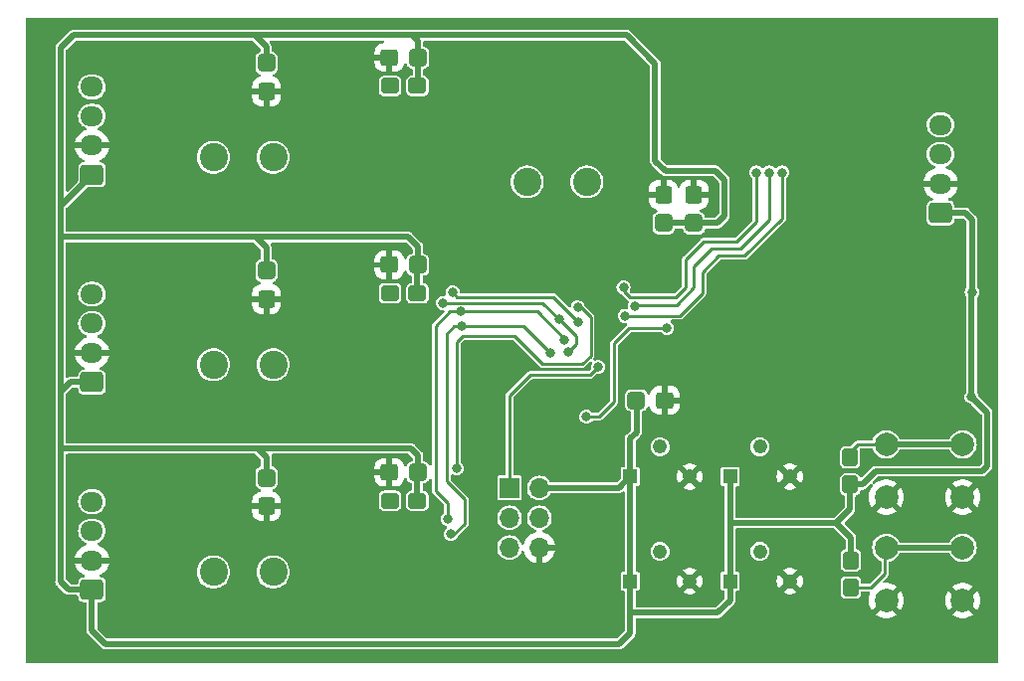
<source format=gbr>
%TF.GenerationSoftware,KiCad,Pcbnew,7.0.11-rc3*%
%TF.CreationDate,2025-09-10T17:00:16+08:00*%
%TF.ProjectId,328_3ch_can_devboard,3332385f-3363-4685-9f63-616e5f646576,rev?*%
%TF.SameCoordinates,Original*%
%TF.FileFunction,Copper,L2,Bot*%
%TF.FilePolarity,Positive*%
%FSLAX46Y46*%
G04 Gerber Fmt 4.6, Leading zero omitted, Abs format (unit mm)*
G04 Created by KiCad (PCBNEW 7.0.11-rc3) date 2025-09-10 17:00:16*
%MOMM*%
%LPD*%
G01*
G04 APERTURE LIST*
G04 Aperture macros list*
%AMRoundRect*
0 Rectangle with rounded corners*
0 $1 Rounding radius*
0 $2 $3 $4 $5 $6 $7 $8 $9 X,Y pos of 4 corners*
0 Add a 4 corners polygon primitive as box body*
4,1,4,$2,$3,$4,$5,$6,$7,$8,$9,$2,$3,0*
0 Add four circle primitives for the rounded corners*
1,1,$1+$1,$2,$3*
1,1,$1+$1,$4,$5*
1,1,$1+$1,$6,$7*
1,1,$1+$1,$8,$9*
0 Add four rect primitives between the rounded corners*
20,1,$1+$1,$2,$3,$4,$5,0*
20,1,$1+$1,$4,$5,$6,$7,0*
20,1,$1+$1,$6,$7,$8,$9,0*
20,1,$1+$1,$8,$9,$2,$3,0*%
G04 Aperture macros list end*
%TA.AperFunction,ComponentPad*%
%ADD10R,1.222000X1.222000*%
%TD*%
%TA.AperFunction,ComponentPad*%
%ADD11C,1.222000*%
%TD*%
%TA.AperFunction,ComponentPad*%
%ADD12C,2.400000*%
%TD*%
%TA.AperFunction,ComponentPad*%
%ADD13RoundRect,0.250000X0.725000X-0.600000X0.725000X0.600000X-0.725000X0.600000X-0.725000X-0.600000X0*%
%TD*%
%TA.AperFunction,ComponentPad*%
%ADD14O,1.950000X1.700000*%
%TD*%
%TA.AperFunction,ComponentPad*%
%ADD15C,2.000000*%
%TD*%
%TA.AperFunction,ComponentPad*%
%ADD16R,1.700000X1.700000*%
%TD*%
%TA.AperFunction,ComponentPad*%
%ADD17O,1.700000X1.700000*%
%TD*%
%TA.AperFunction,SMDPad,CuDef*%
%ADD18RoundRect,0.305575X0.460025X0.412525X-0.460025X0.412525X-0.460025X-0.412525X0.460025X-0.412525X0*%
%TD*%
%TA.AperFunction,SMDPad,CuDef*%
%ADD19RoundRect,0.308511X0.457089X0.416489X-0.457089X0.416489X-0.457089X-0.416489X0.457089X-0.416489X0*%
%TD*%
%TA.AperFunction,SMDPad,CuDef*%
%ADD20RoundRect,0.305575X-0.460025X-0.412525X0.460025X-0.412525X0.460025X0.412525X-0.460025X0.412525X0*%
%TD*%
%TA.AperFunction,SMDPad,CuDef*%
%ADD21RoundRect,0.308511X-0.457089X-0.416489X0.457089X-0.416489X0.457089X0.416489X-0.457089X0.416489X0*%
%TD*%
%TA.AperFunction,SMDPad,CuDef*%
%ADD22RoundRect,0.305575X-0.412525X0.460025X-0.412525X-0.460025X0.412525X-0.460025X0.412525X0.460025X0*%
%TD*%
%TA.AperFunction,SMDPad,CuDef*%
%ADD23RoundRect,0.308511X-0.416489X0.457089X-0.416489X-0.457089X0.416489X-0.457089X0.416489X0.457089X0*%
%TD*%
%TA.AperFunction,SMDPad,CuDef*%
%ADD24RoundRect,0.305575X0.412525X-0.460025X0.412525X0.460025X-0.412525X0.460025X-0.412525X-0.460025X0*%
%TD*%
%TA.AperFunction,SMDPad,CuDef*%
%ADD25RoundRect,0.308511X0.416489X-0.457089X0.416489X0.457089X-0.416489X0.457089X-0.416489X-0.457089X0*%
%TD*%
%TA.AperFunction,SMDPad,CuDef*%
%ADD26RoundRect,0.278125X-0.389375X0.474375X-0.389375X-0.474375X0.389375X-0.474375X0.389375X0.474375X0*%
%TD*%
%TA.AperFunction,SMDPad,CuDef*%
%ADD27RoundRect,0.278125X0.389375X-0.474375X0.389375X0.474375X-0.389375X0.474375X-0.389375X-0.474375X0*%
%TD*%
%TA.AperFunction,SMDPad,CuDef*%
%ADD28RoundRect,0.278125X-0.474375X-0.389375X0.474375X-0.389375X0.474375X0.389375X-0.474375X0.389375X0*%
%TD*%
%TA.AperFunction,ViaPad*%
%ADD29C,0.800000*%
%TD*%
%TA.AperFunction,Conductor*%
%ADD30C,0.500000*%
%TD*%
%TA.AperFunction,Conductor*%
%ADD31C,0.250000*%
%TD*%
G04 APERTURE END LIST*
D10*
%TO.P,RV2,1,1*%
%TO.N,+5V*%
X165160000Y-113100000D03*
D11*
%TO.P,RV2,2,2*%
%TO.N,AD2*%
X167700000Y-110560000D03*
%TO.P,RV2,3,3*%
%TO.N,GND*%
X170240000Y-113100000D03*
%TD*%
D12*
%TO.P,Y1,1,1*%
%TO.N,Net-(U3-OSC1)*%
X126293282Y-103562500D03*
%TO.P,Y1,2,2*%
%TO.N,Net-(U3-OSC2)*%
X121213282Y-103562500D03*
%TD*%
%TO.P,Y3,1,1*%
%TO.N,Net-(U5-OSC1)*%
X126293282Y-121225000D03*
%TO.P,Y3,2,2*%
%TO.N,Net-(U5-OSC2)*%
X121213282Y-121225000D03*
%TD*%
D13*
%TO.P,J4,1,Pin_1*%
%TO.N,+5V*%
X183075000Y-90650000D03*
D14*
%TO.P,J4,2,Pin_2*%
%TO.N,GND*%
X183075000Y-88150000D03*
%TO.P,J4,3,Pin_3*%
%TO.N,TXD*%
X183075000Y-85650000D03*
%TO.P,J4,4,Pin_4*%
%TO.N,RXD*%
X183075000Y-83150000D03*
%TD*%
D10*
%TO.P,RV4,1,1*%
%TO.N,+5V*%
X165160000Y-122000000D03*
D11*
%TO.P,RV4,2,2*%
%TO.N,AD4*%
X167700000Y-119460000D03*
%TO.P,RV4,3,3*%
%TO.N,GND*%
X170240000Y-122000000D03*
%TD*%
D12*
%TO.P,Y5,1,1*%
%TO.N,Net-(U9-OSC1)*%
X126293282Y-85900000D03*
%TO.P,Y5,2,2*%
%TO.N,Net-(U9-OSC2)*%
X121213282Y-85900000D03*
%TD*%
D15*
%TO.P,SW4,1,1*%
%TO.N,DIN2*%
X178450000Y-119150000D03*
X184950000Y-119150000D03*
%TO.P,SW4,2,2*%
%TO.N,GND*%
X178450000Y-123650000D03*
X184950000Y-123650000D03*
%TD*%
D13*
%TO.P,J3,1,Pin_1*%
%TO.N,+5V*%
X110875000Y-122725000D03*
D14*
%TO.P,J3,2,Pin_2*%
%TO.N,GND*%
X110875000Y-120225000D03*
%TO.P,J3,3,Pin_3*%
%TO.N,CAN2L*%
X110875000Y-117725000D03*
%TO.P,J3,4,Pin_4*%
%TO.N,CAN2H*%
X110875000Y-115225000D03*
%TD*%
D10*
%TO.P,RV1,1,1*%
%TO.N,+5V*%
X156660000Y-113100000D03*
D11*
%TO.P,RV1,2,2*%
%TO.N,AD1*%
X159200000Y-110560000D03*
%TO.P,RV1,3,3*%
%TO.N,GND*%
X161740000Y-113100000D03*
%TD*%
D13*
%TO.P,J1,1,Pin_1*%
%TO.N,+5V*%
X110875000Y-87400000D03*
D14*
%TO.P,J1,2,Pin_2*%
%TO.N,GND*%
X110875000Y-84900000D03*
%TO.P,J1,3,Pin_3*%
%TO.N,CAN0L*%
X110875000Y-82400000D03*
%TO.P,J1,4,Pin_4*%
%TO.N,CAN0H*%
X110875000Y-79900000D03*
%TD*%
D16*
%TO.P,AVR-ISP1,1,Pin_1*%
%TO.N,MISO*%
X146400000Y-114060000D03*
D17*
%TO.P,AVR-ISP1,2,Pin_2*%
%TO.N,+5V*%
X148940000Y-114060000D03*
%TO.P,AVR-ISP1,3,Pin_3*%
%TO.N,SCK*%
X146400000Y-116600000D03*
%TO.P,AVR-ISP1,4,Pin_4*%
%TO.N,MOSI*%
X148940000Y-116600000D03*
%TO.P,AVR-ISP1,5,Pin_5*%
%TO.N,RST*%
X146400000Y-119140000D03*
%TO.P,AVR-ISP1,6,Pin_6*%
%TO.N,GND*%
X148940000Y-119140000D03*
%TD*%
D15*
%TO.P,SW3,1,1*%
%TO.N,DIN1*%
X178450000Y-110350000D03*
X184950000Y-110350000D03*
%TO.P,SW3,2,2*%
%TO.N,GND*%
X178450000Y-114850000D03*
X184950000Y-114850000D03*
%TD*%
D12*
%TO.P,Y2,1,1*%
%TO.N,XTAL2*%
X147906719Y-88000000D03*
%TO.P,Y2,2,2*%
%TO.N,XTAL1*%
X152986719Y-88000000D03*
%TD*%
D13*
%TO.P,J2,1,Pin_1*%
%TO.N,+5V*%
X110875000Y-105062500D03*
D14*
%TO.P,J2,2,Pin_2*%
%TO.N,GND*%
X110875000Y-102562500D03*
%TO.P,J2,3,Pin_3*%
%TO.N,CAN1L*%
X110875000Y-100062500D03*
%TO.P,J2,4,Pin_4*%
%TO.N,CAN1H*%
X110875000Y-97562500D03*
%TD*%
D10*
%TO.P,RV3,1,1*%
%TO.N,+5V*%
X156660000Y-122000000D03*
D11*
%TO.P,RV3,2,2*%
%TO.N,AD3*%
X159200000Y-119460000D03*
%TO.P,RV3,3,3*%
%TO.N,GND*%
X161740000Y-122000000D03*
%TD*%
D18*
%TO.P,C12,1*%
%TO.N,GND*%
X159615600Y-106593100D03*
D19*
%TO.P,C12,2*%
%TO.N,+5V*%
X157184400Y-106600000D03*
%TD*%
D20*
%TO.P,C3,1*%
%TO.N,GND*%
X136184400Y-95069400D03*
D21*
%TO.P,C3,2*%
%TO.N,+5V*%
X138615600Y-95062500D03*
%TD*%
D22*
%TO.P,C7,1*%
%TO.N,GND*%
X159493100Y-89084400D03*
D23*
%TO.P,C7,2*%
%TO.N,+5V*%
X159500000Y-91515600D03*
%TD*%
D24*
%TO.P,C22,1*%
%TO.N,GND*%
X125724400Y-80315600D03*
D25*
%TO.P,C22,2*%
%TO.N,+5V*%
X125717500Y-77884400D03*
%TD*%
D26*
%TO.P,R5,1*%
%TO.N,DIN1*%
X175367500Y-111458242D03*
%TO.P,R5,2*%
%TO.N,+5V*%
X175367500Y-113763242D03*
%TD*%
D22*
%TO.P,C8,1*%
%TO.N,GND*%
X162093100Y-89084400D03*
D23*
%TO.P,C8,2*%
%TO.N,+5V*%
X162100000Y-91515600D03*
%TD*%
D20*
%TO.P,C23,1*%
%TO.N,GND*%
X136184400Y-77406900D03*
D21*
%TO.P,C23,2*%
%TO.N,+5V*%
X138615600Y-77400000D03*
%TD*%
D24*
%TO.P,C14,1*%
%TO.N,GND*%
X125724400Y-115640600D03*
D25*
%TO.P,C14,2*%
%TO.N,+5V*%
X125717500Y-113209400D03*
%TD*%
D27*
%TO.P,R6,1*%
%TO.N,DIN2*%
X175434603Y-122541759D03*
%TO.P,R6,2*%
%TO.N,+5V*%
X175434603Y-120236759D03*
%TD*%
D28*
%TO.P,R19,1*%
%TO.N,Net-(U5-~{RESET})*%
X136247500Y-115157500D03*
%TO.P,R19,2*%
%TO.N,+5V*%
X138552500Y-115157500D03*
%TD*%
D24*
%TO.P,C2,1*%
%TO.N,GND*%
X125724400Y-97978100D03*
D25*
%TO.P,C2,2*%
%TO.N,+5V*%
X125717500Y-95546900D03*
%TD*%
D28*
%TO.P,R10,1*%
%TO.N,Net-(U3-~{RESET})*%
X136247500Y-97495000D03*
%TO.P,R10,2*%
%TO.N,+5V*%
X138552500Y-97495000D03*
%TD*%
%TO.P,R9,1*%
%TO.N,Net-(U9-~{RESET})*%
X136247500Y-79832500D03*
%TO.P,R9,2*%
%TO.N,+5V*%
X138552500Y-79832500D03*
%TD*%
D20*
%TO.P,C15,1*%
%TO.N,GND*%
X136184400Y-112731900D03*
D21*
%TO.P,C15,2*%
%TO.N,+5V*%
X138615600Y-112725000D03*
%TD*%
D29*
%TO.N,GND*%
X125724400Y-80315600D03*
X158000000Y-97100000D03*
%TO.N,+5V*%
X138615600Y-112725000D03*
X185738383Y-97402500D03*
X138615600Y-95062500D03*
X125717500Y-95546900D03*
X138615600Y-77400000D03*
X125717500Y-77884400D03*
X157184400Y-106600000D03*
X159500000Y-91515600D03*
X125717500Y-113209400D03*
X185716900Y-106300000D03*
%TO.N,RST*%
X152950000Y-108000000D03*
X159800000Y-100450000D03*
%TO.N,SCK*%
X142300000Y-100300000D03*
X149900000Y-102600000D03*
X141400000Y-118000000D03*
%TO.N,MOSI*%
X151050000Y-101500000D03*
X141150000Y-116700000D03*
X142250000Y-99050000D03*
%TO.N,MISO*%
X140750000Y-98300000D03*
X153950000Y-103750000D03*
X151366228Y-102448686D03*
X150625000Y-99725000D03*
%TO.N,OUT4*%
X167400000Y-87200000D03*
X156100000Y-97000000D03*
%TO.N,OUT5*%
X168500000Y-87200000D03*
X157100000Y-98550000D03*
%TO.N,OUT6*%
X169600000Y-87200000D03*
X156200000Y-99400000D03*
%TO.N,Net-(U5-~{RESET})*%
X136247500Y-115157500D03*
%TO.N,CAN2_CS*%
X141900000Y-112400000D03*
X152200000Y-98700000D03*
%TO.N,CAN1_CS*%
X152200000Y-99900000D03*
X141550000Y-97400000D03*
%TO.N,Net-(U9-~{RESET})*%
X136247500Y-79832500D03*
%TO.N,Net-(U3-~{RESET})*%
X136247500Y-97495000D03*
%TD*%
D30*
%TO.N,+5V*%
X138615600Y-93515600D02*
X137800000Y-92700000D01*
X175367500Y-115882500D02*
X174200000Y-117050000D01*
X163900000Y-87050000D02*
X159650000Y-87050000D01*
X159500000Y-91515600D02*
X162100000Y-91515600D01*
X156660000Y-109840000D02*
X157200000Y-109300000D01*
X138615600Y-111315600D02*
X138000000Y-110700000D01*
X164700000Y-90900000D02*
X164700000Y-87850000D01*
X175367500Y-113763242D02*
X176436758Y-113763242D01*
X157200000Y-109300000D02*
X157200000Y-106615600D01*
X187050000Y-112200000D02*
X187050000Y-107633100D01*
X185716900Y-106300000D02*
X185716900Y-97423983D01*
X125717500Y-77884400D02*
X125717500Y-76517500D01*
X109300000Y-75500000D02*
X108200000Y-76600000D01*
X125717500Y-111467500D02*
X124950000Y-110700000D01*
X108200000Y-76600000D02*
X108200000Y-90075000D01*
X108200000Y-92750000D02*
X108200000Y-106600000D01*
X124950000Y-110700000D02*
X108200000Y-110700000D01*
X165160000Y-123640000D02*
X165160000Y-122600000D01*
X158800000Y-77950000D02*
X156350000Y-75500000D01*
X156660000Y-124750000D02*
X156660000Y-126440000D01*
X185200000Y-90650000D02*
X185750000Y-91200000D01*
X124700000Y-75500000D02*
X109300000Y-75500000D01*
X156660000Y-122000000D02*
X156660000Y-124750000D01*
X138615600Y-112725000D02*
X138615600Y-111315600D01*
X156710000Y-124700000D02*
X156660000Y-124750000D01*
X109037500Y-105062500D02*
X110875000Y-105062500D01*
X164100000Y-124700000D02*
X165160000Y-123640000D01*
X158800000Y-86200000D02*
X158800000Y-77950000D01*
X125717500Y-93617500D02*
X124800000Y-92700000D01*
X138615600Y-76015600D02*
X138100000Y-75500000D01*
X176436758Y-113763242D02*
X177550000Y-112650000D01*
X108200000Y-111900000D02*
X108200000Y-106600000D01*
X125717500Y-76517500D02*
X124700000Y-75500000D01*
X138615600Y-95062500D02*
X138615600Y-93515600D01*
X108200000Y-111900000D02*
X108200000Y-122050000D01*
X165160000Y-117050000D02*
X165160000Y-122600000D01*
X125717500Y-113209400D02*
X125717500Y-111467500D01*
X138552500Y-97495000D02*
X138552500Y-95125600D01*
X112000000Y-127350000D02*
X155750000Y-127350000D01*
X124800000Y-92700000D02*
X108250000Y-92700000D01*
X164084400Y-91515600D02*
X164700000Y-90900000D01*
X183075000Y-90650000D02*
X185200000Y-90650000D01*
X165160000Y-122600000D02*
X165160000Y-122000000D01*
X138615600Y-77400000D02*
X138615600Y-76015600D01*
X110875000Y-122725000D02*
X110875000Y-126225000D01*
X175434603Y-120236759D02*
X175434603Y-118284603D01*
X185750000Y-91200000D02*
X185738383Y-91211617D01*
X187050000Y-107633100D02*
X185716900Y-106300000D01*
X186600000Y-112650000D02*
X187050000Y-112200000D01*
X155700000Y-114060000D02*
X156660000Y-113100000D01*
X175434603Y-118284603D02*
X174200000Y-117050000D01*
X138100000Y-75500000D02*
X124700000Y-75500000D01*
X148940000Y-114060000D02*
X155700000Y-114060000D01*
X156660000Y-126440000D02*
X155750000Y-127350000D01*
X156350000Y-75500000D02*
X138100000Y-75500000D01*
X108200000Y-106600000D02*
X108200000Y-105900000D01*
X162100000Y-91515600D02*
X164084400Y-91515600D01*
X175367500Y-113763242D02*
X175367500Y-115882500D01*
X108200000Y-110700000D02*
X108200000Y-111900000D01*
X159650000Y-87050000D02*
X158800000Y-86200000D01*
X185738383Y-91211617D02*
X185738383Y-97402500D01*
X138615600Y-77400000D02*
X138615600Y-79769400D01*
X108200000Y-122050000D02*
X108875000Y-122725000D01*
X108875000Y-122725000D02*
X110875000Y-122725000D01*
X138000000Y-110700000D02*
X124950000Y-110700000D01*
X164700000Y-87850000D02*
X163900000Y-87050000D01*
X138552500Y-115157500D02*
X138552500Y-112788100D01*
X110875000Y-126225000D02*
X112000000Y-127350000D01*
X125717500Y-95546900D02*
X125717500Y-93617500D01*
X156660000Y-113100000D02*
X156660000Y-122000000D01*
X110875000Y-87400000D02*
X108200000Y-90075000D01*
X174200000Y-117050000D02*
X165160000Y-117050000D01*
X137800000Y-92700000D02*
X124800000Y-92700000D01*
X177550000Y-112650000D02*
X186600000Y-112650000D01*
X108200000Y-90075000D02*
X108200000Y-92750000D01*
X185716900Y-97423983D02*
X185738383Y-97402500D01*
X156660000Y-113100000D02*
X156660000Y-109840000D01*
X108200000Y-105900000D02*
X109037500Y-105062500D01*
X164100000Y-124700000D02*
X156710000Y-124700000D01*
X165160000Y-113100000D02*
X165160000Y-117050000D01*
X108250000Y-92700000D02*
X108200000Y-92750000D01*
D31*
%TO.N,RST*%
X152950000Y-108000000D02*
X154000000Y-108000000D01*
X154000000Y-108000000D02*
X155300000Y-106700000D01*
X155300000Y-101750000D02*
X156600000Y-100450000D01*
X156600000Y-100450000D02*
X159800000Y-100450000D01*
X155300000Y-106700000D02*
X155300000Y-101750000D01*
%TO.N,SCK*%
X141050000Y-113500000D02*
X142600000Y-115050000D01*
X147600000Y-100300000D02*
X149900000Y-102600000D01*
X141700000Y-118000000D02*
X141400000Y-118000000D01*
X142600000Y-117100000D02*
X141700000Y-118000000D01*
X142600000Y-115050000D02*
X142600000Y-117100000D01*
X141050000Y-100950000D02*
X141050000Y-113500000D01*
X141700000Y-100300000D02*
X141050000Y-100950000D01*
X142300000Y-100300000D02*
X141700000Y-100300000D01*
X142300000Y-100300000D02*
X147600000Y-100300000D01*
%TO.N,MOSI*%
X140100000Y-114300000D02*
X141150000Y-115350000D01*
X142250000Y-99050000D02*
X148750000Y-99050000D01*
X148750000Y-99050000D02*
X151050000Y-101350000D01*
X151050000Y-101350000D02*
X151050000Y-101500000D01*
X141350000Y-99050000D02*
X140100000Y-100300000D01*
X141150000Y-115350000D02*
X141150000Y-116700000D01*
X140100000Y-100300000D02*
X140100000Y-114300000D01*
X142250000Y-99050000D02*
X141350000Y-99050000D01*
%TO.N,MISO*%
X152050000Y-101700000D02*
X152050000Y-101150000D01*
X149200000Y-98300000D02*
X150625000Y-99725000D01*
X146400000Y-106200000D02*
X146400000Y-114060000D01*
X153250000Y-104450000D02*
X148150000Y-104450000D01*
X153950000Y-103750000D02*
X153250000Y-104450000D01*
X152050000Y-101150000D02*
X150625000Y-99725000D01*
X148150000Y-104450000D02*
X146400000Y-106200000D01*
X152050000Y-101764914D02*
X152050000Y-101700000D01*
X140750000Y-98300000D02*
X149200000Y-98300000D01*
X151366228Y-102448686D02*
X152050000Y-101764914D01*
%TO.N,OUT4*%
X161400000Y-94600000D02*
X161400000Y-97000000D01*
X160575000Y-97825000D02*
X156625000Y-97825000D01*
X156625000Y-97825000D02*
X156100000Y-97300000D01*
X156100000Y-97300000D02*
X156100000Y-97000000D01*
X167400000Y-91400000D02*
X165700000Y-93100000D01*
X167400000Y-87200000D02*
X167400000Y-91400000D01*
X162900000Y-93100000D02*
X161400000Y-94600000D01*
X161400000Y-97000000D02*
X160575000Y-97825000D01*
X165700000Y-93100000D02*
X162900000Y-93100000D01*
%TO.N,OUT5*%
X166000000Y-93700000D02*
X168500000Y-91200000D01*
X162100000Y-97000000D02*
X162100000Y-95200000D01*
X157150000Y-98500000D02*
X160600000Y-98500000D01*
X168500000Y-91200000D02*
X168500000Y-87200000D01*
X160600000Y-98500000D02*
X162100000Y-97000000D01*
X162100000Y-95200000D02*
X163600000Y-93700000D01*
X157100000Y-98550000D02*
X157150000Y-98500000D01*
X163600000Y-93700000D02*
X166000000Y-93700000D01*
%TO.N,OUT6*%
X169600000Y-91100000D02*
X169600000Y-87200000D01*
X166400000Y-94300000D02*
X169600000Y-91100000D01*
X162800000Y-97500000D02*
X162800000Y-95700000D01*
X156200000Y-99400000D02*
X160900000Y-99400000D01*
X160900000Y-99400000D02*
X162800000Y-97500000D01*
X162800000Y-95700000D02*
X164200000Y-94300000D01*
X164200000Y-94300000D02*
X166400000Y-94300000D01*
%TO.N,DIN1*%
X176050000Y-110350000D02*
X178450000Y-110350000D01*
X175367500Y-111032500D02*
X176050000Y-110350000D01*
D30*
X184950000Y-110350000D02*
X178450000Y-110350000D01*
%TO.N,DIN2*%
X178350000Y-119150000D02*
X184850000Y-119150000D01*
D31*
X177158241Y-122541759D02*
X175434603Y-122541759D01*
X178350000Y-121350000D02*
X177158241Y-122541759D01*
X178350000Y-119150000D02*
X178350000Y-121350000D01*
%TO.N,CAN2_CS*%
X149200000Y-103500000D02*
X146800000Y-101100000D01*
X153300000Y-99500000D02*
X153300000Y-102800000D01*
X146800000Y-101100000D02*
X142400000Y-101100000D01*
X153300000Y-102800000D02*
X152600000Y-103500000D01*
X141900000Y-101600000D02*
X141900000Y-112400000D01*
X142400000Y-101100000D02*
X141900000Y-101600000D01*
X152500000Y-98700000D02*
X153300000Y-99500000D01*
X152600000Y-103500000D02*
X149200000Y-103500000D01*
X152200000Y-98700000D02*
X152500000Y-98700000D01*
%TO.N,CAN1_CS*%
X141550000Y-97400000D02*
X141950000Y-97800000D01*
X141950000Y-97800000D02*
X150100000Y-97800000D01*
X150100000Y-97800000D02*
X152200000Y-99900000D01*
%TD*%
%TA.AperFunction,Conductor*%
%TO.N,GND*%
G36*
X187942539Y-74020185D02*
G01*
X187988294Y-74072989D01*
X187999500Y-74124500D01*
X187999500Y-128875500D01*
X187979815Y-128942539D01*
X187927011Y-128988294D01*
X187875500Y-128999500D01*
X105374500Y-128999500D01*
X105307461Y-128979815D01*
X105261706Y-128927011D01*
X105250500Y-128875500D01*
X105250500Y-122067036D01*
X107744729Y-122067036D01*
X107755355Y-122123196D01*
X107756132Y-122127765D01*
X107764652Y-122184291D01*
X107767162Y-122192427D01*
X107769976Y-122200470D01*
X107796688Y-122251011D01*
X107798776Y-122255149D01*
X107823574Y-122306641D01*
X107828362Y-122313665D01*
X107833431Y-122320532D01*
X107833434Y-122320538D01*
X107833438Y-122320542D01*
X107873846Y-122360950D01*
X107877063Y-122364289D01*
X107913045Y-122403069D01*
X107915947Y-122406196D01*
X107923210Y-122411988D01*
X107922689Y-122412641D01*
X107934930Y-122422034D01*
X108533630Y-123020733D01*
X108542895Y-123031100D01*
X108565121Y-123058970D01*
X108565123Y-123058972D01*
X108612363Y-123091180D01*
X108616141Y-123093860D01*
X108645348Y-123115416D01*
X108662118Y-123127793D01*
X108669654Y-123131776D01*
X108677319Y-123135467D01*
X108677327Y-123135472D01*
X108694572Y-123140791D01*
X108731980Y-123152330D01*
X108736371Y-123153774D01*
X108790301Y-123172646D01*
X108790305Y-123172646D01*
X108798679Y-123174230D01*
X108807096Y-123175499D01*
X108807098Y-123175500D01*
X108864262Y-123175500D01*
X108868898Y-123175586D01*
X108926010Y-123177724D01*
X108935244Y-123176684D01*
X108935337Y-123177513D01*
X108950636Y-123175500D01*
X109575500Y-123175500D01*
X109642539Y-123195185D01*
X109688294Y-123247989D01*
X109699500Y-123299500D01*
X109699500Y-123379269D01*
X109702353Y-123409699D01*
X109702353Y-123409701D01*
X109746915Y-123537047D01*
X109747207Y-123537882D01*
X109827850Y-123647150D01*
X109937118Y-123727793D01*
X109979845Y-123742744D01*
X110065299Y-123772646D01*
X110095730Y-123775500D01*
X110095734Y-123775500D01*
X110300500Y-123775500D01*
X110367539Y-123795185D01*
X110413294Y-123847989D01*
X110424500Y-123899500D01*
X110424500Y-126192738D01*
X110423720Y-126206623D01*
X110419729Y-126242036D01*
X110430355Y-126298196D01*
X110431132Y-126302765D01*
X110439652Y-126359291D01*
X110442162Y-126367427D01*
X110444976Y-126375470D01*
X110444976Y-126375471D01*
X110444977Y-126375472D01*
X110452121Y-126388990D01*
X110471688Y-126426011D01*
X110473776Y-126430149D01*
X110498574Y-126481641D01*
X110503362Y-126488665D01*
X110508431Y-126495532D01*
X110508434Y-126495538D01*
X110508438Y-126495542D01*
X110548846Y-126535950D01*
X110552063Y-126539289D01*
X110590947Y-126581196D01*
X110598210Y-126586988D01*
X110597689Y-126587641D01*
X110609930Y-126597034D01*
X111658630Y-127645733D01*
X111667895Y-127656100D01*
X111690121Y-127683970D01*
X111690123Y-127683972D01*
X111737363Y-127716180D01*
X111741145Y-127718863D01*
X111787118Y-127752793D01*
X111794665Y-127756781D01*
X111802322Y-127760468D01*
X111802327Y-127760472D01*
X111856983Y-127777330D01*
X111861342Y-127778765D01*
X111915300Y-127797646D01*
X111915305Y-127797646D01*
X111923698Y-127799234D01*
X111932095Y-127800500D01*
X111932098Y-127800500D01*
X111989261Y-127800500D01*
X111993898Y-127800587D01*
X112051009Y-127802724D01*
X112051009Y-127802723D01*
X112051010Y-127802724D01*
X112051010Y-127802723D01*
X112060243Y-127801684D01*
X112060336Y-127802513D01*
X112075636Y-127800500D01*
X155717738Y-127800500D01*
X155731620Y-127801279D01*
X155735208Y-127801684D01*
X155767033Y-127805270D01*
X155767033Y-127805269D01*
X155767035Y-127805270D01*
X155823236Y-127794635D01*
X155827726Y-127793872D01*
X155884287Y-127785348D01*
X155884291Y-127785345D01*
X155892447Y-127782830D01*
X155900469Y-127780024D01*
X155900470Y-127780023D01*
X155900472Y-127780023D01*
X155951088Y-127753270D01*
X155955093Y-127751248D01*
X156006642Y-127726425D01*
X156006643Y-127726423D01*
X156006645Y-127726423D01*
X156013695Y-127721616D01*
X156020534Y-127716567D01*
X156020538Y-127716566D01*
X156060975Y-127676127D01*
X156064261Y-127672961D01*
X156106194Y-127634055D01*
X156106196Y-127634050D01*
X156111987Y-127626790D01*
X156112643Y-127627313D01*
X156122032Y-127615070D01*
X156955749Y-126781353D01*
X156966098Y-126772105D01*
X156993970Y-126749879D01*
X157026189Y-126702620D01*
X157028802Y-126698936D01*
X157062793Y-126652883D01*
X157062795Y-126652874D01*
X157066786Y-126645324D01*
X157070468Y-126637678D01*
X157070472Y-126637673D01*
X157087327Y-126583022D01*
X157088772Y-126578635D01*
X157107646Y-126524700D01*
X157107646Y-126524696D01*
X157109227Y-126516341D01*
X157110500Y-126507899D01*
X157110500Y-126450738D01*
X157110587Y-126446100D01*
X157112724Y-126388992D01*
X157111684Y-126379761D01*
X157112513Y-126379667D01*
X157110500Y-126364366D01*
X157110500Y-125274500D01*
X157130185Y-125207461D01*
X157182989Y-125161706D01*
X157234500Y-125150500D01*
X164067738Y-125150500D01*
X164081620Y-125151279D01*
X164094421Y-125152722D01*
X164117033Y-125155270D01*
X164117033Y-125155269D01*
X164117035Y-125155270D01*
X164173236Y-125144635D01*
X164177726Y-125143872D01*
X164234287Y-125135348D01*
X164234291Y-125135345D01*
X164242447Y-125132830D01*
X164250469Y-125130024D01*
X164250470Y-125130023D01*
X164250472Y-125130023D01*
X164301088Y-125103270D01*
X164305093Y-125101248D01*
X164356642Y-125076425D01*
X164356643Y-125076423D01*
X164356645Y-125076423D01*
X164363695Y-125071616D01*
X164370534Y-125066567D01*
X164370538Y-125066566D01*
X164410975Y-125026127D01*
X164414261Y-125022961D01*
X164456194Y-124984055D01*
X164456196Y-124984050D01*
X164461987Y-124976790D01*
X164462643Y-124977313D01*
X164472032Y-124965070D01*
X165455749Y-123981353D01*
X165466098Y-123972105D01*
X165493970Y-123949879D01*
X165526189Y-123902620D01*
X165528802Y-123898936D01*
X165562793Y-123852883D01*
X165562795Y-123852874D01*
X165566786Y-123845324D01*
X165570468Y-123837678D01*
X165570472Y-123837673D01*
X165587327Y-123783022D01*
X165588772Y-123778635D01*
X165590868Y-123772646D01*
X165607646Y-123724700D01*
X165607646Y-123724696D01*
X165609227Y-123716341D01*
X165610500Y-123707899D01*
X165610500Y-123650738D01*
X165610587Y-123646100D01*
X165612724Y-123588992D01*
X165611684Y-123579761D01*
X165612513Y-123579667D01*
X165610500Y-123564366D01*
X165610500Y-122935500D01*
X165630185Y-122868461D01*
X165682989Y-122822706D01*
X165734500Y-122811500D01*
X165790750Y-122811500D01*
X165790751Y-122811499D01*
X165805568Y-122808552D01*
X165849229Y-122799868D01*
X165849229Y-122799867D01*
X165849231Y-122799867D01*
X165915552Y-122755552D01*
X165959867Y-122689231D01*
X165959867Y-122689229D01*
X165959868Y-122689229D01*
X165971499Y-122630752D01*
X165971500Y-122630750D01*
X165971500Y-122000000D01*
X169124240Y-122000000D01*
X169143237Y-122205019D01*
X169143238Y-122205021D01*
X169199583Y-122403054D01*
X169199589Y-122403069D01*
X169291362Y-122587372D01*
X169294679Y-122591765D01*
X169294680Y-122591766D01*
X169881354Y-122005092D01*
X169879300Y-122029888D01*
X169908549Y-122145388D01*
X169973715Y-122245133D01*
X170067738Y-122318313D01*
X170180427Y-122357000D01*
X170236553Y-122357000D01*
X169651320Y-122942230D01*
X169651321Y-122942231D01*
X169742659Y-122998784D01*
X169742665Y-122998788D01*
X169934659Y-123073166D01*
X170137054Y-123111000D01*
X170342946Y-123111000D01*
X170545339Y-123073166D01*
X170545349Y-123073163D01*
X170574389Y-123061913D01*
X174566603Y-123061913D01*
X174572732Y-123118919D01*
X174572733Y-123118924D01*
X174620827Y-123247870D01*
X174620828Y-123247871D01*
X174620829Y-123247873D01*
X174703309Y-123358053D01*
X174813489Y-123440533D01*
X174813490Y-123440533D01*
X174813491Y-123440534D01*
X174942438Y-123488628D01*
X174942437Y-123488628D01*
X174942443Y-123488630D01*
X174999449Y-123494759D01*
X174999459Y-123494759D01*
X175869747Y-123494759D01*
X175869757Y-123494759D01*
X175926763Y-123488630D01*
X176055717Y-123440533D01*
X176165897Y-123358053D01*
X176248377Y-123247873D01*
X176296474Y-123118919D01*
X176302603Y-123061913D01*
X176302603Y-122991259D01*
X176322288Y-122924220D01*
X176375092Y-122878465D01*
X176426603Y-122867259D01*
X176965586Y-122867259D01*
X177032625Y-122886944D01*
X177078380Y-122939748D01*
X177088324Y-123008906D01*
X177079142Y-123041069D01*
X177026412Y-123161282D01*
X176965387Y-123402261D01*
X176965385Y-123402270D01*
X176944859Y-123649994D01*
X176944859Y-123650005D01*
X176965385Y-123897729D01*
X176965387Y-123897738D01*
X177026412Y-124138717D01*
X177126266Y-124366364D01*
X177226564Y-124519882D01*
X177924070Y-123822375D01*
X177926884Y-123835915D01*
X177996442Y-123970156D01*
X178099638Y-124080652D01*
X178228819Y-124159209D01*
X178280002Y-124173549D01*
X177579942Y-124873609D01*
X177626768Y-124910055D01*
X177626770Y-124910056D01*
X177845385Y-125028364D01*
X177845396Y-125028369D01*
X178080506Y-125109083D01*
X178325707Y-125150000D01*
X178574293Y-125150000D01*
X178819493Y-125109083D01*
X179054603Y-125028369D01*
X179054614Y-125028364D01*
X179273228Y-124910057D01*
X179273231Y-124910055D01*
X179320056Y-124873609D01*
X178621568Y-124175121D01*
X178738458Y-124124349D01*
X178855739Y-124028934D01*
X178942928Y-123905415D01*
X178973354Y-123819802D01*
X179673434Y-124519882D01*
X179773731Y-124366369D01*
X179873587Y-124138717D01*
X179934612Y-123897738D01*
X179934614Y-123897729D01*
X179955141Y-123650005D01*
X183444859Y-123650005D01*
X183465385Y-123897729D01*
X183465387Y-123897738D01*
X183526412Y-124138717D01*
X183626266Y-124366364D01*
X183726564Y-124519882D01*
X184424070Y-123822376D01*
X184426884Y-123835915D01*
X184496442Y-123970156D01*
X184599638Y-124080652D01*
X184728819Y-124159209D01*
X184780002Y-124173549D01*
X184079942Y-124873609D01*
X184126768Y-124910055D01*
X184126770Y-124910056D01*
X184345385Y-125028364D01*
X184345396Y-125028369D01*
X184580506Y-125109083D01*
X184825707Y-125150000D01*
X185074293Y-125150000D01*
X185319493Y-125109083D01*
X185554603Y-125028369D01*
X185554614Y-125028364D01*
X185773228Y-124910057D01*
X185773231Y-124910055D01*
X185820056Y-124873609D01*
X185121568Y-124175121D01*
X185238458Y-124124349D01*
X185355739Y-124028934D01*
X185442928Y-123905415D01*
X185473354Y-123819802D01*
X186173434Y-124519882D01*
X186273731Y-124366369D01*
X186373587Y-124138717D01*
X186434612Y-123897738D01*
X186434614Y-123897729D01*
X186455141Y-123650005D01*
X186455141Y-123649994D01*
X186434614Y-123402270D01*
X186434612Y-123402261D01*
X186373587Y-123161282D01*
X186273731Y-122933630D01*
X186173434Y-122780116D01*
X185475929Y-123477622D01*
X185473116Y-123464085D01*
X185403558Y-123329844D01*
X185300362Y-123219348D01*
X185171181Y-123140791D01*
X185119997Y-123126450D01*
X185820057Y-122426390D01*
X185820056Y-122426389D01*
X185773229Y-122389943D01*
X185554614Y-122271635D01*
X185554603Y-122271630D01*
X185319493Y-122190916D01*
X185074293Y-122150000D01*
X184825707Y-122150000D01*
X184580506Y-122190916D01*
X184345396Y-122271630D01*
X184345390Y-122271632D01*
X184126761Y-122389949D01*
X184079942Y-122426388D01*
X184079942Y-122426390D01*
X184778431Y-123124878D01*
X184661542Y-123175651D01*
X184544261Y-123271066D01*
X184457072Y-123394585D01*
X184426645Y-123480197D01*
X183726564Y-122780116D01*
X183626267Y-122933632D01*
X183526412Y-123161282D01*
X183465387Y-123402261D01*
X183465385Y-123402270D01*
X183444859Y-123649994D01*
X183444859Y-123650005D01*
X179955141Y-123650005D01*
X179955141Y-123649994D01*
X179934614Y-123402270D01*
X179934612Y-123402261D01*
X179873587Y-123161282D01*
X179773731Y-122933630D01*
X179673434Y-122780116D01*
X178975929Y-123477622D01*
X178973116Y-123464085D01*
X178903558Y-123329844D01*
X178800362Y-123219348D01*
X178671181Y-123140791D01*
X178619996Y-123126449D01*
X179320057Y-122426389D01*
X179273229Y-122389943D01*
X179054614Y-122271635D01*
X179054603Y-122271630D01*
X178819493Y-122190916D01*
X178574293Y-122150000D01*
X178325700Y-122150000D01*
X178320595Y-122150423D01*
X178320430Y-122148439D01*
X178259537Y-122141059D01*
X178205731Y-122096486D01*
X178184565Y-122029899D01*
X178202759Y-121962440D01*
X178220846Y-121939478D01*
X178566290Y-121594034D01*
X178574243Y-121586746D01*
X178603194Y-121562455D01*
X178622082Y-121529739D01*
X178627887Y-121520625D01*
X178649554Y-121489684D01*
X178649554Y-121489681D01*
X178651819Y-121484824D01*
X178658747Y-121468099D01*
X178660584Y-121463050D01*
X178660588Y-121463045D01*
X178667149Y-121425830D01*
X178669479Y-121415319D01*
X178679264Y-121378807D01*
X178675972Y-121341177D01*
X178675500Y-121330369D01*
X178675500Y-120432109D01*
X178695185Y-120365070D01*
X178747989Y-120319315D01*
X178776715Y-120310220D01*
X178779940Y-120309618D01*
X178987401Y-120229247D01*
X179176562Y-120112124D01*
X179340981Y-119962236D01*
X179475058Y-119784689D01*
X179532551Y-119669229D01*
X179580054Y-119617991D01*
X179643551Y-119600500D01*
X183756449Y-119600500D01*
X183823488Y-119620185D01*
X183867449Y-119669229D01*
X183924936Y-119784679D01*
X183924943Y-119784691D01*
X184059020Y-119962238D01*
X184223437Y-120112123D01*
X184223439Y-120112125D01*
X184412595Y-120229245D01*
X184412596Y-120229245D01*
X184412599Y-120229247D01*
X184620060Y-120309618D01*
X184838757Y-120350500D01*
X184838759Y-120350500D01*
X185061241Y-120350500D01*
X185061243Y-120350500D01*
X185279940Y-120309618D01*
X185487401Y-120229247D01*
X185676562Y-120112124D01*
X185840981Y-119962236D01*
X185975058Y-119784689D01*
X186074229Y-119585528D01*
X186135115Y-119371536D01*
X186155643Y-119150000D01*
X186135115Y-118928464D01*
X186074229Y-118714472D01*
X186068698Y-118703364D01*
X185975061Y-118515316D01*
X185975056Y-118515308D01*
X185840979Y-118337761D01*
X185676562Y-118187876D01*
X185676560Y-118187874D01*
X185487404Y-118070754D01*
X185487398Y-118070752D01*
X185279940Y-117990382D01*
X185061243Y-117949500D01*
X184838757Y-117949500D01*
X184620060Y-117990382D01*
X184523058Y-118027961D01*
X184412601Y-118070752D01*
X184412595Y-118070754D01*
X184223439Y-118187874D01*
X184223437Y-118187876D01*
X184059020Y-118337761D01*
X183924943Y-118515308D01*
X183924936Y-118515320D01*
X183867449Y-118630771D01*
X183819946Y-118682009D01*
X183756449Y-118699500D01*
X179643551Y-118699500D01*
X179576512Y-118679815D01*
X179532551Y-118630771D01*
X179475063Y-118515320D01*
X179475056Y-118515308D01*
X179340979Y-118337761D01*
X179176562Y-118187876D01*
X179176560Y-118187874D01*
X178987404Y-118070754D01*
X178987398Y-118070752D01*
X178779940Y-117990382D01*
X178561243Y-117949500D01*
X178338757Y-117949500D01*
X178120060Y-117990382D01*
X178023058Y-118027961D01*
X177912601Y-118070752D01*
X177912595Y-118070754D01*
X177723439Y-118187874D01*
X177723437Y-118187876D01*
X177559020Y-118337761D01*
X177424943Y-118515308D01*
X177424938Y-118515316D01*
X177325775Y-118714461D01*
X177325769Y-118714476D01*
X177264885Y-118928462D01*
X177264884Y-118928464D01*
X177244357Y-119149999D01*
X177244357Y-119150000D01*
X177264884Y-119371535D01*
X177264885Y-119371537D01*
X177325769Y-119585523D01*
X177325775Y-119585538D01*
X177424938Y-119784683D01*
X177424943Y-119784691D01*
X177559020Y-119962238D01*
X177723437Y-120112123D01*
X177723439Y-120112125D01*
X177795439Y-120156705D01*
X177912599Y-120229247D01*
X177912604Y-120229248D01*
X177912606Y-120229250D01*
X177945292Y-120241912D01*
X178000694Y-120284483D01*
X178024286Y-120350250D01*
X178024500Y-120357539D01*
X178024500Y-121163812D01*
X178004815Y-121230851D01*
X177988181Y-121251493D01*
X177059734Y-122179940D01*
X176998411Y-122213425D01*
X176972053Y-122216259D01*
X176426603Y-122216259D01*
X176359564Y-122196574D01*
X176313809Y-122143770D01*
X176302603Y-122092259D01*
X176302603Y-122021615D01*
X176302603Y-122021605D01*
X176296474Y-121964599D01*
X176276900Y-121912118D01*
X176248378Y-121835647D01*
X176248377Y-121835646D01*
X176248377Y-121835645D01*
X176165897Y-121725465D01*
X176055717Y-121642985D01*
X176055715Y-121642984D01*
X176055714Y-121642983D01*
X175926767Y-121594889D01*
X175926768Y-121594889D01*
X175926764Y-121594888D01*
X175926763Y-121594888D01*
X175869757Y-121588759D01*
X174999449Y-121588759D01*
X174942443Y-121594888D01*
X174942441Y-121594888D01*
X174942437Y-121594889D01*
X174813491Y-121642983D01*
X174813489Y-121642985D01*
X174703309Y-121725465D01*
X174620829Y-121835645D01*
X174620827Y-121835647D01*
X174572733Y-121964593D01*
X174572732Y-121964597D01*
X174572732Y-121964599D01*
X174566603Y-122021605D01*
X174566603Y-123061913D01*
X170574389Y-123061913D01*
X170737336Y-122998787D01*
X170737338Y-122998786D01*
X170828678Y-122942230D01*
X170243448Y-122357000D01*
X170269579Y-122357000D01*
X170357520Y-122342325D01*
X170462306Y-122285618D01*
X170543001Y-122197960D01*
X170590861Y-122088850D01*
X170597865Y-122004313D01*
X171185318Y-122591766D01*
X171185319Y-122591765D01*
X171188637Y-122587372D01*
X171280410Y-122403069D01*
X171280416Y-122403054D01*
X171336761Y-122205021D01*
X171336762Y-122205019D01*
X171355760Y-122000000D01*
X171355760Y-121999999D01*
X171336762Y-121794980D01*
X171336761Y-121794978D01*
X171280416Y-121596945D01*
X171280410Y-121596930D01*
X171188641Y-121412633D01*
X171188636Y-121412625D01*
X171185319Y-121408233D01*
X170598645Y-121994906D01*
X170600700Y-121970112D01*
X170571451Y-121854612D01*
X170506285Y-121754867D01*
X170412262Y-121681687D01*
X170299573Y-121643000D01*
X170243448Y-121643000D01*
X170828678Y-121057768D01*
X170737333Y-121001211D01*
X170545340Y-120926833D01*
X170342946Y-120889000D01*
X170137054Y-120889000D01*
X169934660Y-120926833D01*
X169934659Y-120926833D01*
X169742666Y-121001211D01*
X169651321Y-121057768D01*
X170236553Y-121643000D01*
X170210421Y-121643000D01*
X170122480Y-121657675D01*
X170017694Y-121714382D01*
X169936999Y-121802040D01*
X169889139Y-121911150D01*
X169882134Y-121995687D01*
X169294680Y-121408233D01*
X169291360Y-121412630D01*
X169291358Y-121412634D01*
X169199589Y-121596930D01*
X169199583Y-121596945D01*
X169143238Y-121794978D01*
X169143237Y-121794980D01*
X169124240Y-121999999D01*
X169124240Y-122000000D01*
X165971500Y-122000000D01*
X165971500Y-121369249D01*
X165971499Y-121369247D01*
X165959868Y-121310770D01*
X165959867Y-121310769D01*
X165915552Y-121244447D01*
X165849230Y-121200132D01*
X165849229Y-121200131D01*
X165790752Y-121188500D01*
X165790748Y-121188500D01*
X165734500Y-121188500D01*
X165667461Y-121168815D01*
X165621706Y-121116011D01*
X165610500Y-121064500D01*
X165610500Y-119460002D01*
X166883365Y-119460002D01*
X166903838Y-119641713D01*
X166903839Y-119641716D01*
X166964237Y-119814326D01*
X167057176Y-119962236D01*
X167061529Y-119969164D01*
X167190836Y-120098471D01*
X167217508Y-120115230D01*
X167345388Y-120195583D01*
X167345675Y-120195763D01*
X167518282Y-120256160D01*
X167518283Y-120256160D01*
X167518286Y-120256161D01*
X167699997Y-120276635D01*
X167700000Y-120276635D01*
X167700003Y-120276635D01*
X167881713Y-120256161D01*
X167881714Y-120256160D01*
X167881718Y-120256160D01*
X168054325Y-120195763D01*
X168209164Y-120098471D01*
X168338471Y-119969164D01*
X168435763Y-119814325D01*
X168496160Y-119641718D01*
X168498587Y-119620185D01*
X168516635Y-119460002D01*
X168516635Y-119459997D01*
X168496161Y-119278286D01*
X168496160Y-119278283D01*
X168467753Y-119197100D01*
X168435763Y-119105675D01*
X168338471Y-118950836D01*
X168209164Y-118821529D01*
X168176919Y-118801268D01*
X168054326Y-118724237D01*
X167881716Y-118663839D01*
X167881713Y-118663838D01*
X167700003Y-118643365D01*
X167699997Y-118643365D01*
X167518286Y-118663838D01*
X167518283Y-118663839D01*
X167345673Y-118724237D01*
X167190835Y-118821529D01*
X167061529Y-118950835D01*
X166964237Y-119105673D01*
X166903839Y-119278283D01*
X166903838Y-119278286D01*
X166883365Y-119459997D01*
X166883365Y-119460002D01*
X165610500Y-119460002D01*
X165610500Y-117624500D01*
X165630185Y-117557461D01*
X165682989Y-117511706D01*
X165734500Y-117500500D01*
X173962034Y-117500500D01*
X174029073Y-117520185D01*
X174049715Y-117536819D01*
X174947784Y-118434887D01*
X174981269Y-118496210D01*
X174984103Y-118522568D01*
X174984103Y-119188254D01*
X174964418Y-119255293D01*
X174911614Y-119301048D01*
X174903437Y-119304436D01*
X174813489Y-119337984D01*
X174813489Y-119337985D01*
X174703309Y-119420465D01*
X174620829Y-119530645D01*
X174620827Y-119530647D01*
X174572733Y-119659593D01*
X174572732Y-119659597D01*
X174572732Y-119659599D01*
X174566603Y-119716605D01*
X174566603Y-120756913D01*
X174572732Y-120813919D01*
X174572733Y-120813924D01*
X174620827Y-120942870D01*
X174620828Y-120942871D01*
X174620829Y-120942873D01*
X174703309Y-121053053D01*
X174813489Y-121135533D01*
X174813490Y-121135533D01*
X174813491Y-121135534D01*
X174889308Y-121163812D01*
X174925455Y-121177294D01*
X174942438Y-121183628D01*
X174942437Y-121183628D01*
X174942443Y-121183630D01*
X174999449Y-121189759D01*
X174999459Y-121189759D01*
X175869747Y-121189759D01*
X175869757Y-121189759D01*
X175926763Y-121183630D01*
X176055717Y-121135533D01*
X176165897Y-121053053D01*
X176248377Y-120942873D01*
X176296474Y-120813919D01*
X176302603Y-120756913D01*
X176302603Y-119716605D01*
X176296474Y-119659599D01*
X176283450Y-119624680D01*
X176248378Y-119530647D01*
X176248377Y-119530646D01*
X176248377Y-119530645D01*
X176165897Y-119420465D01*
X176055717Y-119337985D01*
X176055716Y-119337984D01*
X175965769Y-119304436D01*
X175909836Y-119262564D01*
X175885419Y-119197100D01*
X175885103Y-119188254D01*
X175885103Y-118316864D01*
X175885883Y-118302979D01*
X175889873Y-118267569D01*
X175888879Y-118262315D01*
X175879236Y-118211356D01*
X175878467Y-118206822D01*
X175875611Y-118187874D01*
X175869951Y-118150316D01*
X175869949Y-118150312D01*
X175867439Y-118142174D01*
X175864627Y-118134137D01*
X175864626Y-118134131D01*
X175837888Y-118083544D01*
X175835826Y-118079457D01*
X175831635Y-118070754D01*
X175811028Y-118027961D01*
X175811026Y-118027959D01*
X175811026Y-118027958D01*
X175806245Y-118020945D01*
X175801169Y-118014068D01*
X175801168Y-118014065D01*
X175760768Y-117973665D01*
X175757550Y-117970324D01*
X175718663Y-117928412D01*
X175711395Y-117922617D01*
X175711915Y-117921964D01*
X175699670Y-117912567D01*
X174924784Y-117137681D01*
X174891299Y-117076358D01*
X174896283Y-117006666D01*
X174924784Y-116962319D01*
X175290437Y-116596666D01*
X175663249Y-116223853D01*
X175673598Y-116214605D01*
X175701470Y-116192379D01*
X175733689Y-116145120D01*
X175736302Y-116141436D01*
X175770293Y-116095383D01*
X175770295Y-116095374D01*
X175774286Y-116087824D01*
X175777968Y-116080178D01*
X175777972Y-116080173D01*
X175794835Y-116025500D01*
X175796272Y-116021135D01*
X175815146Y-115967200D01*
X175815146Y-115967196D01*
X175816727Y-115958841D01*
X175818000Y-115950399D01*
X175818000Y-115893238D01*
X175818087Y-115888600D01*
X175820224Y-115831492D01*
X175819184Y-115822261D01*
X175820013Y-115822167D01*
X175818000Y-115806866D01*
X175818000Y-114811746D01*
X175837685Y-114744707D01*
X175890489Y-114698952D01*
X175898660Y-114695566D01*
X175988614Y-114662016D01*
X176098794Y-114579536D01*
X176181274Y-114469356D01*
X176229371Y-114340402D01*
X176231082Y-114324484D01*
X176257819Y-114259937D01*
X176315211Y-114220088D01*
X176354371Y-114213742D01*
X176404496Y-114213742D01*
X176418378Y-114214521D01*
X176431179Y-114215964D01*
X176453791Y-114218512D01*
X176453791Y-114218511D01*
X176453793Y-114218512D01*
X176509994Y-114207877D01*
X176514484Y-114207114D01*
X176571045Y-114198590D01*
X176571049Y-114198587D01*
X176579205Y-114196072D01*
X176587227Y-114193266D01*
X176587228Y-114193265D01*
X176587230Y-114193265D01*
X176637846Y-114166512D01*
X176641851Y-114164490D01*
X176693400Y-114139667D01*
X176693401Y-114139665D01*
X176693403Y-114139665D01*
X176700453Y-114134858D01*
X176707292Y-114129809D01*
X176707296Y-114129808D01*
X176747732Y-114089370D01*
X176751018Y-114086204D01*
X176792952Y-114047297D01*
X176792954Y-114047292D01*
X176798745Y-114040032D01*
X176799401Y-114040555D01*
X176808790Y-114028312D01*
X177084219Y-113752883D01*
X177145540Y-113719400D01*
X177215232Y-113724384D01*
X177271165Y-113766256D01*
X177295582Y-113831720D01*
X177280730Y-113899993D01*
X177265348Y-113921453D01*
X177265380Y-113921478D01*
X177264760Y-113922274D01*
X177263137Y-113924539D01*
X177262232Y-113925522D01*
X177126267Y-114133632D01*
X177026412Y-114361282D01*
X176965387Y-114602261D01*
X176965385Y-114602270D01*
X176944859Y-114849994D01*
X176944859Y-114850005D01*
X176965385Y-115097729D01*
X176965387Y-115097738D01*
X177026412Y-115338717D01*
X177126266Y-115566364D01*
X177226564Y-115719882D01*
X177924070Y-115022375D01*
X177926884Y-115035915D01*
X177996442Y-115170156D01*
X178099638Y-115280652D01*
X178228819Y-115359209D01*
X178280002Y-115373549D01*
X177579942Y-116073609D01*
X177626768Y-116110055D01*
X177626770Y-116110056D01*
X177845385Y-116228364D01*
X177845396Y-116228369D01*
X178080506Y-116309083D01*
X178325707Y-116350000D01*
X178574293Y-116350000D01*
X178819493Y-116309083D01*
X179054603Y-116228369D01*
X179054614Y-116228364D01*
X179273228Y-116110057D01*
X179273231Y-116110055D01*
X179320056Y-116073609D01*
X178621568Y-115375121D01*
X178738458Y-115324349D01*
X178855739Y-115228934D01*
X178942928Y-115105415D01*
X178973354Y-115019802D01*
X179673434Y-115719882D01*
X179773731Y-115566369D01*
X179873587Y-115338717D01*
X179934612Y-115097738D01*
X179934614Y-115097729D01*
X179955141Y-114850005D01*
X183444859Y-114850005D01*
X183465385Y-115097729D01*
X183465387Y-115097738D01*
X183526412Y-115338717D01*
X183626266Y-115566364D01*
X183726564Y-115719882D01*
X184424070Y-115022376D01*
X184426884Y-115035915D01*
X184496442Y-115170156D01*
X184599638Y-115280652D01*
X184728819Y-115359209D01*
X184780002Y-115373549D01*
X184079942Y-116073609D01*
X184126768Y-116110055D01*
X184126770Y-116110056D01*
X184345385Y-116228364D01*
X184345396Y-116228369D01*
X184580506Y-116309083D01*
X184825707Y-116350000D01*
X185074293Y-116350000D01*
X185319493Y-116309083D01*
X185554603Y-116228369D01*
X185554614Y-116228364D01*
X185773228Y-116110057D01*
X185773231Y-116110055D01*
X185820056Y-116073609D01*
X185121568Y-115375121D01*
X185238458Y-115324349D01*
X185355739Y-115228934D01*
X185442928Y-115105415D01*
X185473354Y-115019802D01*
X186173434Y-115719882D01*
X186273731Y-115566369D01*
X186373587Y-115338717D01*
X186434612Y-115097738D01*
X186434614Y-115097729D01*
X186455141Y-114850005D01*
X186455141Y-114849994D01*
X186434614Y-114602270D01*
X186434612Y-114602261D01*
X186373587Y-114361282D01*
X186273731Y-114133630D01*
X186173434Y-113980116D01*
X185475929Y-114677622D01*
X185473116Y-114664085D01*
X185403558Y-114529844D01*
X185300362Y-114419348D01*
X185171181Y-114340791D01*
X185119997Y-114326450D01*
X185820057Y-113626390D01*
X185820056Y-113626389D01*
X185773229Y-113589943D01*
X185554614Y-113471635D01*
X185554603Y-113471630D01*
X185319493Y-113390916D01*
X185074293Y-113350000D01*
X184825707Y-113350000D01*
X184580506Y-113390916D01*
X184345396Y-113471630D01*
X184345390Y-113471632D01*
X184126761Y-113589949D01*
X184079942Y-113626388D01*
X184079942Y-113626390D01*
X184778431Y-114324878D01*
X184661542Y-114375651D01*
X184544261Y-114471066D01*
X184457072Y-114594585D01*
X184426645Y-114680197D01*
X183726564Y-113980116D01*
X183626267Y-114133632D01*
X183526412Y-114361282D01*
X183465387Y-114602261D01*
X183465385Y-114602270D01*
X183444859Y-114849994D01*
X183444859Y-114850005D01*
X179955141Y-114850005D01*
X179955141Y-114849994D01*
X179934614Y-114602270D01*
X179934612Y-114602261D01*
X179873587Y-114361282D01*
X179773731Y-114133630D01*
X179673434Y-113980116D01*
X178975929Y-114677622D01*
X178973116Y-114664085D01*
X178903558Y-114529844D01*
X178800362Y-114419348D01*
X178671181Y-114340791D01*
X178619996Y-114326449D01*
X179320057Y-113626389D01*
X179273229Y-113589943D01*
X179054614Y-113471635D01*
X179054603Y-113471630D01*
X178819493Y-113390916D01*
X178574293Y-113350000D01*
X178325707Y-113350000D01*
X178080506Y-113390916D01*
X177845396Y-113471630D01*
X177845385Y-113471635D01*
X177626771Y-113589942D01*
X177626769Y-113589943D01*
X177490382Y-113696098D01*
X177425388Y-113721740D01*
X177356848Y-113708173D01*
X177306523Y-113659705D01*
X177290392Y-113591723D01*
X177313575Y-113525811D01*
X177326533Y-113510569D01*
X177700284Y-113136819D01*
X177761607Y-113103334D01*
X177787965Y-113100500D01*
X186567738Y-113100500D01*
X186581620Y-113101279D01*
X186594421Y-113102722D01*
X186617033Y-113105270D01*
X186617033Y-113105269D01*
X186617035Y-113105270D01*
X186673236Y-113094635D01*
X186677726Y-113093872D01*
X186734287Y-113085348D01*
X186734291Y-113085345D01*
X186742447Y-113082830D01*
X186750469Y-113080024D01*
X186750470Y-113080023D01*
X186750472Y-113080023D01*
X186801088Y-113053270D01*
X186805093Y-113051248D01*
X186856642Y-113026425D01*
X186856643Y-113026423D01*
X186856645Y-113026423D01*
X186863695Y-113021616D01*
X186870534Y-113016567D01*
X186870538Y-113016566D01*
X186910974Y-112976128D01*
X186914260Y-112972962D01*
X186956194Y-112934055D01*
X186956196Y-112934050D01*
X186961987Y-112926790D01*
X186962643Y-112927313D01*
X186972032Y-112915070D01*
X187345744Y-112541357D01*
X187356093Y-112532109D01*
X187383970Y-112509879D01*
X187416198Y-112462607D01*
X187418812Y-112458923D01*
X187452793Y-112412882D01*
X187452793Y-112412879D01*
X187452795Y-112412878D01*
X187456787Y-112405324D01*
X187460471Y-112397675D01*
X187468018Y-112373207D01*
X187477330Y-112343014D01*
X187478762Y-112338662D01*
X187497646Y-112284699D01*
X187497646Y-112284696D01*
X187499232Y-112276311D01*
X187500500Y-112267904D01*
X187500500Y-112210738D01*
X187500587Y-112206100D01*
X187502724Y-112148992D01*
X187501684Y-112139761D01*
X187502513Y-112139667D01*
X187500500Y-112124366D01*
X187500500Y-107665361D01*
X187501280Y-107651476D01*
X187505270Y-107616066D01*
X187505270Y-107616065D01*
X187494633Y-107559853D01*
X187493864Y-107555319D01*
X187488559Y-107520118D01*
X187485348Y-107498813D01*
X187485346Y-107498809D01*
X187482836Y-107490671D01*
X187480024Y-107482634D01*
X187480023Y-107482628D01*
X187453285Y-107432041D01*
X187451223Y-107427954D01*
X187444964Y-107414956D01*
X187426425Y-107376458D01*
X187426423Y-107376456D01*
X187426423Y-107376455D01*
X187421642Y-107369442D01*
X187416566Y-107362565D01*
X187416565Y-107362562D01*
X187376165Y-107322162D01*
X187372947Y-107318821D01*
X187334060Y-107276909D01*
X187326792Y-107271114D01*
X187327312Y-107270461D01*
X187315067Y-107261064D01*
X186347581Y-106293578D01*
X186314096Y-106232255D01*
X186312325Y-106222097D01*
X186301944Y-106143238D01*
X186241436Y-105997159D01*
X186241435Y-105997158D01*
X186241435Y-105997157D01*
X186193024Y-105934066D01*
X186167830Y-105868896D01*
X186167400Y-105858580D01*
X186167400Y-97871915D01*
X186187085Y-97804876D01*
X186193014Y-97796442D01*
X186262919Y-97705341D01*
X186323427Y-97559262D01*
X186344065Y-97402500D01*
X186336297Y-97343499D01*
X186323427Y-97245739D01*
X186323427Y-97245738D01*
X186262919Y-97099659D01*
X186262918Y-97099658D01*
X186262918Y-97099657D01*
X186214507Y-97036566D01*
X186189313Y-96971396D01*
X186188883Y-96961080D01*
X186188883Y-91335367D01*
X186189662Y-91321488D01*
X186190064Y-91317916D01*
X186190065Y-91317915D01*
X186190420Y-91314761D01*
X186196602Y-91287683D01*
X186197645Y-91284701D01*
X186197646Y-91284699D01*
X186199380Y-91238322D01*
X186200071Y-91229096D01*
X186205270Y-91182965D01*
X186204681Y-91179856D01*
X186202605Y-91152153D01*
X186202724Y-91148990D01*
X186190713Y-91104165D01*
X186188649Y-91095123D01*
X186180023Y-91049528D01*
X186178540Y-91046723D01*
X186168396Y-91020873D01*
X186167868Y-91018904D01*
X186167576Y-91017813D01*
X186142870Y-90978496D01*
X186138246Y-90970484D01*
X186116565Y-90929462D01*
X186116565Y-90929461D01*
X186114328Y-90927225D01*
X186097008Y-90905507D01*
X186095322Y-90902824D01*
X186060143Y-90872550D01*
X186053346Y-90866243D01*
X185541368Y-90354265D01*
X185532102Y-90343897D01*
X185509879Y-90316030D01*
X185509878Y-90316029D01*
X185509877Y-90316028D01*
X185484350Y-90298624D01*
X185462633Y-90283818D01*
X185458869Y-90281147D01*
X185412886Y-90247209D01*
X185405297Y-90243198D01*
X185397675Y-90239528D01*
X185343049Y-90222679D01*
X185338644Y-90221230D01*
X185284695Y-90202352D01*
X185276326Y-90200768D01*
X185267904Y-90199500D01*
X185267902Y-90199500D01*
X185210738Y-90199500D01*
X185206101Y-90199413D01*
X185204085Y-90199337D01*
X185148989Y-90197275D01*
X185139756Y-90198316D01*
X185139662Y-90197486D01*
X185124364Y-90199500D01*
X184374500Y-90199500D01*
X184307461Y-90179815D01*
X184261706Y-90127011D01*
X184250500Y-90075500D01*
X184250500Y-89995730D01*
X184247646Y-89965300D01*
X184247646Y-89965298D01*
X184202793Y-89837119D01*
X184202792Y-89837117D01*
X184122150Y-89727850D01*
X184012882Y-89647207D01*
X184012880Y-89647206D01*
X183884700Y-89602353D01*
X183854270Y-89599500D01*
X183854266Y-89599500D01*
X183845237Y-89599500D01*
X183778198Y-89579815D01*
X183732443Y-89527011D01*
X183722499Y-89457853D01*
X183751524Y-89394297D01*
X183792832Y-89363118D01*
X183877577Y-89323600D01*
X183877579Y-89323599D01*
X184071073Y-89188113D01*
X184071079Y-89188108D01*
X184238105Y-89021082D01*
X184373600Y-88827578D01*
X184473429Y-88613492D01*
X184473432Y-88613486D01*
X184530636Y-88400000D01*
X183478969Y-88400000D01*
X183511519Y-88349351D01*
X183550000Y-88218295D01*
X183550000Y-88081705D01*
X183511519Y-87950649D01*
X183478969Y-87900000D01*
X184530636Y-87900000D01*
X184530635Y-87899999D01*
X184473432Y-87686513D01*
X184473429Y-87686507D01*
X184373600Y-87472422D01*
X184373599Y-87472420D01*
X184238113Y-87278926D01*
X184238108Y-87278920D01*
X184071079Y-87111891D01*
X184071073Y-87111886D01*
X183877579Y-86976400D01*
X183877577Y-86976399D01*
X183663492Y-86876570D01*
X183663486Y-86876567D01*
X183611366Y-86862602D01*
X183551706Y-86826237D01*
X183521177Y-86763390D01*
X183529472Y-86694014D01*
X183573957Y-86640136D01*
X183598662Y-86628364D01*
X183598330Y-86627562D01*
X183603948Y-86625234D01*
X183603948Y-86625233D01*
X183603954Y-86625232D01*
X183786450Y-86527685D01*
X183946410Y-86396410D01*
X184077685Y-86236450D01*
X184175232Y-86053954D01*
X184235300Y-85855934D01*
X184255583Y-85650000D01*
X184235300Y-85444066D01*
X184175232Y-85246046D01*
X184077685Y-85063550D01*
X183999512Y-84968295D01*
X183946410Y-84903589D01*
X183786452Y-84772317D01*
X183786453Y-84772317D01*
X183786450Y-84772315D01*
X183603954Y-84674768D01*
X183405934Y-84614700D01*
X183405932Y-84614699D01*
X183405934Y-84614699D01*
X183286805Y-84602966D01*
X183251608Y-84599500D01*
X182898392Y-84599500D01*
X182860298Y-84603251D01*
X182744067Y-84614699D01*
X182546043Y-84674769D01*
X182454810Y-84723535D01*
X182363550Y-84772315D01*
X182363548Y-84772316D01*
X182363547Y-84772317D01*
X182203589Y-84903589D01*
X182072317Y-85063547D01*
X181974769Y-85246043D01*
X181914699Y-85444067D01*
X181894417Y-85650000D01*
X181914699Y-85855932D01*
X181914700Y-85855934D01*
X181974768Y-86053954D01*
X182072315Y-86236450D01*
X182104345Y-86275479D01*
X182203589Y-86396410D01*
X182276982Y-86456641D01*
X182363550Y-86527685D01*
X182546046Y-86625232D01*
X182546048Y-86625232D01*
X182546051Y-86625234D01*
X182551670Y-86627562D01*
X182550825Y-86629601D01*
X182600968Y-86662458D01*
X182629428Y-86726268D01*
X182618872Y-86795336D01*
X182572651Y-86847732D01*
X182538633Y-86862602D01*
X182486514Y-86876567D01*
X182486507Y-86876570D01*
X182272422Y-86976399D01*
X182272420Y-86976400D01*
X182078926Y-87111886D01*
X182078920Y-87111891D01*
X181911894Y-87278917D01*
X181776399Y-87472421D01*
X181676570Y-87686507D01*
X181676567Y-87686513D01*
X181619364Y-87899999D01*
X181619364Y-87900000D01*
X182671031Y-87900000D01*
X182638481Y-87950649D01*
X182600000Y-88081705D01*
X182600000Y-88218295D01*
X182638481Y-88349351D01*
X182671031Y-88400000D01*
X181619364Y-88400000D01*
X181676567Y-88613486D01*
X181676570Y-88613492D01*
X181776399Y-88827577D01*
X181776400Y-88827579D01*
X181911886Y-89021073D01*
X181911891Y-89021079D01*
X182078920Y-89188108D01*
X182078926Y-89188113D01*
X182272420Y-89323599D01*
X182272422Y-89323600D01*
X182357168Y-89363118D01*
X182409607Y-89409290D01*
X182428759Y-89476484D01*
X182408543Y-89543365D01*
X182355378Y-89588700D01*
X182304763Y-89599500D01*
X182295730Y-89599500D01*
X182265300Y-89602353D01*
X182265298Y-89602353D01*
X182137119Y-89647206D01*
X182137117Y-89647207D01*
X182027850Y-89727850D01*
X181947207Y-89837117D01*
X181947206Y-89837119D01*
X181902353Y-89965298D01*
X181902353Y-89965300D01*
X181899500Y-89995730D01*
X181899500Y-91304269D01*
X181902353Y-91334699D01*
X181902353Y-91334701D01*
X181947206Y-91462880D01*
X181947207Y-91462882D01*
X182027850Y-91572150D01*
X182137118Y-91652793D01*
X182179845Y-91667744D01*
X182265299Y-91697646D01*
X182295730Y-91700500D01*
X182295734Y-91700500D01*
X183854270Y-91700500D01*
X183884699Y-91697646D01*
X183884701Y-91697646D01*
X183948790Y-91675219D01*
X184012882Y-91652793D01*
X184122150Y-91572150D01*
X184202793Y-91462882D01*
X184233549Y-91374987D01*
X184247646Y-91334701D01*
X184247646Y-91334699D01*
X184250500Y-91304269D01*
X184250500Y-91224500D01*
X184270185Y-91157461D01*
X184322989Y-91111706D01*
X184374500Y-91100500D01*
X184962034Y-91100500D01*
X185029073Y-91120185D01*
X185049715Y-91136819D01*
X185251564Y-91338668D01*
X185285049Y-91399991D01*
X185287883Y-91426349D01*
X185287883Y-96961080D01*
X185268198Y-97028119D01*
X185262259Y-97036566D01*
X185213847Y-97099657D01*
X185153339Y-97245737D01*
X185153338Y-97245739D01*
X185132701Y-97402498D01*
X185132701Y-97402501D01*
X185153338Y-97559260D01*
X185153340Y-97559265D01*
X185213844Y-97705336D01*
X185213847Y-97705342D01*
X185240775Y-97740434D01*
X185265970Y-97805603D01*
X185266400Y-97815921D01*
X185266400Y-105858580D01*
X185246715Y-105925619D01*
X185240776Y-105934066D01*
X185192364Y-105997157D01*
X185131856Y-106143237D01*
X185131855Y-106143239D01*
X185111218Y-106299998D01*
X185111218Y-106300001D01*
X185131855Y-106456760D01*
X185131856Y-106456762D01*
X185191805Y-106601493D01*
X185192364Y-106602841D01*
X185288618Y-106728282D01*
X185414059Y-106824536D01*
X185560138Y-106885044D01*
X185638982Y-106895423D01*
X185702877Y-106923689D01*
X185710477Y-106930681D01*
X186137156Y-107357360D01*
X186563181Y-107783384D01*
X186596666Y-107844707D01*
X186599500Y-107871065D01*
X186599500Y-111962035D01*
X186579815Y-112029074D01*
X186563181Y-112049716D01*
X186449716Y-112163181D01*
X186388393Y-112196666D01*
X186362035Y-112199500D01*
X177582262Y-112199500D01*
X177568379Y-112198720D01*
X177563370Y-112198155D01*
X177532963Y-112194729D01*
X177476810Y-112205354D01*
X177472241Y-112206131D01*
X177415715Y-112214651D01*
X177407558Y-112217167D01*
X177399531Y-112219976D01*
X177399528Y-112219977D01*
X177399524Y-112219978D01*
X177399524Y-112219979D01*
X177348964Y-112246699D01*
X177344830Y-112248786D01*
X177293359Y-112273574D01*
X177286310Y-112278379D01*
X177279458Y-112283436D01*
X177239046Y-112323848D01*
X177235709Y-112327063D01*
X177193808Y-112365942D01*
X177188015Y-112373207D01*
X177187363Y-112372687D01*
X177177969Y-112384925D01*
X176405860Y-113157036D01*
X176344537Y-113190521D01*
X176274846Y-113185537D01*
X176218912Y-113143666D01*
X176201997Y-113112688D01*
X176181275Y-113057130D01*
X176181274Y-113057129D01*
X176181274Y-113057128D01*
X176098794Y-112946948D01*
X175988614Y-112864468D01*
X175988612Y-112864467D01*
X175988611Y-112864466D01*
X175859664Y-112816372D01*
X175859665Y-112816372D01*
X175859661Y-112816371D01*
X175859660Y-112816371D01*
X175802654Y-112810242D01*
X174932346Y-112810242D01*
X174875340Y-112816371D01*
X174875338Y-112816371D01*
X174875334Y-112816372D01*
X174746388Y-112864466D01*
X174746386Y-112864468D01*
X174636206Y-112946948D01*
X174553726Y-113057128D01*
X174553724Y-113057130D01*
X174505630Y-113186076D01*
X174505629Y-113186080D01*
X174505629Y-113186082D01*
X174499500Y-113243088D01*
X174499500Y-114283396D01*
X174505222Y-114336613D01*
X174505630Y-114340407D01*
X174553724Y-114469353D01*
X174553725Y-114469354D01*
X174553726Y-114469356D01*
X174636206Y-114579536D01*
X174746386Y-114662016D01*
X174746387Y-114662016D01*
X174746388Y-114662017D01*
X174755298Y-114665340D01*
X174836333Y-114695564D01*
X174892266Y-114737435D01*
X174916684Y-114802899D01*
X174917000Y-114811746D01*
X174917000Y-115644535D01*
X174897315Y-115711574D01*
X174880681Y-115732216D01*
X174049716Y-116563181D01*
X173988393Y-116596666D01*
X173962035Y-116599500D01*
X165734500Y-116599500D01*
X165667461Y-116579815D01*
X165621706Y-116527011D01*
X165610500Y-116475500D01*
X165610500Y-114035500D01*
X165630185Y-113968461D01*
X165682989Y-113922706D01*
X165734500Y-113911500D01*
X165790750Y-113911500D01*
X165790751Y-113911499D01*
X165805568Y-113908552D01*
X165849229Y-113899868D01*
X165849229Y-113899867D01*
X165849231Y-113899867D01*
X165915552Y-113855552D01*
X165959867Y-113789231D01*
X165959867Y-113789229D01*
X165959868Y-113789229D01*
X165971499Y-113730752D01*
X165971500Y-113730750D01*
X165971500Y-113100000D01*
X169124240Y-113100000D01*
X169143237Y-113305019D01*
X169143238Y-113305021D01*
X169199583Y-113503054D01*
X169199589Y-113503069D01*
X169291362Y-113687372D01*
X169294679Y-113691765D01*
X169294680Y-113691766D01*
X169881354Y-113105092D01*
X169879300Y-113129888D01*
X169908549Y-113245388D01*
X169973715Y-113345133D01*
X170067738Y-113418313D01*
X170180427Y-113457000D01*
X170236553Y-113457000D01*
X169651320Y-114042230D01*
X169651321Y-114042231D01*
X169742659Y-114098784D01*
X169742665Y-114098788D01*
X169934659Y-114173166D01*
X170137054Y-114211000D01*
X170342946Y-114211000D01*
X170545339Y-114173166D01*
X170545349Y-114173163D01*
X170737336Y-114098787D01*
X170737338Y-114098786D01*
X170828678Y-114042230D01*
X170243448Y-113457000D01*
X170269579Y-113457000D01*
X170357520Y-113442325D01*
X170462306Y-113385618D01*
X170543001Y-113297960D01*
X170590861Y-113188850D01*
X170597865Y-113104313D01*
X171185318Y-113691766D01*
X171185319Y-113691765D01*
X171188637Y-113687372D01*
X171280410Y-113503069D01*
X171280416Y-113503054D01*
X171336761Y-113305021D01*
X171336762Y-113305019D01*
X171355760Y-113100000D01*
X171355760Y-113099999D01*
X171336762Y-112894980D01*
X171336761Y-112894978D01*
X171280416Y-112696945D01*
X171280410Y-112696930D01*
X171188641Y-112512633D01*
X171188636Y-112512625D01*
X171185319Y-112508233D01*
X170598645Y-113094906D01*
X170600700Y-113070112D01*
X170571451Y-112954612D01*
X170506285Y-112854867D01*
X170412262Y-112781687D01*
X170299573Y-112743000D01*
X170243448Y-112743000D01*
X170828678Y-112157768D01*
X170737333Y-112101211D01*
X170545340Y-112026833D01*
X170342946Y-111989000D01*
X170137054Y-111989000D01*
X169934660Y-112026833D01*
X169934659Y-112026833D01*
X169742666Y-112101211D01*
X169651321Y-112157768D01*
X170236553Y-112743000D01*
X170210421Y-112743000D01*
X170122480Y-112757675D01*
X170017694Y-112814382D01*
X169936999Y-112902040D01*
X169889139Y-113011150D01*
X169882134Y-113095687D01*
X169294680Y-112508233D01*
X169291360Y-112512630D01*
X169291358Y-112512634D01*
X169199589Y-112696930D01*
X169199583Y-112696945D01*
X169143238Y-112894978D01*
X169143237Y-112894980D01*
X169124240Y-113099999D01*
X169124240Y-113100000D01*
X165971500Y-113100000D01*
X165971500Y-112469249D01*
X165971499Y-112469247D01*
X165959868Y-112410770D01*
X165959867Y-112410769D01*
X165915552Y-112344447D01*
X165849230Y-112300132D01*
X165849229Y-112300131D01*
X165790752Y-112288500D01*
X165790748Y-112288500D01*
X164529252Y-112288500D01*
X164529247Y-112288500D01*
X164470770Y-112300131D01*
X164470769Y-112300132D01*
X164404447Y-112344447D01*
X164360132Y-112410769D01*
X164360131Y-112410770D01*
X164348500Y-112469247D01*
X164348500Y-113730752D01*
X164360131Y-113789229D01*
X164360132Y-113789230D01*
X164404447Y-113855552D01*
X164470769Y-113899867D01*
X164470770Y-113899868D01*
X164529247Y-113911499D01*
X164529250Y-113911500D01*
X164529252Y-113911500D01*
X164585500Y-113911500D01*
X164652539Y-113931185D01*
X164698294Y-113983989D01*
X164709500Y-114035500D01*
X164709500Y-116985268D01*
X164706391Y-117012860D01*
X164705684Y-117015954D01*
X164709153Y-117062228D01*
X164709500Y-117071496D01*
X164709500Y-121064500D01*
X164689815Y-121131539D01*
X164637011Y-121177294D01*
X164585500Y-121188500D01*
X164529247Y-121188500D01*
X164470770Y-121200131D01*
X164470769Y-121200132D01*
X164404447Y-121244447D01*
X164360132Y-121310769D01*
X164360131Y-121310770D01*
X164348500Y-121369247D01*
X164348500Y-122630752D01*
X164360131Y-122689229D01*
X164360132Y-122689230D01*
X164404447Y-122755552D01*
X164470769Y-122799867D01*
X164470770Y-122799868D01*
X164529247Y-122811499D01*
X164529250Y-122811500D01*
X164529252Y-122811500D01*
X164585500Y-122811500D01*
X164652539Y-122831185D01*
X164698294Y-122883989D01*
X164709500Y-122935500D01*
X164709500Y-123402035D01*
X164689815Y-123469074D01*
X164673181Y-123489716D01*
X163949716Y-124213181D01*
X163888393Y-124246666D01*
X163862035Y-124249500D01*
X157234500Y-124249500D01*
X157167461Y-124229815D01*
X157121706Y-124177011D01*
X157110500Y-124125500D01*
X157110500Y-122935500D01*
X157130185Y-122868461D01*
X157182989Y-122822706D01*
X157234500Y-122811500D01*
X157290750Y-122811500D01*
X157290751Y-122811499D01*
X157305568Y-122808552D01*
X157349229Y-122799868D01*
X157349229Y-122799867D01*
X157349231Y-122799867D01*
X157415552Y-122755552D01*
X157459867Y-122689231D01*
X157459867Y-122689229D01*
X157459868Y-122689229D01*
X157471499Y-122630752D01*
X157471500Y-122630750D01*
X157471500Y-122000000D01*
X160624240Y-122000000D01*
X160643237Y-122205019D01*
X160643238Y-122205021D01*
X160699583Y-122403054D01*
X160699589Y-122403069D01*
X160791362Y-122587372D01*
X160794679Y-122591765D01*
X160794680Y-122591766D01*
X161381354Y-122005092D01*
X161379300Y-122029888D01*
X161408549Y-122145388D01*
X161473715Y-122245133D01*
X161567738Y-122318313D01*
X161680427Y-122357000D01*
X161736553Y-122357000D01*
X161151320Y-122942230D01*
X161151321Y-122942231D01*
X161242659Y-122998784D01*
X161242665Y-122998788D01*
X161434659Y-123073166D01*
X161637054Y-123111000D01*
X161842946Y-123111000D01*
X162045339Y-123073166D01*
X162045349Y-123073163D01*
X162237336Y-122998787D01*
X162237338Y-122998786D01*
X162328678Y-122942230D01*
X161743448Y-122357000D01*
X161769579Y-122357000D01*
X161857520Y-122342325D01*
X161962306Y-122285618D01*
X162043001Y-122197960D01*
X162090861Y-122088850D01*
X162097865Y-122004313D01*
X162685318Y-122591766D01*
X162685319Y-122591765D01*
X162688637Y-122587372D01*
X162780410Y-122403069D01*
X162780416Y-122403054D01*
X162836761Y-122205021D01*
X162836762Y-122205019D01*
X162855760Y-122000000D01*
X162855760Y-121999999D01*
X162836762Y-121794980D01*
X162836761Y-121794978D01*
X162780416Y-121596945D01*
X162780410Y-121596930D01*
X162688641Y-121412633D01*
X162688636Y-121412625D01*
X162685319Y-121408233D01*
X162098645Y-121994906D01*
X162100700Y-121970112D01*
X162071451Y-121854612D01*
X162006285Y-121754867D01*
X161912262Y-121681687D01*
X161799573Y-121643000D01*
X161743448Y-121643000D01*
X162328678Y-121057768D01*
X162237333Y-121001211D01*
X162045340Y-120926833D01*
X161842946Y-120889000D01*
X161637054Y-120889000D01*
X161434660Y-120926833D01*
X161434659Y-120926833D01*
X161242666Y-121001211D01*
X161151321Y-121057768D01*
X161736553Y-121643000D01*
X161710421Y-121643000D01*
X161622480Y-121657675D01*
X161517694Y-121714382D01*
X161436999Y-121802040D01*
X161389139Y-121911150D01*
X161382134Y-121995686D01*
X160794680Y-121408233D01*
X160791360Y-121412630D01*
X160791358Y-121412634D01*
X160699589Y-121596930D01*
X160699583Y-121596945D01*
X160643238Y-121794978D01*
X160643237Y-121794980D01*
X160624240Y-121999999D01*
X160624240Y-122000000D01*
X157471500Y-122000000D01*
X157471500Y-121369249D01*
X157471499Y-121369247D01*
X157459868Y-121310770D01*
X157459867Y-121310769D01*
X157415552Y-121244447D01*
X157349230Y-121200132D01*
X157349229Y-121200131D01*
X157290752Y-121188500D01*
X157290748Y-121188500D01*
X157234500Y-121188500D01*
X157167461Y-121168815D01*
X157121706Y-121116011D01*
X157110500Y-121064500D01*
X157110500Y-119460002D01*
X158383365Y-119460002D01*
X158403838Y-119641713D01*
X158403839Y-119641716D01*
X158464237Y-119814326D01*
X158557176Y-119962236D01*
X158561529Y-119969164D01*
X158690836Y-120098471D01*
X158717508Y-120115230D01*
X158845388Y-120195583D01*
X158845675Y-120195763D01*
X159018282Y-120256160D01*
X159018283Y-120256160D01*
X159018286Y-120256161D01*
X159199997Y-120276635D01*
X159200000Y-120276635D01*
X159200003Y-120276635D01*
X159381713Y-120256161D01*
X159381714Y-120256160D01*
X159381718Y-120256160D01*
X159554325Y-120195763D01*
X159709164Y-120098471D01*
X159838471Y-119969164D01*
X159935763Y-119814325D01*
X159996160Y-119641718D01*
X159998587Y-119620185D01*
X160016635Y-119460002D01*
X160016635Y-119459997D01*
X159996161Y-119278286D01*
X159996160Y-119278283D01*
X159967753Y-119197100D01*
X159935763Y-119105675D01*
X159838471Y-118950836D01*
X159709164Y-118821529D01*
X159676919Y-118801268D01*
X159554326Y-118724237D01*
X159381716Y-118663839D01*
X159381713Y-118663838D01*
X159200003Y-118643365D01*
X159199997Y-118643365D01*
X159018286Y-118663838D01*
X159018283Y-118663839D01*
X158845673Y-118724237D01*
X158690835Y-118821529D01*
X158561529Y-118950835D01*
X158464237Y-119105673D01*
X158403839Y-119278283D01*
X158403838Y-119278286D01*
X158383365Y-119459997D01*
X158383365Y-119460002D01*
X157110500Y-119460002D01*
X157110500Y-114035500D01*
X157130185Y-113968461D01*
X157182989Y-113922706D01*
X157234500Y-113911500D01*
X157290750Y-113911500D01*
X157290751Y-113911499D01*
X157305568Y-113908552D01*
X157349229Y-113899868D01*
X157349229Y-113899867D01*
X157349231Y-113899867D01*
X157415552Y-113855552D01*
X157459867Y-113789231D01*
X157459867Y-113789229D01*
X157459868Y-113789229D01*
X157471499Y-113730752D01*
X157471500Y-113730750D01*
X157471500Y-113100000D01*
X160624240Y-113100000D01*
X160643237Y-113305019D01*
X160643238Y-113305021D01*
X160699583Y-113503054D01*
X160699589Y-113503069D01*
X160791362Y-113687372D01*
X160794679Y-113691765D01*
X160794680Y-113691766D01*
X161381354Y-113105092D01*
X161379300Y-113129888D01*
X161408549Y-113245388D01*
X161473715Y-113345133D01*
X161567738Y-113418313D01*
X161680427Y-113457000D01*
X161736553Y-113457000D01*
X161151320Y-114042230D01*
X161151321Y-114042231D01*
X161242659Y-114098784D01*
X161242665Y-114098788D01*
X161434659Y-114173166D01*
X161637054Y-114211000D01*
X161842946Y-114211000D01*
X162045339Y-114173166D01*
X162045349Y-114173163D01*
X162237336Y-114098787D01*
X162237338Y-114098786D01*
X162328678Y-114042230D01*
X161743448Y-113457000D01*
X161769579Y-113457000D01*
X161857520Y-113442325D01*
X161962306Y-113385618D01*
X162043001Y-113297960D01*
X162090861Y-113188850D01*
X162097865Y-113104313D01*
X162685318Y-113691766D01*
X162685319Y-113691765D01*
X162688637Y-113687372D01*
X162780410Y-113503069D01*
X162780416Y-113503054D01*
X162836761Y-113305021D01*
X162836762Y-113305019D01*
X162855760Y-113100000D01*
X162855760Y-113099999D01*
X162836762Y-112894980D01*
X162836761Y-112894978D01*
X162780416Y-112696945D01*
X162780410Y-112696930D01*
X162688641Y-112512633D01*
X162688636Y-112512625D01*
X162685319Y-112508233D01*
X162098645Y-113094906D01*
X162100700Y-113070112D01*
X162071451Y-112954612D01*
X162006285Y-112854867D01*
X161912262Y-112781687D01*
X161799573Y-112743000D01*
X161743448Y-112743000D01*
X162328678Y-112157768D01*
X162237333Y-112101211D01*
X162045340Y-112026833D01*
X161842946Y-111989000D01*
X161637054Y-111989000D01*
X161434660Y-112026833D01*
X161434659Y-112026833D01*
X161242666Y-112101211D01*
X161151321Y-112157768D01*
X161736553Y-112743000D01*
X161710421Y-112743000D01*
X161622480Y-112757675D01*
X161517694Y-112814382D01*
X161436999Y-112902040D01*
X161389139Y-113011150D01*
X161382134Y-113095686D01*
X160794680Y-112508233D01*
X160791360Y-112512630D01*
X160791358Y-112512634D01*
X160699589Y-112696930D01*
X160699583Y-112696945D01*
X160643238Y-112894978D01*
X160643237Y-112894980D01*
X160624240Y-113099999D01*
X160624240Y-113100000D01*
X157471500Y-113100000D01*
X157471500Y-112469249D01*
X157471499Y-112469247D01*
X157459868Y-112410770D01*
X157459867Y-112410769D01*
X157415552Y-112344447D01*
X157349230Y-112300132D01*
X157349229Y-112300131D01*
X157290752Y-112288500D01*
X157290748Y-112288500D01*
X157234500Y-112288500D01*
X157167461Y-112268815D01*
X157121706Y-112216011D01*
X157110500Y-112164500D01*
X157110500Y-111978396D01*
X174499500Y-111978396D01*
X174504708Y-112026833D01*
X174505630Y-112035407D01*
X174553724Y-112164353D01*
X174553725Y-112164354D01*
X174553726Y-112164356D01*
X174636206Y-112274536D01*
X174746386Y-112357016D01*
X174746387Y-112357016D01*
X174746388Y-112357017D01*
X174788402Y-112372687D01*
X174861631Y-112400000D01*
X174875335Y-112405111D01*
X174875334Y-112405111D01*
X174875340Y-112405113D01*
X174932346Y-112411242D01*
X174932356Y-112411242D01*
X175802644Y-112411242D01*
X175802654Y-112411242D01*
X175859660Y-112405113D01*
X175988614Y-112357016D01*
X176098794Y-112274536D01*
X176181274Y-112164356D01*
X176229371Y-112035402D01*
X176235500Y-111978396D01*
X176235500Y-110938088D01*
X176229371Y-110881082D01*
X176229368Y-110881073D01*
X176215106Y-110842834D01*
X176210121Y-110773143D01*
X176243605Y-110711819D01*
X176304928Y-110678334D01*
X176331287Y-110675500D01*
X177200825Y-110675500D01*
X177267864Y-110695185D01*
X177313619Y-110747989D01*
X177320091Y-110765565D01*
X177325768Y-110785519D01*
X177325775Y-110785537D01*
X177424936Y-110984679D01*
X177424943Y-110984691D01*
X177559020Y-111162238D01*
X177723437Y-111312123D01*
X177723439Y-111312125D01*
X177912595Y-111429245D01*
X177912596Y-111429245D01*
X177912599Y-111429247D01*
X178120060Y-111509618D01*
X178338757Y-111550500D01*
X178338759Y-111550500D01*
X178561241Y-111550500D01*
X178561243Y-111550500D01*
X178779940Y-111509618D01*
X178987401Y-111429247D01*
X179176562Y-111312124D01*
X179328542Y-111173576D01*
X179340979Y-111162238D01*
X179346521Y-111154900D01*
X179475058Y-110984689D01*
X179510095Y-110914326D01*
X179532551Y-110869229D01*
X179580054Y-110817991D01*
X179643551Y-110800500D01*
X183756449Y-110800500D01*
X183823488Y-110820185D01*
X183867449Y-110869229D01*
X183924936Y-110984679D01*
X183924943Y-110984691D01*
X184059020Y-111162238D01*
X184223437Y-111312123D01*
X184223439Y-111312125D01*
X184412595Y-111429245D01*
X184412596Y-111429245D01*
X184412599Y-111429247D01*
X184620060Y-111509618D01*
X184838757Y-111550500D01*
X184838759Y-111550500D01*
X185061241Y-111550500D01*
X185061243Y-111550500D01*
X185279940Y-111509618D01*
X185487401Y-111429247D01*
X185676562Y-111312124D01*
X185828542Y-111173576D01*
X185840979Y-111162238D01*
X185846521Y-111154900D01*
X185975058Y-110984689D01*
X186074229Y-110785528D01*
X186135115Y-110571536D01*
X186155643Y-110350000D01*
X186146330Y-110249500D01*
X186135115Y-110128464D01*
X186135114Y-110128462D01*
X186134340Y-110125743D01*
X186074229Y-109914472D01*
X186074224Y-109914461D01*
X185975061Y-109715316D01*
X185975056Y-109715308D01*
X185840979Y-109537761D01*
X185676562Y-109387876D01*
X185676560Y-109387874D01*
X185487404Y-109270754D01*
X185487398Y-109270752D01*
X185279940Y-109190382D01*
X185061243Y-109149500D01*
X184838757Y-109149500D01*
X184620060Y-109190382D01*
X184492841Y-109239667D01*
X184412601Y-109270752D01*
X184412595Y-109270754D01*
X184223439Y-109387874D01*
X184223437Y-109387876D01*
X184059020Y-109537761D01*
X183924943Y-109715308D01*
X183924936Y-109715320D01*
X183867449Y-109830771D01*
X183819946Y-109882009D01*
X183756449Y-109899500D01*
X179643551Y-109899500D01*
X179576512Y-109879815D01*
X179532551Y-109830771D01*
X179475063Y-109715320D01*
X179475056Y-109715308D01*
X179340979Y-109537761D01*
X179176562Y-109387876D01*
X179176560Y-109387874D01*
X178987404Y-109270754D01*
X178987398Y-109270752D01*
X178779940Y-109190382D01*
X178561243Y-109149500D01*
X178338757Y-109149500D01*
X178120060Y-109190382D01*
X177992841Y-109239667D01*
X177912601Y-109270752D01*
X177912595Y-109270754D01*
X177723439Y-109387874D01*
X177723437Y-109387876D01*
X177559020Y-109537761D01*
X177424943Y-109715308D01*
X177424936Y-109715320D01*
X177325775Y-109914462D01*
X177325768Y-109914480D01*
X177320091Y-109934435D01*
X177282811Y-109993528D01*
X177219502Y-110023085D01*
X177200825Y-110024500D01*
X176069628Y-110024500D01*
X176058819Y-110024028D01*
X176021192Y-110020735D01*
X176021191Y-110020735D01*
X175984703Y-110030512D01*
X175974148Y-110032852D01*
X175936960Y-110039410D01*
X175931961Y-110041229D01*
X175915117Y-110048206D01*
X175910313Y-110050446D01*
X175879381Y-110072105D01*
X175870264Y-110077914D01*
X175837548Y-110096804D01*
X175837540Y-110096810D01*
X175813262Y-110125743D01*
X175805956Y-110133716D01*
X175470749Y-110468924D01*
X175409428Y-110502408D01*
X175383070Y-110505242D01*
X174932346Y-110505242D01*
X174875340Y-110511371D01*
X174875338Y-110511371D01*
X174875334Y-110511372D01*
X174746388Y-110559466D01*
X174746386Y-110559468D01*
X174636206Y-110641948D01*
X174553726Y-110752128D01*
X174553724Y-110752130D01*
X174505630Y-110881076D01*
X174505629Y-110881080D01*
X174505629Y-110881082D01*
X174499500Y-110938088D01*
X174499500Y-111978396D01*
X157110500Y-111978396D01*
X157110500Y-110560002D01*
X158383365Y-110560002D01*
X158403838Y-110741713D01*
X158403839Y-110741716D01*
X158464237Y-110914326D01*
X158508451Y-110984691D01*
X158561529Y-111069164D01*
X158690836Y-111198471D01*
X158845675Y-111295763D01*
X159018282Y-111356160D01*
X159018283Y-111356160D01*
X159018286Y-111356161D01*
X159199997Y-111376635D01*
X159200000Y-111376635D01*
X159200003Y-111376635D01*
X159381713Y-111356161D01*
X159381714Y-111356160D01*
X159381718Y-111356160D01*
X159554325Y-111295763D01*
X159709164Y-111198471D01*
X159838471Y-111069164D01*
X159935763Y-110914325D01*
X159996160Y-110741718D01*
X160005046Y-110662860D01*
X160016635Y-110560002D01*
X166883365Y-110560002D01*
X166903838Y-110741713D01*
X166903839Y-110741716D01*
X166964237Y-110914326D01*
X167008451Y-110984691D01*
X167061529Y-111069164D01*
X167190836Y-111198471D01*
X167345675Y-111295763D01*
X167518282Y-111356160D01*
X167518283Y-111356160D01*
X167518286Y-111356161D01*
X167699997Y-111376635D01*
X167700000Y-111376635D01*
X167700003Y-111376635D01*
X167881713Y-111356161D01*
X167881714Y-111356160D01*
X167881718Y-111356160D01*
X168054325Y-111295763D01*
X168209164Y-111198471D01*
X168338471Y-111069164D01*
X168435763Y-110914325D01*
X168496160Y-110741718D01*
X168505046Y-110662860D01*
X168516635Y-110560002D01*
X168516635Y-110559997D01*
X168496161Y-110378286D01*
X168496160Y-110378283D01*
X168486263Y-110350000D01*
X168435763Y-110205675D01*
X168338471Y-110050836D01*
X168209164Y-109921529D01*
X168173803Y-109899310D01*
X168054326Y-109824237D01*
X167881716Y-109763839D01*
X167881713Y-109763838D01*
X167700003Y-109743365D01*
X167699997Y-109743365D01*
X167518286Y-109763838D01*
X167518283Y-109763839D01*
X167345673Y-109824237D01*
X167190835Y-109921529D01*
X167061529Y-110050835D01*
X166964237Y-110205673D01*
X166903839Y-110378283D01*
X166903838Y-110378286D01*
X166883365Y-110559997D01*
X166883365Y-110560002D01*
X160016635Y-110560002D01*
X160016635Y-110559997D01*
X159996161Y-110378286D01*
X159996160Y-110378283D01*
X159986263Y-110350000D01*
X159935763Y-110205675D01*
X159838471Y-110050836D01*
X159709164Y-109921529D01*
X159673803Y-109899310D01*
X159554326Y-109824237D01*
X159381716Y-109763839D01*
X159381713Y-109763838D01*
X159200003Y-109743365D01*
X159199997Y-109743365D01*
X159018286Y-109763838D01*
X159018283Y-109763839D01*
X158845673Y-109824237D01*
X158690835Y-109921529D01*
X158561529Y-110050835D01*
X158464237Y-110205673D01*
X158403839Y-110378283D01*
X158403838Y-110378286D01*
X158383365Y-110559997D01*
X158383365Y-110560002D01*
X157110500Y-110560002D01*
X157110500Y-110077964D01*
X157130185Y-110010925D01*
X157146815Y-109990287D01*
X157495744Y-109641357D01*
X157506093Y-109632109D01*
X157533970Y-109609879D01*
X157533973Y-109609875D01*
X157566171Y-109562649D01*
X157568856Y-109558864D01*
X157602793Y-109512883D01*
X157602796Y-109512872D01*
X157606786Y-109505324D01*
X157610468Y-109497678D01*
X157610472Y-109497673D01*
X157627327Y-109443022D01*
X157628772Y-109438635D01*
X157647646Y-109384700D01*
X157647646Y-109384696D01*
X157649227Y-109376341D01*
X157650500Y-109367899D01*
X157650500Y-109310738D01*
X157650587Y-109306100D01*
X157652724Y-109248992D01*
X157651684Y-109239761D01*
X157652513Y-109239667D01*
X157650500Y-109224366D01*
X157650500Y-107640796D01*
X157670185Y-107573757D01*
X157722989Y-107528002D01*
X157745992Y-107520118D01*
X157750804Y-107518981D01*
X157867475Y-107475464D01*
X157887940Y-107467831D01*
X158005115Y-107380115D01*
X158092831Y-107262940D01*
X158127867Y-107169005D01*
X158169736Y-107113074D01*
X158235201Y-107088657D01*
X158303474Y-107103509D01*
X158352879Y-107152914D01*
X158364938Y-107184748D01*
X158365228Y-107186019D01*
X158425180Y-107357353D01*
X158425184Y-107357360D01*
X158521766Y-107511071D01*
X158650128Y-107639433D01*
X158803839Y-107736015D01*
X158803841Y-107736016D01*
X158975189Y-107795973D01*
X159110332Y-107811199D01*
X159365599Y-107811199D01*
X159365600Y-107811198D01*
X159365600Y-106843100D01*
X159865600Y-106843100D01*
X159865600Y-107811199D01*
X160120865Y-107811199D01*
X160120870Y-107811198D01*
X160256010Y-107795973D01*
X160256023Y-107795970D01*
X160427353Y-107736019D01*
X160427360Y-107736015D01*
X160581071Y-107639433D01*
X160709433Y-107511071D01*
X160806015Y-107357360D01*
X160806016Y-107357358D01*
X160865973Y-107186010D01*
X160881199Y-107050869D01*
X160881200Y-107050865D01*
X160881200Y-106843100D01*
X159865600Y-106843100D01*
X159365600Y-106843100D01*
X159365600Y-105375000D01*
X159865600Y-105375000D01*
X159865600Y-106343100D01*
X160881199Y-106343100D01*
X160881199Y-106135335D01*
X160881198Y-106135329D01*
X160865973Y-106000189D01*
X160865970Y-106000176D01*
X160806019Y-105828846D01*
X160806015Y-105828839D01*
X160709433Y-105675128D01*
X160581071Y-105546766D01*
X160427360Y-105450184D01*
X160427358Y-105450183D01*
X160256010Y-105390226D01*
X160120869Y-105375000D01*
X159865600Y-105375000D01*
X159365600Y-105375000D01*
X159110335Y-105375000D01*
X159110329Y-105375001D01*
X158975189Y-105390226D01*
X158975176Y-105390229D01*
X158803846Y-105450180D01*
X158803839Y-105450184D01*
X158650128Y-105546766D01*
X158521766Y-105675128D01*
X158425184Y-105828839D01*
X158425183Y-105828841D01*
X158365225Y-106000192D01*
X158363676Y-106006980D01*
X158361600Y-106006506D01*
X158338512Y-106061445D01*
X158280914Y-106100996D01*
X158211077Y-106103129D01*
X158151173Y-106067167D01*
X158126182Y-106026475D01*
X158092831Y-105937060D01*
X158065592Y-105900673D01*
X158005115Y-105819885D01*
X157934704Y-105767176D01*
X157887942Y-105732170D01*
X157887940Y-105732169D01*
X157750800Y-105681018D01*
X157750798Y-105681017D01*
X157750796Y-105681017D01*
X157690180Y-105674500D01*
X156678630Y-105674500D01*
X156678624Y-105674501D01*
X156617997Y-105681018D01*
X156480860Y-105732168D01*
X156363685Y-105819885D01*
X156275970Y-105937057D01*
X156267322Y-105960243D01*
X156229576Y-106061445D01*
X156224817Y-106074203D01*
X156218300Y-106134810D01*
X156218300Y-107065169D01*
X156218301Y-107065175D01*
X156224818Y-107125802D01*
X156275968Y-107262939D01*
X156281599Y-107270461D01*
X156363685Y-107380115D01*
X156480860Y-107467831D01*
X156618000Y-107518982D01*
X156638756Y-107521213D01*
X156703304Y-107547949D01*
X156743154Y-107605341D01*
X156749500Y-107644502D01*
X156749500Y-109062034D01*
X156729815Y-109129073D01*
X156713181Y-109149715D01*
X156364263Y-109498632D01*
X156353898Y-109507895D01*
X156326033Y-109530117D01*
X156326030Y-109530121D01*
X156293823Y-109577357D01*
X156291144Y-109581132D01*
X156257206Y-109627118D01*
X156253216Y-109634667D01*
X156249528Y-109642325D01*
X156232673Y-109696967D01*
X156231225Y-109701368D01*
X156212353Y-109755304D01*
X156210771Y-109763659D01*
X156209500Y-109772100D01*
X156209500Y-109829260D01*
X156209413Y-109833897D01*
X156207275Y-109891009D01*
X156208316Y-109900243D01*
X156207485Y-109900336D01*
X156209500Y-109915635D01*
X156209500Y-112164500D01*
X156189815Y-112231539D01*
X156137011Y-112277294D01*
X156085500Y-112288500D01*
X156029247Y-112288500D01*
X155970770Y-112300131D01*
X155970769Y-112300132D01*
X155904447Y-112344447D01*
X155860132Y-112410769D01*
X155860131Y-112410770D01*
X155848500Y-112469247D01*
X155848500Y-113223034D01*
X155828815Y-113290073D01*
X155812181Y-113310715D01*
X155549716Y-113573181D01*
X155488393Y-113606666D01*
X155462035Y-113609500D01*
X149964675Y-113609500D01*
X149897636Y-113589815D01*
X149855317Y-113543953D01*
X149817688Y-113473555D01*
X149817684Y-113473549D01*
X149817682Y-113473547D01*
X149792059Y-113442325D01*
X149686410Y-113313589D01*
X149536121Y-113190252D01*
X149526450Y-113182315D01*
X149343954Y-113084768D01*
X149145934Y-113024700D01*
X149145932Y-113024699D01*
X149145934Y-113024699D01*
X148940000Y-113004417D01*
X148734067Y-113024699D01*
X148536043Y-113084769D01*
X148451633Y-113129888D01*
X148353550Y-113182315D01*
X148353548Y-113182316D01*
X148353547Y-113182317D01*
X148193589Y-113313589D01*
X148062317Y-113473547D01*
X148062315Y-113473550D01*
X148050231Y-113496158D01*
X147964769Y-113656043D01*
X147904699Y-113854067D01*
X147884417Y-114060000D01*
X147904699Y-114265932D01*
X147927291Y-114340407D01*
X147964768Y-114463954D01*
X148062315Y-114646450D01*
X148076788Y-114664085D01*
X148193589Y-114806410D01*
X148290209Y-114885702D01*
X148353550Y-114937685D01*
X148536046Y-115035232D01*
X148734066Y-115095300D01*
X148734065Y-115095300D01*
X148752529Y-115097118D01*
X148940000Y-115115583D01*
X149145934Y-115095300D01*
X149343954Y-115035232D01*
X149526450Y-114937685D01*
X149686410Y-114806410D01*
X149817685Y-114646450D01*
X149845408Y-114594585D01*
X149855317Y-114576047D01*
X149904279Y-114526203D01*
X149964675Y-114510500D01*
X155667738Y-114510500D01*
X155681620Y-114511279D01*
X155692051Y-114512455D01*
X155717033Y-114515270D01*
X155717033Y-114515269D01*
X155717035Y-114515270D01*
X155773236Y-114504635D01*
X155777726Y-114503872D01*
X155834287Y-114495348D01*
X155834291Y-114495345D01*
X155842447Y-114492830D01*
X155850469Y-114490024D01*
X155850470Y-114490023D01*
X155850472Y-114490023D01*
X155901088Y-114463270D01*
X155905093Y-114461248D01*
X155956642Y-114436425D01*
X155956643Y-114436423D01*
X155956645Y-114436423D01*
X155963695Y-114431616D01*
X155970534Y-114426569D01*
X155970535Y-114426567D01*
X155970538Y-114426566D01*
X155997818Y-114399284D01*
X156059138Y-114365800D01*
X156128830Y-114370782D01*
X156184765Y-114412652D01*
X156209184Y-114478115D01*
X156209500Y-114486965D01*
X156209500Y-121064500D01*
X156189815Y-121131539D01*
X156137011Y-121177294D01*
X156085500Y-121188500D01*
X156029247Y-121188500D01*
X155970770Y-121200131D01*
X155970769Y-121200132D01*
X155904447Y-121244447D01*
X155860132Y-121310769D01*
X155860131Y-121310770D01*
X155848500Y-121369247D01*
X155848500Y-122630752D01*
X155860131Y-122689229D01*
X155860132Y-122689230D01*
X155904447Y-122755552D01*
X155970769Y-122799867D01*
X155970770Y-122799868D01*
X156029247Y-122811499D01*
X156029250Y-122811500D01*
X156029252Y-122811500D01*
X156085500Y-122811500D01*
X156152539Y-122831185D01*
X156198294Y-122883989D01*
X156209500Y-122935500D01*
X156209500Y-124739260D01*
X156209413Y-124743897D01*
X156207275Y-124801009D01*
X156208316Y-124810243D01*
X156207485Y-124810336D01*
X156209500Y-124825635D01*
X156209500Y-126202035D01*
X156189815Y-126269074D01*
X156173181Y-126289716D01*
X155599716Y-126863181D01*
X155538393Y-126896666D01*
X155512035Y-126899500D01*
X112237965Y-126899500D01*
X112170926Y-126879815D01*
X112150284Y-126863181D01*
X111361819Y-126074716D01*
X111328334Y-126013393D01*
X111325500Y-125987035D01*
X111325500Y-123899500D01*
X111345185Y-123832461D01*
X111397989Y-123786706D01*
X111449500Y-123775500D01*
X111654270Y-123775500D01*
X111684699Y-123772646D01*
X111684701Y-123772646D01*
X111748790Y-123750219D01*
X111812882Y-123727793D01*
X111922150Y-123647150D01*
X112002793Y-123537882D01*
X112028616Y-123464085D01*
X112047646Y-123409701D01*
X112047646Y-123409699D01*
X112050500Y-123379269D01*
X112050500Y-122070730D01*
X112047646Y-122040300D01*
X112047646Y-122040298D01*
X112002793Y-121912119D01*
X112002792Y-121912117D01*
X111922150Y-121802850D01*
X111812882Y-121722207D01*
X111812880Y-121722206D01*
X111684700Y-121677353D01*
X111654270Y-121674500D01*
X111654266Y-121674500D01*
X111645237Y-121674500D01*
X111578198Y-121654815D01*
X111532443Y-121602011D01*
X111522499Y-121532853D01*
X111551524Y-121469297D01*
X111592832Y-121438118D01*
X111677577Y-121398600D01*
X111677579Y-121398599D01*
X111871073Y-121263113D01*
X111871079Y-121263108D01*
X111909181Y-121225006D01*
X119807982Y-121225006D01*
X119827146Y-121456297D01*
X119827148Y-121456308D01*
X119884124Y-121681300D01*
X119977357Y-121893848D01*
X120104298Y-122088147D01*
X120104301Y-122088151D01*
X120104303Y-122088153D01*
X120261498Y-122258913D01*
X120261501Y-122258915D01*
X120261504Y-122258918D01*
X120444647Y-122401464D01*
X120444653Y-122401468D01*
X120444656Y-122401470D01*
X120648779Y-122511936D01*
X120762769Y-122551068D01*
X120868297Y-122587297D01*
X120868299Y-122587297D01*
X120868301Y-122587298D01*
X121097233Y-122625500D01*
X121097234Y-122625500D01*
X121329330Y-122625500D01*
X121329331Y-122625500D01*
X121558263Y-122587298D01*
X121777785Y-122511936D01*
X121981908Y-122401470D01*
X122165066Y-122258913D01*
X122322261Y-122088153D01*
X122449206Y-121893849D01*
X122542439Y-121681300D01*
X122599416Y-121456305D01*
X122602381Y-121420525D01*
X122618582Y-121225006D01*
X124887982Y-121225006D01*
X124907146Y-121456297D01*
X124907148Y-121456308D01*
X124964124Y-121681300D01*
X125057357Y-121893848D01*
X125184298Y-122088147D01*
X125184301Y-122088151D01*
X125184303Y-122088153D01*
X125341498Y-122258913D01*
X125341501Y-122258915D01*
X125341504Y-122258918D01*
X125524647Y-122401464D01*
X125524653Y-122401468D01*
X125524656Y-122401470D01*
X125728779Y-122511936D01*
X125842769Y-122551068D01*
X125948297Y-122587297D01*
X125948299Y-122587297D01*
X125948301Y-122587298D01*
X126177233Y-122625500D01*
X126177234Y-122625500D01*
X126409330Y-122625500D01*
X126409331Y-122625500D01*
X126638263Y-122587298D01*
X126857785Y-122511936D01*
X127061908Y-122401470D01*
X127245066Y-122258913D01*
X127402261Y-122088153D01*
X127529206Y-121893849D01*
X127622439Y-121681300D01*
X127679416Y-121456305D01*
X127682381Y-121420525D01*
X127698582Y-121225006D01*
X127698582Y-121224993D01*
X127679417Y-120993702D01*
X127679415Y-120993691D01*
X127622439Y-120768699D01*
X127529206Y-120556151D01*
X127402265Y-120361852D01*
X127402262Y-120361849D01*
X127402261Y-120361847D01*
X127245066Y-120191087D01*
X127245061Y-120191083D01*
X127245059Y-120191081D01*
X127061916Y-120048535D01*
X127061910Y-120048531D01*
X126857786Y-119938064D01*
X126857777Y-119938061D01*
X126638266Y-119862702D01*
X126466564Y-119834050D01*
X126409331Y-119824500D01*
X126177233Y-119824500D01*
X126131446Y-119832140D01*
X125948297Y-119862702D01*
X125728786Y-119938061D01*
X125728777Y-119938064D01*
X125524653Y-120048531D01*
X125524647Y-120048535D01*
X125341504Y-120191081D01*
X125341501Y-120191084D01*
X125341498Y-120191086D01*
X125341498Y-120191087D01*
X125282549Y-120255122D01*
X125184298Y-120361852D01*
X125057357Y-120556151D01*
X124964124Y-120768699D01*
X124907148Y-120993691D01*
X124907146Y-120993702D01*
X124887982Y-121224993D01*
X124887982Y-121225006D01*
X122618582Y-121225006D01*
X122618582Y-121224993D01*
X122599417Y-120993702D01*
X122599415Y-120993691D01*
X122542439Y-120768699D01*
X122449206Y-120556151D01*
X122322265Y-120361852D01*
X122322262Y-120361849D01*
X122322261Y-120361847D01*
X122165066Y-120191087D01*
X122165061Y-120191083D01*
X122165059Y-120191081D01*
X121981916Y-120048535D01*
X121981910Y-120048531D01*
X121777786Y-119938064D01*
X121777777Y-119938061D01*
X121558266Y-119862702D01*
X121386564Y-119834050D01*
X121329331Y-119824500D01*
X121097233Y-119824500D01*
X121051446Y-119832140D01*
X120868297Y-119862702D01*
X120648786Y-119938061D01*
X120648777Y-119938064D01*
X120444653Y-120048531D01*
X120444647Y-120048535D01*
X120261504Y-120191081D01*
X120261501Y-120191084D01*
X120261498Y-120191086D01*
X120261498Y-120191087D01*
X120202549Y-120255122D01*
X120104298Y-120361852D01*
X119977357Y-120556151D01*
X119884124Y-120768699D01*
X119827148Y-120993691D01*
X119827146Y-120993702D01*
X119807982Y-121224993D01*
X119807982Y-121225006D01*
X111909181Y-121225006D01*
X112038105Y-121096082D01*
X112173600Y-120902578D01*
X112273429Y-120688492D01*
X112273432Y-120688486D01*
X112330636Y-120475000D01*
X111278969Y-120475000D01*
X111311519Y-120424351D01*
X111350000Y-120293295D01*
X111350000Y-120156705D01*
X111311519Y-120025649D01*
X111278969Y-119975000D01*
X112330636Y-119975000D01*
X112330635Y-119974999D01*
X112273432Y-119761513D01*
X112273429Y-119761507D01*
X112173600Y-119547422D01*
X112173599Y-119547420D01*
X112038113Y-119353926D01*
X112038108Y-119353920D01*
X111871079Y-119186891D01*
X111871073Y-119186886D01*
X111804113Y-119140000D01*
X145344417Y-119140000D01*
X145364699Y-119345932D01*
X145367122Y-119353920D01*
X145424768Y-119543954D01*
X145522315Y-119726450D01*
X145522317Y-119726452D01*
X145653589Y-119886410D01*
X145716527Y-119938061D01*
X145813550Y-120017685D01*
X145996046Y-120115232D01*
X146194066Y-120175300D01*
X146194065Y-120175300D01*
X146212529Y-120177118D01*
X146400000Y-120195583D01*
X146605934Y-120175300D01*
X146803954Y-120115232D01*
X146986450Y-120017685D01*
X147146410Y-119886410D01*
X147277685Y-119726450D01*
X147375232Y-119543954D01*
X147395406Y-119477446D01*
X147433702Y-119419010D01*
X147497514Y-119390553D01*
X147566581Y-119401112D01*
X147618975Y-119447336D01*
X147633841Y-119481349D01*
X147666567Y-119603486D01*
X147666570Y-119603492D01*
X147766399Y-119817578D01*
X147901894Y-120011082D01*
X148068917Y-120178105D01*
X148262421Y-120313600D01*
X148476507Y-120413429D01*
X148476516Y-120413433D01*
X148690000Y-120470634D01*
X148690000Y-119575501D01*
X148797685Y-119624680D01*
X148904237Y-119640000D01*
X148975763Y-119640000D01*
X149082315Y-119624680D01*
X149190000Y-119575501D01*
X149190000Y-120470633D01*
X149403483Y-120413433D01*
X149403492Y-120413429D01*
X149617578Y-120313600D01*
X149811082Y-120178105D01*
X149978105Y-120011082D01*
X150113600Y-119817578D01*
X150213429Y-119603492D01*
X150213432Y-119603486D01*
X150270636Y-119390000D01*
X149373686Y-119390000D01*
X149399493Y-119349844D01*
X149440000Y-119211889D01*
X149440000Y-119068111D01*
X149399493Y-118930156D01*
X149373686Y-118890000D01*
X150270636Y-118890000D01*
X150270635Y-118889999D01*
X150213432Y-118676513D01*
X150213429Y-118676507D01*
X150113600Y-118462422D01*
X150113599Y-118462420D01*
X149978113Y-118268926D01*
X149978108Y-118268920D01*
X149811082Y-118101894D01*
X149617578Y-117966399D01*
X149403492Y-117866570D01*
X149403486Y-117866567D01*
X149281349Y-117833841D01*
X149221689Y-117797476D01*
X149191160Y-117734629D01*
X149199455Y-117665253D01*
X149243940Y-117611375D01*
X149277444Y-117595407D01*
X149343954Y-117575232D01*
X149526450Y-117477685D01*
X149686410Y-117346410D01*
X149817685Y-117186450D01*
X149915232Y-117003954D01*
X149975300Y-116805934D01*
X149995583Y-116600000D01*
X149975300Y-116394066D01*
X149915232Y-116196046D01*
X149817685Y-116013550D01*
X149765702Y-115950209D01*
X149686410Y-115853589D01*
X149526452Y-115722317D01*
X149526453Y-115722317D01*
X149526450Y-115722315D01*
X149343954Y-115624768D01*
X149145934Y-115564700D01*
X149145932Y-115564699D01*
X149145934Y-115564699D01*
X148940000Y-115544417D01*
X148734067Y-115564699D01*
X148536043Y-115624769D01*
X148489467Y-115649665D01*
X148353550Y-115722315D01*
X148353548Y-115722316D01*
X148353547Y-115722317D01*
X148193589Y-115853589D01*
X148062317Y-116013547D01*
X147964769Y-116196043D01*
X147904699Y-116394067D01*
X147884417Y-116600000D01*
X147904699Y-116805932D01*
X147917253Y-116847317D01*
X147964768Y-117003954D01*
X148062315Y-117186450D01*
X148084141Y-117213045D01*
X148193589Y-117346410D01*
X148277114Y-117414956D01*
X148353550Y-117477685D01*
X148536046Y-117575232D01*
X148602551Y-117595405D01*
X148660989Y-117633702D01*
X148689446Y-117697514D01*
X148678887Y-117766581D01*
X148632663Y-117818975D01*
X148598650Y-117833841D01*
X148476514Y-117866567D01*
X148476507Y-117866570D01*
X148262422Y-117966399D01*
X148262420Y-117966400D01*
X148068926Y-118101886D01*
X148068920Y-118101891D01*
X147901891Y-118268920D01*
X147901886Y-118268926D01*
X147766400Y-118462420D01*
X147766399Y-118462422D01*
X147666570Y-118676507D01*
X147666567Y-118676514D01*
X147633841Y-118798650D01*
X147597476Y-118858310D01*
X147534629Y-118888839D01*
X147465253Y-118880544D01*
X147411375Y-118836059D01*
X147395406Y-118802553D01*
X147375232Y-118736046D01*
X147277685Y-118553550D01*
X147210275Y-118471410D01*
X147146410Y-118393589D01*
X147028677Y-118296969D01*
X146986450Y-118262315D01*
X146803954Y-118164768D01*
X146605934Y-118104700D01*
X146605932Y-118104699D01*
X146605934Y-118104699D01*
X146400000Y-118084417D01*
X146194067Y-118104699D01*
X145996043Y-118164769D01*
X145917369Y-118206822D01*
X145813550Y-118262315D01*
X145813548Y-118262316D01*
X145813547Y-118262317D01*
X145653589Y-118393589D01*
X145522317Y-118553547D01*
X145522315Y-118553550D01*
X145505481Y-118585044D01*
X145424769Y-118736043D01*
X145364699Y-118934067D01*
X145344417Y-119140000D01*
X111804113Y-119140000D01*
X111677579Y-119051400D01*
X111677577Y-119051399D01*
X111463492Y-118951570D01*
X111463486Y-118951567D01*
X111411366Y-118937602D01*
X111351706Y-118901237D01*
X111321177Y-118838390D01*
X111329472Y-118769014D01*
X111373957Y-118715136D01*
X111398662Y-118703364D01*
X111398330Y-118702562D01*
X111403948Y-118700234D01*
X111403948Y-118700233D01*
X111403954Y-118700232D01*
X111586450Y-118602685D01*
X111746410Y-118471410D01*
X111877685Y-118311450D01*
X111975232Y-118128954D01*
X112035300Y-117930934D01*
X112055583Y-117725000D01*
X112035300Y-117519066D01*
X111975232Y-117321046D01*
X111877685Y-117138550D01*
X111815050Y-117062228D01*
X111746410Y-116978589D01*
X111586452Y-116847317D01*
X111586453Y-116847317D01*
X111586450Y-116847315D01*
X111403954Y-116749768D01*
X111205934Y-116689700D01*
X111205932Y-116689699D01*
X111205934Y-116689699D01*
X111086805Y-116677966D01*
X111051608Y-116674500D01*
X110698392Y-116674500D01*
X110660298Y-116678251D01*
X110544067Y-116689699D01*
X110346043Y-116749769D01*
X110240971Y-116805932D01*
X110163550Y-116847315D01*
X110163548Y-116847316D01*
X110163547Y-116847317D01*
X110003589Y-116978589D01*
X109873028Y-117137681D01*
X109872315Y-117138550D01*
X109855228Y-117170518D01*
X109774769Y-117321043D01*
X109714699Y-117519067D01*
X109694417Y-117725000D01*
X109714699Y-117930932D01*
X109727162Y-117972016D01*
X109774768Y-118128954D01*
X109872315Y-118311450D01*
X109872317Y-118311452D01*
X110003589Y-118471410D01*
X110100209Y-118550702D01*
X110163550Y-118602685D01*
X110346046Y-118700232D01*
X110346048Y-118700232D01*
X110346051Y-118700234D01*
X110351670Y-118702562D01*
X110350825Y-118704601D01*
X110400968Y-118737458D01*
X110429428Y-118801268D01*
X110418872Y-118870336D01*
X110372651Y-118922732D01*
X110338633Y-118937602D01*
X110286514Y-118951567D01*
X110286507Y-118951570D01*
X110072422Y-119051399D01*
X110072420Y-119051400D01*
X109878926Y-119186886D01*
X109878920Y-119186891D01*
X109711894Y-119353917D01*
X109576399Y-119547421D01*
X109476570Y-119761507D01*
X109476567Y-119761513D01*
X109419364Y-119974999D01*
X109419364Y-119975000D01*
X110471031Y-119975000D01*
X110438481Y-120025649D01*
X110400000Y-120156705D01*
X110400000Y-120293295D01*
X110438481Y-120424351D01*
X110471031Y-120475000D01*
X109419364Y-120475000D01*
X109476567Y-120688486D01*
X109476570Y-120688492D01*
X109576399Y-120902577D01*
X109576400Y-120902579D01*
X109711886Y-121096073D01*
X109711891Y-121096079D01*
X109878920Y-121263108D01*
X109878926Y-121263113D01*
X110072420Y-121398599D01*
X110072422Y-121398600D01*
X110157168Y-121438118D01*
X110209607Y-121484290D01*
X110228759Y-121551484D01*
X110208543Y-121618365D01*
X110155378Y-121663700D01*
X110104763Y-121674500D01*
X110095730Y-121674500D01*
X110065300Y-121677353D01*
X110065298Y-121677353D01*
X109937119Y-121722206D01*
X109937117Y-121722207D01*
X109827850Y-121802850D01*
X109747207Y-121912117D01*
X109747206Y-121912119D01*
X109702353Y-122040298D01*
X109702353Y-122040300D01*
X109699500Y-122070730D01*
X109699500Y-122150500D01*
X109679815Y-122217539D01*
X109627011Y-122263294D01*
X109575500Y-122274500D01*
X109112965Y-122274500D01*
X109045926Y-122254815D01*
X109025284Y-122238181D01*
X108686819Y-121899716D01*
X108653334Y-121838393D01*
X108650500Y-121812035D01*
X108650500Y-115225000D01*
X109694417Y-115225000D01*
X109714699Y-115430932D01*
X109744734Y-115529944D01*
X109774768Y-115628954D01*
X109872315Y-115811450D01*
X109881949Y-115823189D01*
X110003589Y-115971410D01*
X110062031Y-116019371D01*
X110163550Y-116102685D01*
X110346046Y-116200232D01*
X110544066Y-116260300D01*
X110544065Y-116260300D01*
X110582647Y-116264100D01*
X110698392Y-116275500D01*
X110698395Y-116275500D01*
X111051605Y-116275500D01*
X111051608Y-116275500D01*
X111205934Y-116260300D01*
X111403954Y-116200232D01*
X111586450Y-116102685D01*
X111746410Y-115971410D01*
X111812729Y-115890600D01*
X124506301Y-115890600D01*
X124506301Y-116145870D01*
X124521526Y-116281010D01*
X124521529Y-116281023D01*
X124581480Y-116452353D01*
X124581484Y-116452360D01*
X124678066Y-116606071D01*
X124806428Y-116734433D01*
X124960139Y-116831015D01*
X124960141Y-116831016D01*
X125131489Y-116890973D01*
X125266632Y-116906199D01*
X125474399Y-116906199D01*
X125474400Y-116906198D01*
X125474400Y-115890600D01*
X125974400Y-115890600D01*
X125974400Y-116906199D01*
X126182165Y-116906199D01*
X126182170Y-116906198D01*
X126317310Y-116890973D01*
X126317323Y-116890970D01*
X126488653Y-116831019D01*
X126488660Y-116831015D01*
X126642371Y-116734433D01*
X126770733Y-116606071D01*
X126867315Y-116452360D01*
X126867316Y-116452358D01*
X126927273Y-116281010D01*
X126942499Y-116145869D01*
X126942500Y-116145865D01*
X126942500Y-115890600D01*
X125974400Y-115890600D01*
X125474400Y-115890600D01*
X124506301Y-115890600D01*
X111812729Y-115890600D01*
X111877685Y-115811450D01*
X111975232Y-115628954D01*
X111986243Y-115592654D01*
X135294500Y-115592654D01*
X135300078Y-115644535D01*
X135300630Y-115649665D01*
X135348724Y-115778611D01*
X135348725Y-115778612D01*
X135348726Y-115778614D01*
X135431206Y-115888794D01*
X135541386Y-115971274D01*
X135541387Y-115971274D01*
X135541388Y-115971275D01*
X135670335Y-116019369D01*
X135670334Y-116019369D01*
X135670340Y-116019371D01*
X135727346Y-116025500D01*
X135727356Y-116025500D01*
X136767644Y-116025500D01*
X136767654Y-116025500D01*
X136824660Y-116019371D01*
X136953614Y-115971274D01*
X137063794Y-115888794D01*
X137146274Y-115778614D01*
X137194371Y-115649660D01*
X137200500Y-115592654D01*
X137200500Y-114722346D01*
X137194371Y-114665340D01*
X137187326Y-114646452D01*
X137146275Y-114536388D01*
X137146274Y-114536387D01*
X137146274Y-114536386D01*
X137063794Y-114426206D01*
X136953614Y-114343726D01*
X136953612Y-114343725D01*
X136953611Y-114343724D01*
X136824664Y-114295630D01*
X136824665Y-114295630D01*
X136824661Y-114295629D01*
X136824660Y-114295629D01*
X136767654Y-114289500D01*
X135727346Y-114289500D01*
X135670340Y-114295629D01*
X135670338Y-114295629D01*
X135670334Y-114295630D01*
X135541388Y-114343724D01*
X135541386Y-114343726D01*
X135431206Y-114426206D01*
X135348726Y-114536386D01*
X135348724Y-114536388D01*
X135300630Y-114665334D01*
X135300629Y-114665338D01*
X135300629Y-114665340D01*
X135294500Y-114722346D01*
X135294500Y-115592654D01*
X111986243Y-115592654D01*
X112035300Y-115430934D01*
X112055583Y-115225000D01*
X112035300Y-115019066D01*
X111975232Y-114821046D01*
X111877685Y-114638550D01*
X111825702Y-114575209D01*
X111746410Y-114478589D01*
X111615045Y-114370782D01*
X111586450Y-114347315D01*
X111403954Y-114249768D01*
X111205934Y-114189700D01*
X111205932Y-114189699D01*
X111205934Y-114189699D01*
X111086805Y-114177966D01*
X111051608Y-114174500D01*
X110698392Y-114174500D01*
X110660298Y-114178251D01*
X110544067Y-114189699D01*
X110346043Y-114249769D01*
X110260247Y-114295629D01*
X110163550Y-114347315D01*
X110163548Y-114347316D01*
X110163547Y-114347317D01*
X110003589Y-114478589D01*
X109872317Y-114638547D01*
X109872315Y-114638550D01*
X109841840Y-114695564D01*
X109774769Y-114821043D01*
X109714699Y-115019067D01*
X109694417Y-115225000D01*
X108650500Y-115225000D01*
X108650500Y-111274500D01*
X108670185Y-111207461D01*
X108722989Y-111161706D01*
X108774500Y-111150500D01*
X124712034Y-111150500D01*
X124779073Y-111170185D01*
X124799715Y-111186819D01*
X125230681Y-111617784D01*
X125264166Y-111679107D01*
X125267000Y-111705465D01*
X125267000Y-112135637D01*
X125247315Y-112202676D01*
X125194511Y-112248431D01*
X125186335Y-112251818D01*
X125054559Y-112300969D01*
X124937385Y-112388685D01*
X124849670Y-112505857D01*
X124798517Y-112643003D01*
X124792000Y-112703610D01*
X124792000Y-113715169D01*
X124792001Y-113715175D01*
X124798518Y-113775802D01*
X124849668Y-113912939D01*
X124849669Y-113912940D01*
X124937385Y-114030115D01*
X125054560Y-114117831D01*
X125148494Y-114152867D01*
X125204425Y-114194737D01*
X125228842Y-114260201D01*
X125213990Y-114328474D01*
X125164585Y-114377879D01*
X125132754Y-114389937D01*
X125131484Y-114390226D01*
X124960146Y-114450180D01*
X124960139Y-114450184D01*
X124806428Y-114546766D01*
X124678066Y-114675128D01*
X124581484Y-114828839D01*
X124581483Y-114828841D01*
X124521526Y-115000189D01*
X124506300Y-115135330D01*
X124506300Y-115390600D01*
X126942499Y-115390600D01*
X126942499Y-115135335D01*
X126942498Y-115135329D01*
X126927273Y-115000189D01*
X126927270Y-115000176D01*
X126867319Y-114828846D01*
X126867315Y-114828839D01*
X126770733Y-114675128D01*
X126642371Y-114546766D01*
X126488660Y-114450184D01*
X126488658Y-114450183D01*
X126317307Y-114390225D01*
X126310520Y-114388676D01*
X126310993Y-114386600D01*
X126256057Y-114363514D01*
X126216504Y-114305918D01*
X126214369Y-114236081D01*
X126250329Y-114176176D01*
X126291021Y-114151182D01*
X126380440Y-114117831D01*
X126497615Y-114030115D01*
X126585331Y-113912940D01*
X126636482Y-113775800D01*
X126638946Y-113752885D01*
X126642999Y-113715189D01*
X126642999Y-113715182D01*
X126643000Y-113715173D01*
X126642999Y-112981900D01*
X134918801Y-112981900D01*
X134918801Y-113189670D01*
X134934026Y-113324810D01*
X134934029Y-113324823D01*
X134993980Y-113496153D01*
X134993984Y-113496160D01*
X135090566Y-113649871D01*
X135218928Y-113778233D01*
X135372639Y-113874815D01*
X135372641Y-113874816D01*
X135543989Y-113934773D01*
X135679132Y-113949999D01*
X135934399Y-113949999D01*
X135934400Y-113949998D01*
X135934400Y-112981900D01*
X134918801Y-112981900D01*
X126642999Y-112981900D01*
X126642999Y-112703628D01*
X126636482Y-112643000D01*
X126585331Y-112505860D01*
X126567395Y-112481900D01*
X134918800Y-112481900D01*
X135934400Y-112481900D01*
X135934400Y-111513800D01*
X135679135Y-111513800D01*
X135679129Y-111513801D01*
X135543989Y-111529026D01*
X135543976Y-111529029D01*
X135372646Y-111588980D01*
X135372639Y-111588984D01*
X135218928Y-111685566D01*
X135090566Y-111813928D01*
X134993984Y-111967639D01*
X134993983Y-111967641D01*
X134934026Y-112138989D01*
X134918800Y-112274130D01*
X134918800Y-112481900D01*
X126567395Y-112481900D01*
X126497615Y-112388685D01*
X126411003Y-112323848D01*
X126380442Y-112300970D01*
X126380440Y-112300969D01*
X126248664Y-112251818D01*
X126192733Y-112209948D01*
X126168316Y-112144483D01*
X126168000Y-112135638D01*
X126168000Y-111499761D01*
X126168780Y-111485876D01*
X126172770Y-111450465D01*
X126162132Y-111394241D01*
X126161370Y-111389753D01*
X126152848Y-111333213D01*
X126152847Y-111333211D01*
X126152847Y-111333209D01*
X126150325Y-111325032D01*
X126146974Y-111315455D01*
X126146771Y-111311495D01*
X126146079Y-111309389D01*
X126145789Y-111307853D01*
X126146578Y-111307703D01*
X126143411Y-111245677D01*
X126178140Y-111185049D01*
X126240133Y-111152821D01*
X126264015Y-111150500D01*
X137762034Y-111150500D01*
X137829073Y-111170185D01*
X137849715Y-111186819D01*
X138128781Y-111465884D01*
X138162266Y-111527207D01*
X138165100Y-111553565D01*
X138165100Y-111682173D01*
X138145415Y-111749212D01*
X138092611Y-111794967D01*
X138054362Y-111805462D01*
X138049200Y-111806017D01*
X138049199Y-111806017D01*
X137912060Y-111857168D01*
X137794885Y-111944885D01*
X137707169Y-112062059D01*
X137672133Y-112155993D01*
X137630262Y-112211926D01*
X137564797Y-112236342D01*
X137496524Y-112221490D01*
X137447119Y-112172084D01*
X137435059Y-112140240D01*
X137434771Y-112138979D01*
X137374819Y-111967646D01*
X137374815Y-111967639D01*
X137278233Y-111813928D01*
X137149871Y-111685566D01*
X136996160Y-111588984D01*
X136996158Y-111588983D01*
X136824810Y-111529026D01*
X136689669Y-111513800D01*
X136434400Y-111513800D01*
X136434400Y-113949999D01*
X136689665Y-113949999D01*
X136689670Y-113949998D01*
X136824810Y-113934773D01*
X136824823Y-113934770D01*
X136996153Y-113874819D01*
X136996160Y-113874815D01*
X137149871Y-113778233D01*
X137278233Y-113649871D01*
X137374815Y-113496160D01*
X137374816Y-113496158D01*
X137434774Y-113324807D01*
X137436324Y-113318020D01*
X137438404Y-113318495D01*
X137461465Y-113263583D01*
X137519050Y-113224014D01*
X137588887Y-113221861D01*
X137648801Y-113257805D01*
X137673817Y-113298523D01*
X137706303Y-113385618D01*
X137707169Y-113387940D01*
X137794885Y-113505115D01*
X137846767Y-113543953D01*
X137908200Y-113589942D01*
X137912060Y-113592831D01*
X138021335Y-113633588D01*
X138077268Y-113675460D01*
X138101684Y-113740925D01*
X138102000Y-113749770D01*
X138102000Y-114170628D01*
X138082315Y-114237667D01*
X138029511Y-114283422D01*
X137991259Y-114293917D01*
X137975340Y-114295628D01*
X137975335Y-114295630D01*
X137846388Y-114343724D01*
X137846386Y-114343726D01*
X137736206Y-114426206D01*
X137653726Y-114536386D01*
X137653724Y-114536388D01*
X137605630Y-114665334D01*
X137605629Y-114665338D01*
X137605629Y-114665340D01*
X137599500Y-114722346D01*
X137599500Y-115592654D01*
X137605078Y-115644535D01*
X137605630Y-115649665D01*
X137653724Y-115778611D01*
X137653725Y-115778612D01*
X137653726Y-115778614D01*
X137736206Y-115888794D01*
X137846386Y-115971274D01*
X137846387Y-115971274D01*
X137846388Y-115971275D01*
X137975335Y-116019369D01*
X137975334Y-116019369D01*
X137975340Y-116019371D01*
X138032346Y-116025500D01*
X138032356Y-116025500D01*
X139072644Y-116025500D01*
X139072654Y-116025500D01*
X139129660Y-116019371D01*
X139258614Y-115971274D01*
X139368794Y-115888794D01*
X139451274Y-115778614D01*
X139499371Y-115649660D01*
X139505500Y-115592654D01*
X139505500Y-114722346D01*
X139499371Y-114665340D01*
X139492326Y-114646452D01*
X139451275Y-114536388D01*
X139451274Y-114536387D01*
X139451274Y-114536386D01*
X139368794Y-114426206D01*
X139258614Y-114343726D01*
X139258612Y-114343725D01*
X139258611Y-114343724D01*
X139129664Y-114295630D01*
X139129659Y-114295628D01*
X139113741Y-114293917D01*
X139049191Y-114267177D01*
X139009344Y-114209784D01*
X139003000Y-114170628D01*
X139003000Y-113774375D01*
X139022685Y-113707336D01*
X139075489Y-113661581D01*
X139118097Y-113651113D01*
X139118070Y-113650854D01*
X139119996Y-113650646D01*
X139120383Y-113650552D01*
X139121370Y-113650499D01*
X139121372Y-113650499D01*
X139182000Y-113643982D01*
X139319140Y-113592831D01*
X139436315Y-113505115D01*
X139524031Y-113387940D01*
X139534319Y-113360356D01*
X139576190Y-113304424D01*
X139641654Y-113280007D01*
X139709927Y-113294859D01*
X139759332Y-113344264D01*
X139774500Y-113403691D01*
X139774500Y-114280372D01*
X139774028Y-114291181D01*
X139770735Y-114328808D01*
X139780512Y-114365298D01*
X139782852Y-114375852D01*
X139789411Y-114413042D01*
X139791235Y-114418055D01*
X139798197Y-114434861D01*
X139800446Y-114439684D01*
X139822104Y-114470616D01*
X139827914Y-114479734D01*
X139846806Y-114512455D01*
X139875326Y-114536386D01*
X139875743Y-114536736D01*
X139883718Y-114544044D01*
X140788181Y-115448507D01*
X140821666Y-115509830D01*
X140824500Y-115536188D01*
X140824500Y-116131699D01*
X140804815Y-116198738D01*
X140775988Y-116230074D01*
X140721720Y-116271715D01*
X140625463Y-116397160D01*
X140564956Y-116543237D01*
X140564955Y-116543239D01*
X140544318Y-116699998D01*
X140544318Y-116700001D01*
X140564955Y-116856760D01*
X140564956Y-116856762D01*
X140588586Y-116913811D01*
X140625464Y-117002841D01*
X140721718Y-117128282D01*
X140847159Y-117224536D01*
X140993238Y-117285044D01*
X140996956Y-117285533D01*
X140999860Y-117286818D01*
X141001088Y-117287147D01*
X141001036Y-117287338D01*
X141060850Y-117313797D01*
X141099323Y-117372120D01*
X141100156Y-117441985D01*
X141063086Y-117501210D01*
X141056258Y-117506847D01*
X140971720Y-117571715D01*
X140875463Y-117697160D01*
X140814956Y-117843237D01*
X140814955Y-117843239D01*
X140794318Y-117999998D01*
X140794318Y-118000001D01*
X140814955Y-118156760D01*
X140814956Y-118156762D01*
X140858677Y-118262315D01*
X140875464Y-118302841D01*
X140971718Y-118428282D01*
X141097159Y-118524536D01*
X141243238Y-118585044D01*
X141321619Y-118595363D01*
X141399999Y-118605682D01*
X141400000Y-118605682D01*
X141400001Y-118605682D01*
X141452254Y-118598802D01*
X141556762Y-118585044D01*
X141702841Y-118524536D01*
X141828282Y-118428282D01*
X141924536Y-118302841D01*
X141962511Y-118211158D01*
X141989386Y-118170938D01*
X142816296Y-117344029D01*
X142824249Y-117336741D01*
X142853194Y-117312455D01*
X142872082Y-117279738D01*
X142877881Y-117270635D01*
X142899554Y-117239684D01*
X142899554Y-117239681D01*
X142901819Y-117234824D01*
X142908747Y-117218099D01*
X142910587Y-117213046D01*
X142910588Y-117213045D01*
X142917150Y-117175822D01*
X142919479Y-117165316D01*
X142929263Y-117128807D01*
X142925972Y-117091188D01*
X142925500Y-117080380D01*
X142925500Y-116600000D01*
X145344417Y-116600000D01*
X145364699Y-116805932D01*
X145377253Y-116847317D01*
X145424768Y-117003954D01*
X145522315Y-117186450D01*
X145544141Y-117213045D01*
X145653589Y-117346410D01*
X145737114Y-117414956D01*
X145813550Y-117477685D01*
X145996046Y-117575232D01*
X146194066Y-117635300D01*
X146194065Y-117635300D01*
X146212529Y-117637118D01*
X146400000Y-117655583D01*
X146605934Y-117635300D01*
X146803954Y-117575232D01*
X146986450Y-117477685D01*
X147146410Y-117346410D01*
X147277685Y-117186450D01*
X147375232Y-117003954D01*
X147435300Y-116805934D01*
X147455583Y-116600000D01*
X147435300Y-116394066D01*
X147375232Y-116196046D01*
X147277685Y-116013550D01*
X147225702Y-115950209D01*
X147146410Y-115853589D01*
X146986452Y-115722317D01*
X146986453Y-115722317D01*
X146986450Y-115722315D01*
X146803954Y-115624768D01*
X146605934Y-115564700D01*
X146605932Y-115564699D01*
X146605934Y-115564699D01*
X146400000Y-115544417D01*
X146194067Y-115564699D01*
X145996043Y-115624769D01*
X145949467Y-115649665D01*
X145813550Y-115722315D01*
X145813548Y-115722316D01*
X145813547Y-115722317D01*
X145653589Y-115853589D01*
X145522317Y-116013547D01*
X145424769Y-116196043D01*
X145364699Y-116394067D01*
X145344417Y-116600000D01*
X142925500Y-116600000D01*
X142925500Y-115069626D01*
X142925972Y-115058817D01*
X142929264Y-115021193D01*
X142928694Y-115019066D01*
X142919478Y-114984675D01*
X142917150Y-114974173D01*
X142910588Y-114936955D01*
X142910585Y-114936949D01*
X142908760Y-114931933D01*
X142901820Y-114915176D01*
X142899554Y-114910319D01*
X142899554Y-114910316D01*
X142899552Y-114910313D01*
X142877892Y-114879379D01*
X142872080Y-114870256D01*
X142853196Y-114837548D01*
X142853191Y-114837542D01*
X142824255Y-114813262D01*
X142816280Y-114805954D01*
X141411819Y-113401493D01*
X141378334Y-113340170D01*
X141375500Y-113313812D01*
X141375500Y-113005898D01*
X141395185Y-112938859D01*
X141447989Y-112893104D01*
X141517147Y-112883160D01*
X141574987Y-112907523D01*
X141597157Y-112924535D01*
X141597158Y-112924535D01*
X141597159Y-112924536D01*
X141743238Y-112985044D01*
X141779478Y-112989815D01*
X141899999Y-113005682D01*
X141900000Y-113005682D01*
X141900001Y-113005682D01*
X141956118Y-112998294D01*
X142056762Y-112985044D01*
X142202841Y-112924536D01*
X142328282Y-112828282D01*
X142424536Y-112702841D01*
X142485044Y-112556762D01*
X142505682Y-112400000D01*
X142504192Y-112388685D01*
X142489670Y-112278379D01*
X142485044Y-112243238D01*
X142424536Y-112097159D01*
X142328282Y-111971718D01*
X142328280Y-111971716D01*
X142328279Y-111971715D01*
X142274012Y-111930074D01*
X142232810Y-111873646D01*
X142225500Y-111831699D01*
X142225500Y-101786188D01*
X142245185Y-101719149D01*
X142261819Y-101698507D01*
X142498507Y-101461819D01*
X142559830Y-101428334D01*
X142586188Y-101425500D01*
X146613812Y-101425500D01*
X146680851Y-101445185D01*
X146701493Y-101461819D01*
X148955950Y-103716276D01*
X148963257Y-103724250D01*
X148987541Y-103753190D01*
X148987543Y-103753191D01*
X148987545Y-103753194D01*
X148987547Y-103753195D01*
X148987548Y-103753196D01*
X149020256Y-103772080D01*
X149029379Y-103777892D01*
X149052110Y-103793808D01*
X149060316Y-103799554D01*
X149060319Y-103799554D01*
X149065176Y-103801820D01*
X149081933Y-103808760D01*
X149086953Y-103810587D01*
X149086955Y-103810588D01*
X149124143Y-103817145D01*
X149134706Y-103819487D01*
X149171193Y-103829264D01*
X149208823Y-103825971D01*
X149219630Y-103825500D01*
X152580372Y-103825500D01*
X152591180Y-103825971D01*
X152628807Y-103829264D01*
X152665319Y-103819479D01*
X152675830Y-103817149D01*
X152713045Y-103810588D01*
X152713050Y-103810584D01*
X152718099Y-103808747D01*
X152734824Y-103801819D01*
X152739681Y-103799554D01*
X152739684Y-103799554D01*
X152770625Y-103777887D01*
X152779739Y-103772082D01*
X152812455Y-103753194D01*
X152812459Y-103753190D01*
X152836736Y-103724256D01*
X152844035Y-103716289D01*
X153205490Y-103354835D01*
X153266812Y-103321351D01*
X153336504Y-103326335D01*
X153392437Y-103368207D01*
X153416854Y-103433671D01*
X153407731Y-103489969D01*
X153364957Y-103593234D01*
X153364955Y-103593239D01*
X153344318Y-103749998D01*
X153344318Y-103750001D01*
X153353246Y-103817818D01*
X153342480Y-103886853D01*
X153317988Y-103921684D01*
X153151491Y-104088182D01*
X153090171Y-104121666D01*
X153063812Y-104124500D01*
X148169628Y-104124500D01*
X148158819Y-104124028D01*
X148121192Y-104120735D01*
X148121191Y-104120735D01*
X148084703Y-104130512D01*
X148074148Y-104132852D01*
X148036960Y-104139410D01*
X148031961Y-104141229D01*
X148015117Y-104148206D01*
X148010313Y-104150446D01*
X147979381Y-104172105D01*
X147970264Y-104177914D01*
X147937548Y-104196804D01*
X147937540Y-104196810D01*
X147913262Y-104225743D01*
X147905956Y-104233716D01*
X146183715Y-105955957D01*
X146175742Y-105963264D01*
X146146805Y-105987545D01*
X146127914Y-106020264D01*
X146122105Y-106029381D01*
X146100446Y-106060313D01*
X146098206Y-106065117D01*
X146091229Y-106081961D01*
X146089410Y-106086960D01*
X146082852Y-106124148D01*
X146080512Y-106134703D01*
X146070735Y-106171191D01*
X146070735Y-106171192D01*
X146074028Y-106208817D01*
X146074500Y-106219626D01*
X146074500Y-112885500D01*
X146054815Y-112952539D01*
X146002011Y-112998294D01*
X145950500Y-113009500D01*
X145530247Y-113009500D01*
X145471770Y-113021131D01*
X145471769Y-113021132D01*
X145405447Y-113065447D01*
X145361132Y-113131769D01*
X145361131Y-113131770D01*
X145349500Y-113190247D01*
X145349500Y-114929752D01*
X145361131Y-114988229D01*
X145361132Y-114988230D01*
X145405447Y-115054552D01*
X145471769Y-115098867D01*
X145471770Y-115098868D01*
X145530247Y-115110499D01*
X145530250Y-115110500D01*
X145530252Y-115110500D01*
X147269750Y-115110500D01*
X147269751Y-115110499D01*
X147284568Y-115107552D01*
X147328229Y-115098868D01*
X147328229Y-115098867D01*
X147328231Y-115098867D01*
X147394552Y-115054552D01*
X147438867Y-114988231D01*
X147438867Y-114988229D01*
X147438868Y-114988229D01*
X147450499Y-114929752D01*
X147450500Y-114929750D01*
X147450500Y-113190249D01*
X147450499Y-113190247D01*
X147438868Y-113131770D01*
X147438867Y-113131769D01*
X147394552Y-113065447D01*
X147328230Y-113021132D01*
X147328229Y-113021131D01*
X147269752Y-113009500D01*
X147269748Y-113009500D01*
X146849500Y-113009500D01*
X146782461Y-112989815D01*
X146736706Y-112937011D01*
X146725500Y-112885500D01*
X146725500Y-108000001D01*
X152344318Y-108000001D01*
X152364955Y-108156760D01*
X152364956Y-108156762D01*
X152415130Y-108277894D01*
X152425464Y-108302841D01*
X152521718Y-108428282D01*
X152647159Y-108524536D01*
X152793238Y-108585044D01*
X152871619Y-108595363D01*
X152949999Y-108605682D01*
X152950000Y-108605682D01*
X152950001Y-108605682D01*
X153002254Y-108598802D01*
X153106762Y-108585044D01*
X153252841Y-108524536D01*
X153378282Y-108428282D01*
X153419923Y-108374013D01*
X153476351Y-108332811D01*
X153518299Y-108325500D01*
X153980372Y-108325500D01*
X153991180Y-108325971D01*
X154028807Y-108329264D01*
X154065319Y-108319479D01*
X154075830Y-108317149D01*
X154113045Y-108310588D01*
X154113050Y-108310584D01*
X154118099Y-108308747D01*
X154134824Y-108301819D01*
X154139681Y-108299554D01*
X154139684Y-108299554D01*
X154170625Y-108277887D01*
X154179744Y-108272079D01*
X154212455Y-108253194D01*
X154212457Y-108253192D01*
X154236736Y-108224256D01*
X154244036Y-108216288D01*
X155516290Y-106944034D01*
X155524243Y-106936746D01*
X155553194Y-106912455D01*
X155572082Y-106879739D01*
X155577887Y-106870625D01*
X155599554Y-106839684D01*
X155599554Y-106839681D01*
X155601819Y-106834824D01*
X155608747Y-106818099D01*
X155610584Y-106813050D01*
X155610588Y-106813045D01*
X155617149Y-106775830D01*
X155619479Y-106765319D01*
X155629264Y-106728807D01*
X155625972Y-106691177D01*
X155625500Y-106680369D01*
X155625500Y-101936188D01*
X155645185Y-101869149D01*
X155661819Y-101848507D01*
X156698507Y-100811819D01*
X156759830Y-100778334D01*
X156786188Y-100775500D01*
X159231701Y-100775500D01*
X159298740Y-100795185D01*
X159330076Y-100824013D01*
X159330996Y-100825212D01*
X159368545Y-100874148D01*
X159371718Y-100878282D01*
X159497159Y-100974536D01*
X159643238Y-101035044D01*
X159663671Y-101037734D01*
X159799999Y-101055682D01*
X159800000Y-101055682D01*
X159800001Y-101055682D01*
X159903158Y-101042101D01*
X159956762Y-101035044D01*
X160102841Y-100974536D01*
X160228282Y-100878282D01*
X160324536Y-100752841D01*
X160385044Y-100606762D01*
X160405682Y-100450000D01*
X160403684Y-100434826D01*
X160385044Y-100293239D01*
X160385044Y-100293238D01*
X160324536Y-100147159D01*
X160228282Y-100021718D01*
X160132049Y-99947876D01*
X160090846Y-99891448D01*
X160086691Y-99821702D01*
X160120903Y-99760782D01*
X160182621Y-99728029D01*
X160207535Y-99725500D01*
X160880372Y-99725500D01*
X160891180Y-99725971D01*
X160928807Y-99729264D01*
X160965319Y-99719479D01*
X160975830Y-99717149D01*
X161013045Y-99710588D01*
X161013050Y-99710584D01*
X161018099Y-99708747D01*
X161034824Y-99701819D01*
X161039681Y-99699554D01*
X161039684Y-99699554D01*
X161070625Y-99677887D01*
X161079744Y-99672079D01*
X161108146Y-99655682D01*
X161112455Y-99653194D01*
X161136738Y-99624253D01*
X161144036Y-99616288D01*
X163016290Y-97744034D01*
X163024243Y-97736746D01*
X163053194Y-97712455D01*
X163072082Y-97679739D01*
X163077887Y-97670625D01*
X163099554Y-97639684D01*
X163099554Y-97639681D01*
X163101819Y-97634824D01*
X163108747Y-97618099D01*
X163110584Y-97613050D01*
X163110588Y-97613045D01*
X163117149Y-97575830D01*
X163119479Y-97565319D01*
X163129264Y-97528807D01*
X163125972Y-97491177D01*
X163125500Y-97480369D01*
X163125500Y-95886188D01*
X163145185Y-95819149D01*
X163161819Y-95798507D01*
X164298507Y-94661819D01*
X164359830Y-94628334D01*
X164386188Y-94625500D01*
X166380372Y-94625500D01*
X166391180Y-94625971D01*
X166428807Y-94629264D01*
X166465319Y-94619479D01*
X166475830Y-94617149D01*
X166513045Y-94610588D01*
X166513050Y-94610584D01*
X166518099Y-94608747D01*
X166534824Y-94601819D01*
X166539681Y-94599554D01*
X166539684Y-94599554D01*
X166570625Y-94577887D01*
X166579744Y-94572079D01*
X166581281Y-94571192D01*
X166612455Y-94553194D01*
X166617277Y-94547448D01*
X166636736Y-94524256D01*
X166644036Y-94516288D01*
X169816296Y-91344029D01*
X169824249Y-91336741D01*
X169853194Y-91312455D01*
X169872092Y-91279720D01*
X169877895Y-91270614D01*
X169899553Y-91239684D01*
X169899554Y-91239678D01*
X169901816Y-91234828D01*
X169908754Y-91218079D01*
X169910583Y-91213052D01*
X169910588Y-91213045D01*
X169917152Y-91175814D01*
X169919481Y-91165308D01*
X169929263Y-91128807D01*
X169925972Y-91091188D01*
X169925500Y-91080380D01*
X169925500Y-87768298D01*
X169945185Y-87701259D01*
X169974010Y-87669925D01*
X170028282Y-87628282D01*
X170124536Y-87502841D01*
X170185044Y-87356762D01*
X170205682Y-87200000D01*
X170203962Y-87186938D01*
X170185044Y-87043239D01*
X170185044Y-87043238D01*
X170124536Y-86897159D01*
X170028282Y-86771718D01*
X169902841Y-86675464D01*
X169756762Y-86614956D01*
X169756760Y-86614955D01*
X169600001Y-86594318D01*
X169599999Y-86594318D01*
X169443239Y-86614955D01*
X169443237Y-86614956D01*
X169297160Y-86675463D01*
X169245242Y-86715301D01*
X169171718Y-86771718D01*
X169148374Y-86802140D01*
X169091948Y-86843341D01*
X169022202Y-86847496D01*
X168961281Y-86813283D01*
X168951630Y-86802146D01*
X168928282Y-86771718D01*
X168802841Y-86675464D01*
X168656762Y-86614956D01*
X168656760Y-86614955D01*
X168500001Y-86594318D01*
X168499999Y-86594318D01*
X168343239Y-86614955D01*
X168343237Y-86614956D01*
X168197160Y-86675463D01*
X168145242Y-86715301D01*
X168071718Y-86771718D01*
X168048374Y-86802140D01*
X167991948Y-86843341D01*
X167922202Y-86847496D01*
X167861281Y-86813283D01*
X167851630Y-86802146D01*
X167828282Y-86771718D01*
X167702841Y-86675464D01*
X167556762Y-86614956D01*
X167556760Y-86614955D01*
X167400001Y-86594318D01*
X167399999Y-86594318D01*
X167243239Y-86614955D01*
X167243237Y-86614956D01*
X167097160Y-86675463D01*
X166971718Y-86771718D01*
X166875463Y-86897160D01*
X166814956Y-87043237D01*
X166814955Y-87043239D01*
X166794318Y-87199998D01*
X166794318Y-87200001D01*
X166814955Y-87356760D01*
X166814956Y-87356762D01*
X166871721Y-87493806D01*
X166875464Y-87502841D01*
X166971718Y-87628282D01*
X167025987Y-87669924D01*
X167067189Y-87726349D01*
X167074500Y-87768298D01*
X167074500Y-91213812D01*
X167054815Y-91280851D01*
X167038181Y-91301493D01*
X165601493Y-92738181D01*
X165540170Y-92771666D01*
X165513812Y-92774500D01*
X162919617Y-92774500D01*
X162908808Y-92774028D01*
X162871192Y-92770736D01*
X162871191Y-92770736D01*
X162834711Y-92780511D01*
X162824156Y-92782852D01*
X162786954Y-92789412D01*
X162781962Y-92791229D01*
X162765117Y-92798206D01*
X162760313Y-92800446D01*
X162729378Y-92822107D01*
X162720261Y-92827916D01*
X162687548Y-92846804D01*
X162687545Y-92846806D01*
X162687543Y-92846807D01*
X162687542Y-92846809D01*
X162663261Y-92875744D01*
X162655956Y-92883715D01*
X161183715Y-94355957D01*
X161175742Y-94363264D01*
X161146805Y-94387545D01*
X161127914Y-94420264D01*
X161122105Y-94429381D01*
X161100446Y-94460313D01*
X161098206Y-94465117D01*
X161091229Y-94481961D01*
X161089410Y-94486960D01*
X161082852Y-94524148D01*
X161080512Y-94534703D01*
X161070735Y-94571191D01*
X161070735Y-94571192D01*
X161074028Y-94608817D01*
X161074500Y-94619626D01*
X161074500Y-96813811D01*
X161054815Y-96880850D01*
X161038181Y-96901492D01*
X160476493Y-97463181D01*
X160415170Y-97496666D01*
X160388812Y-97499500D01*
X156811188Y-97499500D01*
X156744149Y-97479815D01*
X156723507Y-97463181D01*
X156665148Y-97404822D01*
X156631663Y-97343499D01*
X156636647Y-97273807D01*
X156638268Y-97269688D01*
X156648188Y-97245739D01*
X156685044Y-97156762D01*
X156705682Y-97000000D01*
X156685044Y-96843238D01*
X156624536Y-96697159D01*
X156528282Y-96571718D01*
X156402841Y-96475464D01*
X156256762Y-96414956D01*
X156256760Y-96414955D01*
X156100001Y-96394318D01*
X156099999Y-96394318D01*
X155943239Y-96414955D01*
X155943237Y-96414956D01*
X155797160Y-96475463D01*
X155671718Y-96571718D01*
X155575463Y-96697160D01*
X155514956Y-96843237D01*
X155514955Y-96843239D01*
X155494318Y-96999998D01*
X155494318Y-97000001D01*
X155514955Y-97156760D01*
X155514956Y-97156762D01*
X155561731Y-97269688D01*
X155575464Y-97302841D01*
X155671718Y-97428282D01*
X155797159Y-97524536D01*
X155797160Y-97524536D01*
X155797161Y-97524537D01*
X155888834Y-97562509D01*
X155929063Y-97589389D01*
X156380950Y-98041276D01*
X156388257Y-98049250D01*
X156412541Y-98078190D01*
X156412543Y-98078191D01*
X156412545Y-98078194D01*
X156412547Y-98078195D01*
X156412548Y-98078196D01*
X156445256Y-98097080D01*
X156454379Y-98102892D01*
X156473258Y-98116111D01*
X156485316Y-98124554D01*
X156485319Y-98124554D01*
X156495148Y-98129138D01*
X156493428Y-98132825D01*
X156535228Y-98158287D01*
X156565775Y-98221125D01*
X156558060Y-98289175D01*
X156514955Y-98393240D01*
X156494318Y-98549998D01*
X156494318Y-98550001D01*
X156511282Y-98678859D01*
X156500516Y-98747894D01*
X156454136Y-98800150D01*
X156386867Y-98819035D01*
X156364822Y-98815999D01*
X156364820Y-98816017D01*
X156356762Y-98814956D01*
X156239772Y-98799554D01*
X156200001Y-98794318D01*
X156199999Y-98794318D01*
X156043239Y-98814955D01*
X156043237Y-98814956D01*
X155897160Y-98875463D01*
X155771718Y-98971718D01*
X155675463Y-99097160D01*
X155614956Y-99243237D01*
X155614955Y-99243239D01*
X155594318Y-99399998D01*
X155594318Y-99400001D01*
X155614955Y-99556760D01*
X155614956Y-99556762D01*
X155671933Y-99694318D01*
X155675464Y-99702841D01*
X155771718Y-99828282D01*
X155897159Y-99924536D01*
X156043238Y-99985044D01*
X156200000Y-100005682D01*
X156274988Y-99995809D01*
X156344021Y-100006574D01*
X156396277Y-100052953D01*
X156415163Y-100120222D01*
X156394683Y-100187023D01*
X156386161Y-100198455D01*
X156364602Y-100224148D01*
X156363264Y-100225742D01*
X156355956Y-100233716D01*
X155083715Y-101505957D01*
X155075742Y-101513264D01*
X155046805Y-101537545D01*
X155027914Y-101570264D01*
X155022105Y-101579381D01*
X155000446Y-101610313D01*
X154998206Y-101615117D01*
X154991229Y-101631961D01*
X154989410Y-101636960D01*
X154982852Y-101674148D01*
X154980512Y-101684703D01*
X154970735Y-101721191D01*
X154970735Y-101721192D01*
X154974028Y-101758817D01*
X154974500Y-101769626D01*
X154974500Y-106513812D01*
X154954815Y-106580851D01*
X154938181Y-106601493D01*
X153901493Y-107638181D01*
X153840170Y-107671666D01*
X153813812Y-107674500D01*
X153518299Y-107674500D01*
X153451260Y-107654815D01*
X153419923Y-107625986D01*
X153378283Y-107571719D01*
X153378282Y-107571718D01*
X153252841Y-107475464D01*
X153234413Y-107467831D01*
X153106762Y-107414956D01*
X153106760Y-107414955D01*
X152950001Y-107394318D01*
X152949999Y-107394318D01*
X152793239Y-107414955D01*
X152793237Y-107414956D01*
X152647160Y-107475463D01*
X152521718Y-107571718D01*
X152425463Y-107697160D01*
X152364956Y-107843237D01*
X152364955Y-107843239D01*
X152344318Y-107999998D01*
X152344318Y-108000001D01*
X146725500Y-108000001D01*
X146725500Y-106386188D01*
X146745185Y-106319149D01*
X146761819Y-106298507D01*
X148248507Y-104811819D01*
X148309830Y-104778334D01*
X148336188Y-104775500D01*
X153230372Y-104775500D01*
X153241180Y-104775971D01*
X153278807Y-104779264D01*
X153315319Y-104769479D01*
X153325830Y-104767149D01*
X153363045Y-104760588D01*
X153363050Y-104760584D01*
X153368099Y-104758747D01*
X153384824Y-104751819D01*
X153389681Y-104749554D01*
X153389684Y-104749554D01*
X153420625Y-104727887D01*
X153429744Y-104722079D01*
X153462455Y-104703194D01*
X153462457Y-104703192D01*
X153486736Y-104674256D01*
X153494036Y-104666288D01*
X153778315Y-104382009D01*
X153839636Y-104348526D01*
X153882180Y-104346753D01*
X153949999Y-104355682D01*
X153950000Y-104355682D01*
X153950001Y-104355682D01*
X154002254Y-104348802D01*
X154106762Y-104335044D01*
X154252841Y-104274536D01*
X154378282Y-104178282D01*
X154474536Y-104052841D01*
X154535044Y-103906762D01*
X154555682Y-103750000D01*
X154535044Y-103593238D01*
X154474536Y-103447159D01*
X154378282Y-103321718D01*
X154252841Y-103225464D01*
X154202642Y-103204671D01*
X154106762Y-103164956D01*
X154106760Y-103164955D01*
X153950001Y-103144318D01*
X153949999Y-103144318D01*
X153793239Y-103164955D01*
X153793234Y-103164957D01*
X153697355Y-103204671D01*
X153627885Y-103212140D01*
X153565406Y-103180864D01*
X153529755Y-103120775D01*
X153532249Y-103050950D01*
X153548333Y-103022179D01*
X153547768Y-103021853D01*
X153553192Y-103012455D01*
X153553194Y-103012455D01*
X153572092Y-102979720D01*
X153577895Y-102970614D01*
X153578817Y-102969297D01*
X153599553Y-102939684D01*
X153599554Y-102939678D01*
X153601816Y-102934828D01*
X153608754Y-102918079D01*
X153610583Y-102913052D01*
X153610588Y-102913045D01*
X153617152Y-102875814D01*
X153619481Y-102865308D01*
X153629263Y-102828807D01*
X153625972Y-102791188D01*
X153625500Y-102780380D01*
X153625500Y-99519626D01*
X153625972Y-99508817D01*
X153629264Y-99471193D01*
X153619478Y-99434675D01*
X153617150Y-99424173D01*
X153610588Y-99386955D01*
X153610585Y-99386949D01*
X153608760Y-99381933D01*
X153601820Y-99365176D01*
X153599554Y-99360319D01*
X153599554Y-99360316D01*
X153577892Y-99329379D01*
X153572080Y-99320256D01*
X153553196Y-99287548D01*
X153553191Y-99287542D01*
X153524255Y-99263262D01*
X153516280Y-99255954D01*
X152789389Y-98529063D01*
X152762509Y-98488834D01*
X152724537Y-98397161D01*
X152724536Y-98397160D01*
X152724536Y-98397159D01*
X152628282Y-98271718D01*
X152502841Y-98175464D01*
X152451657Y-98154263D01*
X152356762Y-98114956D01*
X152356760Y-98114955D01*
X152200001Y-98094318D01*
X152199999Y-98094318D01*
X152043239Y-98114955D01*
X152043237Y-98114956D01*
X151897160Y-98175463D01*
X151771718Y-98271718D01*
X151675463Y-98397160D01*
X151614956Y-98543237D01*
X151614956Y-98543239D01*
X151611550Y-98569109D01*
X151583283Y-98633006D01*
X151524958Y-98671476D01*
X151455093Y-98672307D01*
X151400930Y-98640604D01*
X150344044Y-97583718D01*
X150336734Y-97575741D01*
X150312456Y-97546807D01*
X150312455Y-97546806D01*
X150279734Y-97527914D01*
X150270616Y-97522104D01*
X150239684Y-97500446D01*
X150234861Y-97498197D01*
X150218055Y-97491235D01*
X150213042Y-97489411D01*
X150175852Y-97482852D01*
X150165298Y-97480512D01*
X150128808Y-97470735D01*
X150091181Y-97474028D01*
X150080372Y-97474500D01*
X142274235Y-97474500D01*
X142207196Y-97454815D01*
X142161441Y-97402011D01*
X142151296Y-97366685D01*
X142135044Y-97243239D01*
X142135044Y-97243238D01*
X142074536Y-97097159D01*
X141978282Y-96971718D01*
X141852841Y-96875464D01*
X141849036Y-96873888D01*
X141706762Y-96814956D01*
X141706760Y-96814955D01*
X141550001Y-96794318D01*
X141549999Y-96794318D01*
X141393239Y-96814955D01*
X141393237Y-96814956D01*
X141247160Y-96875463D01*
X141121718Y-96971718D01*
X141025463Y-97097160D01*
X140964956Y-97243237D01*
X140964955Y-97243239D01*
X140952523Y-97337676D01*
X140944318Y-97400000D01*
X140963645Y-97546807D01*
X140966017Y-97564820D01*
X140962613Y-97565268D01*
X140961328Y-97619275D01*
X140922167Y-97677138D01*
X140857939Y-97704643D01*
X140827031Y-97704459D01*
X140750001Y-97694318D01*
X140749999Y-97694318D01*
X140593239Y-97714955D01*
X140593237Y-97714956D01*
X140447160Y-97775463D01*
X140321718Y-97871718D01*
X140225463Y-97997160D01*
X140164956Y-98143237D01*
X140164955Y-98143239D01*
X140144318Y-98299998D01*
X140144318Y-98300001D01*
X140164955Y-98456760D01*
X140164956Y-98456762D01*
X140203576Y-98550000D01*
X140225464Y-98602841D01*
X140321718Y-98728282D01*
X140447159Y-98824536D01*
X140593238Y-98885044D01*
X140750000Y-98905682D01*
X140751656Y-98905900D01*
X140815553Y-98934166D01*
X140854024Y-98992491D01*
X140854855Y-99062356D01*
X140823152Y-99116520D01*
X139883715Y-100055957D01*
X139875742Y-100063264D01*
X139846805Y-100087545D01*
X139827914Y-100120264D01*
X139822105Y-100129381D01*
X139800446Y-100160313D01*
X139798206Y-100165117D01*
X139791229Y-100181961D01*
X139789410Y-100186960D01*
X139782852Y-100224148D01*
X139780512Y-100234703D01*
X139770735Y-100271191D01*
X139770735Y-100271192D01*
X139774028Y-100308817D01*
X139774500Y-100319626D01*
X139774500Y-112046308D01*
X139754815Y-112113347D01*
X139702011Y-112159102D01*
X139632853Y-112169046D01*
X139569297Y-112140021D01*
X139534319Y-112089643D01*
X139524031Y-112062060D01*
X139436315Y-111944885D01*
X139331255Y-111866238D01*
X139319142Y-111857170D01*
X139319140Y-111857169D01*
X139182000Y-111806018D01*
X139181999Y-111806017D01*
X139181997Y-111806017D01*
X139176839Y-111805463D01*
X139112289Y-111778722D01*
X139072444Y-111721327D01*
X139066100Y-111682174D01*
X139066100Y-111347861D01*
X139066880Y-111333976D01*
X139066967Y-111333209D01*
X139070870Y-111298565D01*
X139060232Y-111242341D01*
X139059470Y-111237853D01*
X139050948Y-111181313D01*
X139050947Y-111181311D01*
X139050947Y-111181309D01*
X139048429Y-111173145D01*
X139045623Y-111165124D01*
X139018906Y-111114578D01*
X139016813Y-111110433D01*
X138992025Y-111058958D01*
X138987220Y-111051910D01*
X138982167Y-111045065D01*
X138982166Y-111045062D01*
X138941752Y-111004648D01*
X138938535Y-111001308D01*
X138899657Y-110959407D01*
X138892390Y-110953612D01*
X138892910Y-110952959D01*
X138880670Y-110943566D01*
X138341368Y-110404265D01*
X138332102Y-110393897D01*
X138319650Y-110378283D01*
X138309879Y-110366030D01*
X138309878Y-110366029D01*
X138309877Y-110366028D01*
X138284350Y-110348624D01*
X138262633Y-110333818D01*
X138258869Y-110331147D01*
X138212886Y-110297209D01*
X138205297Y-110293198D01*
X138197675Y-110289528D01*
X138143049Y-110272679D01*
X138138644Y-110271230D01*
X138084695Y-110252352D01*
X138076326Y-110250768D01*
X138067904Y-110249500D01*
X138067902Y-110249500D01*
X138010738Y-110249500D01*
X138006101Y-110249413D01*
X138004085Y-110249337D01*
X137948989Y-110247275D01*
X137939756Y-110248316D01*
X137939662Y-110247486D01*
X137924364Y-110249500D01*
X124960738Y-110249500D01*
X124956101Y-110249413D01*
X124954085Y-110249337D01*
X124898989Y-110247275D01*
X124889756Y-110248316D01*
X124889662Y-110247486D01*
X124874364Y-110249500D01*
X108774500Y-110249500D01*
X108707461Y-110229815D01*
X108661706Y-110177011D01*
X108650500Y-110125500D01*
X108650500Y-106137965D01*
X108670185Y-106070926D01*
X108686819Y-106050284D01*
X109187784Y-105549319D01*
X109249107Y-105515834D01*
X109275465Y-105513000D01*
X109575500Y-105513000D01*
X109642539Y-105532685D01*
X109688294Y-105585489D01*
X109699500Y-105637000D01*
X109699500Y-105716769D01*
X109702353Y-105747199D01*
X109702353Y-105747201D01*
X109744937Y-105868896D01*
X109747207Y-105875382D01*
X109827850Y-105984650D01*
X109937118Y-106065293D01*
X109963036Y-106074362D01*
X110065299Y-106110146D01*
X110095730Y-106113000D01*
X110095734Y-106113000D01*
X111654270Y-106113000D01*
X111684699Y-106110146D01*
X111684701Y-106110146D01*
X111765247Y-106081961D01*
X111812882Y-106065293D01*
X111922150Y-105984650D01*
X112002793Y-105875382D01*
X112025219Y-105811290D01*
X112047646Y-105747201D01*
X112047646Y-105747199D01*
X112050500Y-105716769D01*
X112050500Y-104408230D01*
X112047646Y-104377800D01*
X112047646Y-104377798D01*
X112002793Y-104249619D01*
X112002792Y-104249617D01*
X111922150Y-104140350D01*
X111812882Y-104059707D01*
X111812880Y-104059706D01*
X111684700Y-104014853D01*
X111654270Y-104012000D01*
X111654266Y-104012000D01*
X111645237Y-104012000D01*
X111578198Y-103992315D01*
X111532443Y-103939511D01*
X111522499Y-103870353D01*
X111551524Y-103806797D01*
X111592832Y-103775618D01*
X111677577Y-103736100D01*
X111677579Y-103736099D01*
X111871073Y-103600613D01*
X111871079Y-103600608D01*
X111909181Y-103562506D01*
X119807982Y-103562506D01*
X119827146Y-103793797D01*
X119827148Y-103793808D01*
X119884124Y-104018800D01*
X119977357Y-104231348D01*
X120104298Y-104425647D01*
X120104301Y-104425651D01*
X120104303Y-104425653D01*
X120261498Y-104596413D01*
X120261501Y-104596415D01*
X120261504Y-104596418D01*
X120444647Y-104738964D01*
X120444653Y-104738968D01*
X120444656Y-104738970D01*
X120648779Y-104849436D01*
X120762769Y-104888568D01*
X120868297Y-104924797D01*
X120868299Y-104924797D01*
X120868301Y-104924798D01*
X121097233Y-104963000D01*
X121097234Y-104963000D01*
X121329330Y-104963000D01*
X121329331Y-104963000D01*
X121558263Y-104924798D01*
X121777785Y-104849436D01*
X121981908Y-104738970D01*
X122000131Y-104724787D01*
X122120786Y-104630877D01*
X122165066Y-104596413D01*
X122322261Y-104425653D01*
X122449206Y-104231349D01*
X122542439Y-104018800D01*
X122599416Y-103793805D01*
X122599417Y-103793797D01*
X122618582Y-103562506D01*
X124887982Y-103562506D01*
X124907146Y-103793797D01*
X124907148Y-103793808D01*
X124964124Y-104018800D01*
X125057357Y-104231348D01*
X125184298Y-104425647D01*
X125184301Y-104425651D01*
X125184303Y-104425653D01*
X125341498Y-104596413D01*
X125341501Y-104596415D01*
X125341504Y-104596418D01*
X125524647Y-104738964D01*
X125524653Y-104738968D01*
X125524656Y-104738970D01*
X125728779Y-104849436D01*
X125842769Y-104888568D01*
X125948297Y-104924797D01*
X125948299Y-104924797D01*
X125948301Y-104924798D01*
X126177233Y-104963000D01*
X126177234Y-104963000D01*
X126409330Y-104963000D01*
X126409331Y-104963000D01*
X126638263Y-104924798D01*
X126857785Y-104849436D01*
X127061908Y-104738970D01*
X127080131Y-104724787D01*
X127200786Y-104630877D01*
X127245066Y-104596413D01*
X127402261Y-104425653D01*
X127529206Y-104231349D01*
X127622439Y-104018800D01*
X127679416Y-103793805D01*
X127679417Y-103793797D01*
X127698582Y-103562506D01*
X127698582Y-103562493D01*
X127679417Y-103331202D01*
X127679415Y-103331191D01*
X127622439Y-103106199D01*
X127529206Y-102893651D01*
X127402265Y-102699352D01*
X127402262Y-102699349D01*
X127402261Y-102699347D01*
X127245066Y-102528587D01*
X127245061Y-102528583D01*
X127245059Y-102528581D01*
X127061916Y-102386035D01*
X127061910Y-102386031D01*
X126857786Y-102275564D01*
X126857777Y-102275561D01*
X126638266Y-102200202D01*
X126466564Y-102171550D01*
X126409331Y-102162000D01*
X126177233Y-102162000D01*
X126131446Y-102169640D01*
X125948297Y-102200202D01*
X125728786Y-102275561D01*
X125728777Y-102275564D01*
X125524653Y-102386031D01*
X125524647Y-102386035D01*
X125341504Y-102528581D01*
X125341501Y-102528584D01*
X125341498Y-102528586D01*
X125341498Y-102528587D01*
X125282549Y-102592622D01*
X125184298Y-102699352D01*
X125057357Y-102893651D01*
X124964124Y-103106199D01*
X124907148Y-103331191D01*
X124907146Y-103331202D01*
X124887982Y-103562493D01*
X124887982Y-103562506D01*
X122618582Y-103562506D01*
X122618582Y-103562493D01*
X122599417Y-103331202D01*
X122599415Y-103331191D01*
X122542439Y-103106199D01*
X122449206Y-102893651D01*
X122322265Y-102699352D01*
X122322262Y-102699349D01*
X122322261Y-102699347D01*
X122165066Y-102528587D01*
X122165061Y-102528583D01*
X122165059Y-102528581D01*
X121981916Y-102386035D01*
X121981910Y-102386031D01*
X121777786Y-102275564D01*
X121777777Y-102275561D01*
X121558266Y-102200202D01*
X121386564Y-102171550D01*
X121329331Y-102162000D01*
X121097233Y-102162000D01*
X121051446Y-102169640D01*
X120868297Y-102200202D01*
X120648786Y-102275561D01*
X120648777Y-102275564D01*
X120444653Y-102386031D01*
X120444647Y-102386035D01*
X120261504Y-102528581D01*
X120261501Y-102528584D01*
X120261498Y-102528586D01*
X120261498Y-102528587D01*
X120202549Y-102592622D01*
X120104298Y-102699352D01*
X119977357Y-102893651D01*
X119884124Y-103106199D01*
X119827148Y-103331191D01*
X119827146Y-103331202D01*
X119807982Y-103562493D01*
X119807982Y-103562506D01*
X111909181Y-103562506D01*
X112038105Y-103433582D01*
X112173600Y-103240078D01*
X112273429Y-103025992D01*
X112273432Y-103025986D01*
X112330636Y-102812500D01*
X111278969Y-102812500D01*
X111311519Y-102761851D01*
X111350000Y-102630795D01*
X111350000Y-102494205D01*
X111311519Y-102363149D01*
X111278969Y-102312500D01*
X112330636Y-102312500D01*
X112330635Y-102312499D01*
X112273432Y-102099013D01*
X112273429Y-102099007D01*
X112173600Y-101884922D01*
X112173599Y-101884920D01*
X112038113Y-101691426D01*
X112038108Y-101691420D01*
X111871079Y-101524391D01*
X111871073Y-101524386D01*
X111677579Y-101388900D01*
X111677577Y-101388899D01*
X111463492Y-101289070D01*
X111463486Y-101289067D01*
X111411366Y-101275102D01*
X111351706Y-101238737D01*
X111321177Y-101175890D01*
X111329472Y-101106514D01*
X111373957Y-101052636D01*
X111398662Y-101040864D01*
X111398330Y-101040062D01*
X111403948Y-101037734D01*
X111403948Y-101037733D01*
X111403954Y-101037732D01*
X111586450Y-100940185D01*
X111746410Y-100808910D01*
X111877685Y-100648950D01*
X111975232Y-100466454D01*
X112035300Y-100268434D01*
X112055583Y-100062500D01*
X112035300Y-99856566D01*
X111975232Y-99658546D01*
X111877685Y-99476050D01*
X111797492Y-99378334D01*
X111746410Y-99316089D01*
X111586452Y-99184817D01*
X111586453Y-99184817D01*
X111586450Y-99184815D01*
X111403954Y-99087268D01*
X111205934Y-99027200D01*
X111205932Y-99027199D01*
X111205934Y-99027199D01*
X111086805Y-99015466D01*
X111051608Y-99012000D01*
X110698392Y-99012000D01*
X110660298Y-99015751D01*
X110544067Y-99027199D01*
X110346043Y-99087269D01*
X110235898Y-99146143D01*
X110163550Y-99184815D01*
X110163548Y-99184816D01*
X110163547Y-99184817D01*
X110003589Y-99316089D01*
X109876301Y-99471193D01*
X109872315Y-99476050D01*
X109871122Y-99478282D01*
X109774769Y-99658543D01*
X109714699Y-99856567D01*
X109694417Y-100062500D01*
X109714699Y-100268432D01*
X109744734Y-100367444D01*
X109774768Y-100466454D01*
X109872315Y-100648950D01*
X109906969Y-100691177D01*
X110003589Y-100808910D01*
X110089573Y-100879474D01*
X110163550Y-100940185D01*
X110346046Y-101037732D01*
X110346048Y-101037732D01*
X110346051Y-101037734D01*
X110351670Y-101040062D01*
X110350825Y-101042101D01*
X110400968Y-101074958D01*
X110429428Y-101138768D01*
X110418872Y-101207836D01*
X110372651Y-101260232D01*
X110338633Y-101275102D01*
X110286514Y-101289067D01*
X110286507Y-101289070D01*
X110072422Y-101388899D01*
X110072420Y-101388900D01*
X109878926Y-101524386D01*
X109878920Y-101524391D01*
X109711894Y-101691417D01*
X109576399Y-101884921D01*
X109476570Y-102099007D01*
X109476567Y-102099013D01*
X109419364Y-102312499D01*
X109419364Y-102312500D01*
X110471031Y-102312500D01*
X110438481Y-102363149D01*
X110400000Y-102494205D01*
X110400000Y-102630795D01*
X110438481Y-102761851D01*
X110471031Y-102812500D01*
X109419364Y-102812500D01*
X109476567Y-103025986D01*
X109476570Y-103025992D01*
X109576399Y-103240077D01*
X109576400Y-103240079D01*
X109711886Y-103433573D01*
X109711891Y-103433579D01*
X109878920Y-103600608D01*
X109878926Y-103600613D01*
X110072420Y-103736099D01*
X110072422Y-103736100D01*
X110157168Y-103775618D01*
X110209607Y-103821790D01*
X110228759Y-103888984D01*
X110208543Y-103955865D01*
X110155378Y-104001200D01*
X110104763Y-104012000D01*
X110095730Y-104012000D01*
X110065300Y-104014853D01*
X110065298Y-104014853D01*
X109937119Y-104059706D01*
X109937117Y-104059707D01*
X109827850Y-104140350D01*
X109747207Y-104249617D01*
X109747206Y-104249619D01*
X109702353Y-104377798D01*
X109702353Y-104377800D01*
X109699500Y-104408230D01*
X109699500Y-104488000D01*
X109679815Y-104555039D01*
X109627011Y-104600794D01*
X109575500Y-104612000D01*
X109069762Y-104612000D01*
X109055879Y-104611220D01*
X109052235Y-104610809D01*
X109020466Y-104607229D01*
X108964284Y-104617858D01*
X108959716Y-104618634D01*
X108903213Y-104627152D01*
X108903212Y-104627152D01*
X108903207Y-104627153D01*
X108895050Y-104629668D01*
X108887028Y-104632476D01*
X108836464Y-104659200D01*
X108832316Y-104661293D01*
X108828293Y-104663230D01*
X108759351Y-104674577D01*
X108695219Y-104646850D01*
X108656257Y-104588852D01*
X108650500Y-104551506D01*
X108650500Y-97562500D01*
X109694417Y-97562500D01*
X109714699Y-97768432D01*
X109723192Y-97796429D01*
X109774768Y-97966454D01*
X109872315Y-98148950D01*
X109893283Y-98174500D01*
X110003589Y-98308910D01*
X110062031Y-98356871D01*
X110163550Y-98440185D01*
X110346046Y-98537732D01*
X110544066Y-98597800D01*
X110544065Y-98597800D01*
X110582647Y-98601600D01*
X110698392Y-98613000D01*
X110698395Y-98613000D01*
X111051605Y-98613000D01*
X111051608Y-98613000D01*
X111205934Y-98597800D01*
X111403954Y-98537732D01*
X111586450Y-98440185D01*
X111746410Y-98308910D01*
X111812729Y-98228100D01*
X124506301Y-98228100D01*
X124506301Y-98483370D01*
X124521526Y-98618510D01*
X124521529Y-98618523D01*
X124581480Y-98789853D01*
X124581484Y-98789860D01*
X124678066Y-98943571D01*
X124806428Y-99071933D01*
X124960139Y-99168515D01*
X124960141Y-99168516D01*
X125131489Y-99228473D01*
X125266632Y-99243699D01*
X125474399Y-99243699D01*
X125474400Y-99243698D01*
X125474400Y-98228100D01*
X125974400Y-98228100D01*
X125974400Y-99243699D01*
X126182165Y-99243699D01*
X126182170Y-99243698D01*
X126317310Y-99228473D01*
X126317323Y-99228470D01*
X126488653Y-99168519D01*
X126488660Y-99168515D01*
X126642371Y-99071933D01*
X126770733Y-98943571D01*
X126867315Y-98789860D01*
X126867316Y-98789858D01*
X126927273Y-98618510D01*
X126942499Y-98483369D01*
X126942500Y-98483365D01*
X126942500Y-98228100D01*
X125974400Y-98228100D01*
X125474400Y-98228100D01*
X124506301Y-98228100D01*
X111812729Y-98228100D01*
X111877685Y-98148950D01*
X111975232Y-97966454D01*
X111986243Y-97930154D01*
X135294500Y-97930154D01*
X135299268Y-97974500D01*
X135300630Y-97987165D01*
X135348724Y-98116111D01*
X135348725Y-98116112D01*
X135348726Y-98116114D01*
X135431206Y-98226294D01*
X135541386Y-98308774D01*
X135541387Y-98308774D01*
X135541388Y-98308775D01*
X135670335Y-98356869D01*
X135670334Y-98356869D01*
X135670340Y-98356871D01*
X135727346Y-98363000D01*
X135727356Y-98363000D01*
X136767644Y-98363000D01*
X136767654Y-98363000D01*
X136824660Y-98356871D01*
X136953614Y-98308774D01*
X137063794Y-98226294D01*
X137146274Y-98116114D01*
X137194371Y-97987160D01*
X137200500Y-97930154D01*
X137200500Y-97059846D01*
X137194371Y-97002840D01*
X137182643Y-96971396D01*
X137146275Y-96873888D01*
X137146274Y-96873887D01*
X137146274Y-96873886D01*
X137063794Y-96763706D01*
X136953614Y-96681226D01*
X136953612Y-96681225D01*
X136953611Y-96681224D01*
X136824664Y-96633130D01*
X136824665Y-96633130D01*
X136824661Y-96633129D01*
X136824660Y-96633129D01*
X136767654Y-96627000D01*
X135727346Y-96627000D01*
X135670340Y-96633129D01*
X135670338Y-96633129D01*
X135670334Y-96633130D01*
X135541388Y-96681224D01*
X135541386Y-96681226D01*
X135431206Y-96763706D01*
X135348726Y-96873886D01*
X135348724Y-96873888D01*
X135300630Y-97002834D01*
X135300629Y-97002838D01*
X135300629Y-97002840D01*
X135294500Y-97059846D01*
X135294500Y-97930154D01*
X111986243Y-97930154D01*
X112035300Y-97768434D01*
X112055583Y-97562500D01*
X112035300Y-97356566D01*
X111975232Y-97158546D01*
X111877685Y-96976050D01*
X111816497Y-96901492D01*
X111746410Y-96816089D01*
X111623693Y-96715379D01*
X111586450Y-96684815D01*
X111403954Y-96587268D01*
X111205934Y-96527200D01*
X111205932Y-96527199D01*
X111205934Y-96527199D01*
X111086805Y-96515466D01*
X111051608Y-96512000D01*
X110698392Y-96512000D01*
X110660298Y-96515751D01*
X110544067Y-96527199D01*
X110346043Y-96587269D01*
X110260247Y-96633129D01*
X110163550Y-96684815D01*
X110163548Y-96684816D01*
X110163547Y-96684817D01*
X110003589Y-96816089D01*
X109884600Y-96961080D01*
X109872315Y-96976050D01*
X109844483Y-97028119D01*
X109774769Y-97158543D01*
X109714699Y-97356567D01*
X109694417Y-97562500D01*
X108650500Y-97562500D01*
X108650500Y-93274500D01*
X108670185Y-93207461D01*
X108722989Y-93161706D01*
X108774500Y-93150500D01*
X124562034Y-93150500D01*
X124629073Y-93170185D01*
X124649715Y-93186819D01*
X125230681Y-93767784D01*
X125264166Y-93829107D01*
X125267000Y-93855465D01*
X125267000Y-94473137D01*
X125247315Y-94540176D01*
X125194511Y-94585931D01*
X125186335Y-94589318D01*
X125054559Y-94638469D01*
X124937385Y-94726185D01*
X124849670Y-94843357D01*
X124798517Y-94980503D01*
X124792000Y-95041110D01*
X124792000Y-96052669D01*
X124792001Y-96052675D01*
X124798518Y-96113302D01*
X124849668Y-96250439D01*
X124849669Y-96250440D01*
X124937385Y-96367615D01*
X125054560Y-96455331D01*
X125148494Y-96490367D01*
X125204425Y-96532237D01*
X125228842Y-96597701D01*
X125213990Y-96665974D01*
X125164585Y-96715379D01*
X125132754Y-96727437D01*
X125131484Y-96727726D01*
X124960146Y-96787680D01*
X124960139Y-96787684D01*
X124806428Y-96884266D01*
X124678066Y-97012628D01*
X124581484Y-97166339D01*
X124581483Y-97166341D01*
X124521526Y-97337689D01*
X124506300Y-97472830D01*
X124506300Y-97728100D01*
X126942499Y-97728100D01*
X126942499Y-97472835D01*
X126942498Y-97472829D01*
X126927273Y-97337689D01*
X126927270Y-97337676D01*
X126867319Y-97166346D01*
X126867315Y-97166339D01*
X126770733Y-97012628D01*
X126642371Y-96884266D01*
X126488660Y-96787684D01*
X126488658Y-96787683D01*
X126317307Y-96727725D01*
X126310520Y-96726176D01*
X126310993Y-96724100D01*
X126256057Y-96701014D01*
X126216504Y-96643418D01*
X126214369Y-96573581D01*
X126250329Y-96513676D01*
X126291021Y-96488682D01*
X126380440Y-96455331D01*
X126497615Y-96367615D01*
X126585331Y-96250440D01*
X126636482Y-96113300D01*
X126638918Y-96090636D01*
X126642999Y-96052689D01*
X126642999Y-96052682D01*
X126643000Y-96052673D01*
X126642999Y-95319400D01*
X134918801Y-95319400D01*
X134918801Y-95527170D01*
X134934026Y-95662310D01*
X134934029Y-95662323D01*
X134993980Y-95833653D01*
X134993984Y-95833660D01*
X135090566Y-95987371D01*
X135218928Y-96115733D01*
X135372639Y-96212315D01*
X135372641Y-96212316D01*
X135543989Y-96272273D01*
X135679132Y-96287499D01*
X135934399Y-96287499D01*
X135934400Y-96287498D01*
X135934400Y-95319400D01*
X134918801Y-95319400D01*
X126642999Y-95319400D01*
X126642999Y-95041128D01*
X126636482Y-94980500D01*
X126585331Y-94843360D01*
X126567395Y-94819400D01*
X134918800Y-94819400D01*
X135934400Y-94819400D01*
X135934400Y-93851300D01*
X135679135Y-93851300D01*
X135679129Y-93851301D01*
X135543989Y-93866526D01*
X135543976Y-93866529D01*
X135372646Y-93926480D01*
X135372639Y-93926484D01*
X135218928Y-94023066D01*
X135090566Y-94151428D01*
X134993984Y-94305139D01*
X134993983Y-94305141D01*
X134934026Y-94476489D01*
X134918800Y-94611630D01*
X134918800Y-94819400D01*
X126567395Y-94819400D01*
X126497615Y-94726185D01*
X126411632Y-94661819D01*
X126380442Y-94638470D01*
X126380440Y-94638469D01*
X126248664Y-94589318D01*
X126192733Y-94547448D01*
X126168316Y-94481983D01*
X126168000Y-94473138D01*
X126168000Y-93649761D01*
X126168780Y-93635876D01*
X126172770Y-93600466D01*
X126172770Y-93600465D01*
X126162133Y-93544253D01*
X126161364Y-93539719D01*
X126152848Y-93483213D01*
X126152846Y-93483209D01*
X126150333Y-93475061D01*
X126147521Y-93467023D01*
X126120812Y-93416489D01*
X126118721Y-93412347D01*
X126093925Y-93360858D01*
X126089125Y-93353817D01*
X126084930Y-93348133D01*
X126083654Y-93344640D01*
X126080454Y-93340129D01*
X126079722Y-93338744D01*
X126081212Y-93337955D01*
X126060960Y-93282504D01*
X126076276Y-93214333D01*
X126126017Y-93165266D01*
X126184701Y-93150500D01*
X137562034Y-93150500D01*
X137629073Y-93170185D01*
X137649715Y-93186819D01*
X138128781Y-93665884D01*
X138162266Y-93727207D01*
X138165100Y-93753565D01*
X138165100Y-94019673D01*
X138145415Y-94086712D01*
X138092611Y-94132467D01*
X138054362Y-94142962D01*
X138049200Y-94143517D01*
X138049199Y-94143517D01*
X137912060Y-94194668D01*
X137794885Y-94282385D01*
X137707169Y-94399559D01*
X137672133Y-94493493D01*
X137630262Y-94549426D01*
X137564797Y-94573842D01*
X137496524Y-94558990D01*
X137447119Y-94509584D01*
X137435059Y-94477740D01*
X137434771Y-94476479D01*
X137374819Y-94305146D01*
X137374815Y-94305139D01*
X137278233Y-94151428D01*
X137149871Y-94023066D01*
X136996160Y-93926484D01*
X136996158Y-93926483D01*
X136824810Y-93866526D01*
X136689669Y-93851300D01*
X136434400Y-93851300D01*
X136434400Y-96287499D01*
X136689665Y-96287499D01*
X136689670Y-96287498D01*
X136824810Y-96272273D01*
X136824823Y-96272270D01*
X136996153Y-96212319D01*
X136996160Y-96212315D01*
X137149871Y-96115733D01*
X137278233Y-95987371D01*
X137374815Y-95833660D01*
X137374816Y-95833658D01*
X137434774Y-95662307D01*
X137436324Y-95655520D01*
X137438404Y-95655995D01*
X137461465Y-95601083D01*
X137519050Y-95561514D01*
X137588887Y-95559361D01*
X137648801Y-95595305D01*
X137673817Y-95636023D01*
X137707169Y-95725440D01*
X137794885Y-95842615D01*
X137912060Y-95930331D01*
X138021335Y-95971088D01*
X138077268Y-96012960D01*
X138101684Y-96078425D01*
X138102000Y-96087270D01*
X138102000Y-96508128D01*
X138082315Y-96575167D01*
X138029511Y-96620922D01*
X137991259Y-96631417D01*
X137975340Y-96633128D01*
X137975335Y-96633130D01*
X137846388Y-96681224D01*
X137846386Y-96681226D01*
X137736206Y-96763706D01*
X137653726Y-96873886D01*
X137653724Y-96873888D01*
X137605630Y-97002834D01*
X137605629Y-97002838D01*
X137605629Y-97002840D01*
X137599500Y-97059846D01*
X137599500Y-97930154D01*
X137604268Y-97974500D01*
X137605630Y-97987165D01*
X137653724Y-98116111D01*
X137653725Y-98116112D01*
X137653726Y-98116114D01*
X137736206Y-98226294D01*
X137846386Y-98308774D01*
X137846387Y-98308774D01*
X137846388Y-98308775D01*
X137975335Y-98356869D01*
X137975334Y-98356869D01*
X137975340Y-98356871D01*
X138032346Y-98363000D01*
X138032356Y-98363000D01*
X139072644Y-98363000D01*
X139072654Y-98363000D01*
X139129660Y-98356871D01*
X139258614Y-98308774D01*
X139368794Y-98226294D01*
X139451274Y-98116114D01*
X139499371Y-97987160D01*
X139505500Y-97930154D01*
X139505500Y-97059846D01*
X139499371Y-97002840D01*
X139487643Y-96971396D01*
X139451275Y-96873888D01*
X139451274Y-96873887D01*
X139451274Y-96873886D01*
X139368794Y-96763706D01*
X139258614Y-96681226D01*
X139258612Y-96681225D01*
X139258611Y-96681224D01*
X139129664Y-96633130D01*
X139129659Y-96633128D01*
X139113741Y-96631417D01*
X139049191Y-96604677D01*
X139009344Y-96547284D01*
X139003000Y-96508128D01*
X139003000Y-96111875D01*
X139022685Y-96044836D01*
X139075489Y-95999081D01*
X139118097Y-95988613D01*
X139118070Y-95988354D01*
X139119996Y-95988146D01*
X139120383Y-95988052D01*
X139121370Y-95987999D01*
X139121372Y-95987999D01*
X139182000Y-95981482D01*
X139319140Y-95930331D01*
X139436315Y-95842615D01*
X139524031Y-95725440D01*
X139575182Y-95588300D01*
X139578293Y-95559361D01*
X139581699Y-95527689D01*
X139581699Y-95527682D01*
X139581700Y-95527673D01*
X139581699Y-94597328D01*
X139575182Y-94536700D01*
X139559066Y-94493493D01*
X139524031Y-94399560D01*
X139496860Y-94363264D01*
X139436315Y-94282385D01*
X139365904Y-94229676D01*
X139319142Y-94194670D01*
X139319140Y-94194669D01*
X139182000Y-94143518D01*
X139181999Y-94143517D01*
X139181997Y-94143517D01*
X139176839Y-94142963D01*
X139112289Y-94116222D01*
X139072444Y-94058827D01*
X139066100Y-94019674D01*
X139066100Y-93547861D01*
X139066880Y-93533976D01*
X139070870Y-93498565D01*
X139063917Y-93461819D01*
X139060237Y-93442370D01*
X139059464Y-93437817D01*
X139057608Y-93425500D01*
X139050948Y-93381313D01*
X139050947Y-93381311D01*
X139050947Y-93381309D01*
X139048431Y-93373152D01*
X139045624Y-93365128D01*
X139018906Y-93314577D01*
X139016815Y-93310435D01*
X138992025Y-93258958D01*
X138992024Y-93258957D01*
X138992024Y-93258956D01*
X138987242Y-93251942D01*
X138982167Y-93245066D01*
X138982166Y-93245063D01*
X138941765Y-93204662D01*
X138938547Y-93201321D01*
X138899660Y-93159409D01*
X138892392Y-93153614D01*
X138892912Y-93152961D01*
X138880667Y-93143564D01*
X138141368Y-92404265D01*
X138132102Y-92393897D01*
X138109877Y-92366028D01*
X138084350Y-92348624D01*
X138062633Y-92333818D01*
X138058869Y-92331147D01*
X138012886Y-92297209D01*
X138005297Y-92293198D01*
X137997675Y-92289528D01*
X137943049Y-92272679D01*
X137938644Y-92271230D01*
X137884695Y-92252352D01*
X137876326Y-92250768D01*
X137867904Y-92249500D01*
X137867902Y-92249500D01*
X137810738Y-92249500D01*
X137806101Y-92249413D01*
X137804085Y-92249337D01*
X137748989Y-92247275D01*
X137739756Y-92248316D01*
X137739662Y-92247486D01*
X137724364Y-92249500D01*
X124810738Y-92249500D01*
X124806101Y-92249413D01*
X124804085Y-92249337D01*
X124748989Y-92247275D01*
X124739756Y-92248316D01*
X124739662Y-92247486D01*
X124724364Y-92249500D01*
X108774500Y-92249500D01*
X108707461Y-92229815D01*
X108661706Y-92177011D01*
X108650500Y-92125500D01*
X108650500Y-90312965D01*
X108670185Y-90245926D01*
X108686819Y-90225284D01*
X110425284Y-88486819D01*
X110486607Y-88453334D01*
X110512965Y-88450500D01*
X111654270Y-88450500D01*
X111684699Y-88447646D01*
X111684701Y-88447646D01*
X111748790Y-88425219D01*
X111812882Y-88402793D01*
X111922150Y-88322150D01*
X112002793Y-88212882D01*
X112035669Y-88118928D01*
X112047646Y-88084701D01*
X112047646Y-88084699D01*
X112050500Y-88054269D01*
X112050500Y-88000006D01*
X146501419Y-88000006D01*
X146520583Y-88231297D01*
X146520585Y-88231308D01*
X146577561Y-88456300D01*
X146670794Y-88668848D01*
X146797735Y-88863147D01*
X146797738Y-88863151D01*
X146797740Y-88863153D01*
X146954935Y-89033913D01*
X146954938Y-89033915D01*
X146954941Y-89033918D01*
X147138084Y-89176464D01*
X147138090Y-89176468D01*
X147138093Y-89176470D01*
X147342216Y-89286936D01*
X147447832Y-89323194D01*
X147561734Y-89362297D01*
X147561736Y-89362297D01*
X147561738Y-89362298D01*
X147790670Y-89400500D01*
X147790671Y-89400500D01*
X148022767Y-89400500D01*
X148022768Y-89400500D01*
X148251700Y-89362298D01*
X148471222Y-89286936D01*
X148675345Y-89176470D01*
X148858503Y-89033913D01*
X149015698Y-88863153D01*
X149142643Y-88668849D01*
X149235876Y-88456300D01*
X149292853Y-88231305D01*
X149302165Y-88118928D01*
X149312019Y-88000006D01*
X151581419Y-88000006D01*
X151600583Y-88231297D01*
X151600585Y-88231308D01*
X151657561Y-88456300D01*
X151750794Y-88668848D01*
X151877735Y-88863147D01*
X151877738Y-88863151D01*
X151877740Y-88863153D01*
X152034935Y-89033913D01*
X152034938Y-89033915D01*
X152034941Y-89033918D01*
X152218084Y-89176464D01*
X152218090Y-89176468D01*
X152218093Y-89176470D01*
X152422216Y-89286936D01*
X152527832Y-89323194D01*
X152641734Y-89362297D01*
X152641736Y-89362297D01*
X152641738Y-89362298D01*
X152870670Y-89400500D01*
X152870671Y-89400500D01*
X153102767Y-89400500D01*
X153102768Y-89400500D01*
X153331700Y-89362298D01*
X153551222Y-89286936D01*
X153755345Y-89176470D01*
X153938503Y-89033913D01*
X154095698Y-88863153D01*
X154114483Y-88834400D01*
X158275000Y-88834400D01*
X159243100Y-88834400D01*
X159243100Y-87818800D01*
X159035335Y-87818800D01*
X159035329Y-87818801D01*
X158900189Y-87834026D01*
X158900176Y-87834029D01*
X158728846Y-87893980D01*
X158728839Y-87893984D01*
X158575128Y-87990566D01*
X158446766Y-88118928D01*
X158350184Y-88272639D01*
X158350183Y-88272641D01*
X158290226Y-88443989D01*
X158275000Y-88579130D01*
X158275000Y-88834400D01*
X154114483Y-88834400D01*
X154222643Y-88668849D01*
X154315876Y-88456300D01*
X154372853Y-88231305D01*
X154382165Y-88118928D01*
X154392019Y-88000006D01*
X154392019Y-87999993D01*
X154372854Y-87768702D01*
X154372852Y-87768691D01*
X154315876Y-87543699D01*
X154222643Y-87331151D01*
X154095702Y-87136852D01*
X154095699Y-87136849D01*
X154095698Y-87136847D01*
X153938503Y-86966087D01*
X153938498Y-86966083D01*
X153938496Y-86966081D01*
X153755353Y-86823535D01*
X153755347Y-86823531D01*
X153551223Y-86713064D01*
X153551214Y-86713061D01*
X153331703Y-86637702D01*
X153160001Y-86609050D01*
X153102768Y-86599500D01*
X152870670Y-86599500D01*
X152824883Y-86607140D01*
X152641734Y-86637702D01*
X152422223Y-86713061D01*
X152422214Y-86713064D01*
X152218090Y-86823531D01*
X152218084Y-86823535D01*
X152034941Y-86966081D01*
X152034938Y-86966084D01*
X151877735Y-87136852D01*
X151750794Y-87331151D01*
X151657561Y-87543699D01*
X151600585Y-87768691D01*
X151600583Y-87768702D01*
X151581419Y-87999993D01*
X151581419Y-88000006D01*
X149312019Y-88000006D01*
X149312019Y-87999993D01*
X149292854Y-87768702D01*
X149292852Y-87768691D01*
X149235876Y-87543699D01*
X149142643Y-87331151D01*
X149015702Y-87136852D01*
X149015699Y-87136849D01*
X149015698Y-87136847D01*
X148858503Y-86966087D01*
X148858498Y-86966083D01*
X148858496Y-86966081D01*
X148675353Y-86823535D01*
X148675347Y-86823531D01*
X148471223Y-86713064D01*
X148471214Y-86713061D01*
X148251703Y-86637702D01*
X148080001Y-86609050D01*
X148022768Y-86599500D01*
X147790670Y-86599500D01*
X147744883Y-86607140D01*
X147561734Y-86637702D01*
X147342223Y-86713061D01*
X147342214Y-86713064D01*
X147138090Y-86823531D01*
X147138084Y-86823535D01*
X146954941Y-86966081D01*
X146954938Y-86966084D01*
X146797735Y-87136852D01*
X146670794Y-87331151D01*
X146577561Y-87543699D01*
X146520585Y-87768691D01*
X146520583Y-87768702D01*
X146501419Y-87999993D01*
X146501419Y-88000006D01*
X112050500Y-88000006D01*
X112050500Y-86745730D01*
X112047646Y-86715300D01*
X112047646Y-86715298D01*
X112008124Y-86602354D01*
X112002793Y-86587118D01*
X111922150Y-86477850D01*
X111812882Y-86397207D01*
X111812880Y-86397206D01*
X111684700Y-86352353D01*
X111654270Y-86349500D01*
X111654266Y-86349500D01*
X111645237Y-86349500D01*
X111578198Y-86329815D01*
X111532443Y-86277011D01*
X111522499Y-86207853D01*
X111551524Y-86144297D01*
X111592832Y-86113118D01*
X111677577Y-86073600D01*
X111677579Y-86073599D01*
X111871073Y-85938113D01*
X111871079Y-85938108D01*
X111909181Y-85900006D01*
X119807982Y-85900006D01*
X119827146Y-86131297D01*
X119827148Y-86131308D01*
X119884124Y-86356300D01*
X119977357Y-86568848D01*
X120104298Y-86763147D01*
X120104301Y-86763151D01*
X120104303Y-86763153D01*
X120261498Y-86933913D01*
X120261501Y-86933915D01*
X120261504Y-86933918D01*
X120444647Y-87076464D01*
X120444653Y-87076468D01*
X120444656Y-87076470D01*
X120648779Y-87186936D01*
X120762769Y-87226068D01*
X120868297Y-87262297D01*
X120868299Y-87262297D01*
X120868301Y-87262298D01*
X121097233Y-87300500D01*
X121097234Y-87300500D01*
X121329330Y-87300500D01*
X121329331Y-87300500D01*
X121558263Y-87262298D01*
X121777785Y-87186936D01*
X121981908Y-87076470D01*
X122165066Y-86933913D01*
X122322261Y-86763153D01*
X122449206Y-86568849D01*
X122542439Y-86356300D01*
X122599416Y-86131305D01*
X122600923Y-86113118D01*
X122618582Y-85900006D01*
X124887982Y-85900006D01*
X124907146Y-86131297D01*
X124907148Y-86131308D01*
X124964124Y-86356300D01*
X125057357Y-86568848D01*
X125184298Y-86763147D01*
X125184301Y-86763151D01*
X125184303Y-86763153D01*
X125341498Y-86933913D01*
X125341501Y-86933915D01*
X125341504Y-86933918D01*
X125524647Y-87076464D01*
X125524653Y-87076468D01*
X125524656Y-87076470D01*
X125728779Y-87186936D01*
X125842769Y-87226068D01*
X125948297Y-87262297D01*
X125948299Y-87262297D01*
X125948301Y-87262298D01*
X126177233Y-87300500D01*
X126177234Y-87300500D01*
X126409330Y-87300500D01*
X126409331Y-87300500D01*
X126638263Y-87262298D01*
X126857785Y-87186936D01*
X127061908Y-87076470D01*
X127245066Y-86933913D01*
X127402261Y-86763153D01*
X127529206Y-86568849D01*
X127622439Y-86356300D01*
X127679416Y-86131305D01*
X127680923Y-86113118D01*
X127698582Y-85900006D01*
X127698582Y-85899993D01*
X127679417Y-85668702D01*
X127679415Y-85668691D01*
X127622439Y-85443699D01*
X127529206Y-85231151D01*
X127402265Y-85036852D01*
X127402262Y-85036849D01*
X127402261Y-85036847D01*
X127245066Y-84866087D01*
X127245061Y-84866083D01*
X127245059Y-84866081D01*
X127061916Y-84723535D01*
X127061910Y-84723531D01*
X126857786Y-84613064D01*
X126857777Y-84613061D01*
X126638266Y-84537702D01*
X126466564Y-84509050D01*
X126409331Y-84499500D01*
X126177233Y-84499500D01*
X126131446Y-84507140D01*
X125948297Y-84537702D01*
X125728786Y-84613061D01*
X125728777Y-84613064D01*
X125524653Y-84723531D01*
X125524647Y-84723535D01*
X125341504Y-84866081D01*
X125341501Y-84866084D01*
X125184298Y-85036852D01*
X125057357Y-85231151D01*
X124964124Y-85443699D01*
X124907148Y-85668691D01*
X124907146Y-85668702D01*
X124887982Y-85899993D01*
X124887982Y-85900006D01*
X122618582Y-85900006D01*
X122618582Y-85899993D01*
X122599417Y-85668702D01*
X122599415Y-85668691D01*
X122542439Y-85443699D01*
X122449206Y-85231151D01*
X122322265Y-85036852D01*
X122322262Y-85036849D01*
X122322261Y-85036847D01*
X122165066Y-84866087D01*
X122165061Y-84866083D01*
X122165059Y-84866081D01*
X121981916Y-84723535D01*
X121981910Y-84723531D01*
X121777786Y-84613064D01*
X121777777Y-84613061D01*
X121558266Y-84537702D01*
X121386564Y-84509050D01*
X121329331Y-84499500D01*
X121097233Y-84499500D01*
X121051446Y-84507140D01*
X120868297Y-84537702D01*
X120648786Y-84613061D01*
X120648777Y-84613064D01*
X120444653Y-84723531D01*
X120444647Y-84723535D01*
X120261504Y-84866081D01*
X120261501Y-84866084D01*
X120104298Y-85036852D01*
X119977357Y-85231151D01*
X119884124Y-85443699D01*
X119827148Y-85668691D01*
X119827146Y-85668702D01*
X119807982Y-85899993D01*
X119807982Y-85900006D01*
X111909181Y-85900006D01*
X112038105Y-85771082D01*
X112173600Y-85577578D01*
X112273429Y-85363492D01*
X112273432Y-85363486D01*
X112330636Y-85150000D01*
X111278969Y-85150000D01*
X111311519Y-85099351D01*
X111350000Y-84968295D01*
X111350000Y-84831705D01*
X111311519Y-84700649D01*
X111278969Y-84650000D01*
X112330636Y-84650000D01*
X112330635Y-84649999D01*
X112273432Y-84436513D01*
X112273429Y-84436507D01*
X112173600Y-84222422D01*
X112173599Y-84222420D01*
X112038113Y-84028926D01*
X112038108Y-84028920D01*
X111871079Y-83861891D01*
X111871073Y-83861886D01*
X111677579Y-83726400D01*
X111677577Y-83726399D01*
X111463492Y-83626570D01*
X111463486Y-83626567D01*
X111411366Y-83612602D01*
X111351706Y-83576237D01*
X111321177Y-83513390D01*
X111329472Y-83444014D01*
X111373957Y-83390136D01*
X111398662Y-83378364D01*
X111398330Y-83377562D01*
X111403948Y-83375234D01*
X111403948Y-83375233D01*
X111403954Y-83375232D01*
X111586450Y-83277685D01*
X111746410Y-83146410D01*
X111877685Y-82986450D01*
X111975232Y-82803954D01*
X112035300Y-82605934D01*
X112055583Y-82400000D01*
X112035300Y-82194066D01*
X111975232Y-81996046D01*
X111877685Y-81813550D01*
X111825702Y-81750209D01*
X111746410Y-81653589D01*
X111586452Y-81522317D01*
X111586453Y-81522317D01*
X111586450Y-81522315D01*
X111403954Y-81424768D01*
X111205934Y-81364700D01*
X111205932Y-81364699D01*
X111205934Y-81364699D01*
X111086805Y-81352966D01*
X111051608Y-81349500D01*
X110698392Y-81349500D01*
X110660298Y-81353251D01*
X110544067Y-81364699D01*
X110346043Y-81424769D01*
X110235898Y-81483643D01*
X110163550Y-81522315D01*
X110163548Y-81522316D01*
X110163547Y-81522317D01*
X110003589Y-81653589D01*
X109872317Y-81813547D01*
X109774769Y-81996043D01*
X109714699Y-82194067D01*
X109694417Y-82400000D01*
X109714699Y-82605932D01*
X109714700Y-82605934D01*
X109774768Y-82803954D01*
X109872315Y-82986450D01*
X109872317Y-82986452D01*
X110003589Y-83146410D01*
X110100209Y-83225702D01*
X110163550Y-83277685D01*
X110346046Y-83375232D01*
X110346048Y-83375232D01*
X110346051Y-83375234D01*
X110351670Y-83377562D01*
X110350825Y-83379601D01*
X110400968Y-83412458D01*
X110429428Y-83476268D01*
X110418872Y-83545336D01*
X110372651Y-83597732D01*
X110338633Y-83612602D01*
X110286514Y-83626567D01*
X110286507Y-83626570D01*
X110072422Y-83726399D01*
X110072420Y-83726400D01*
X109878926Y-83861886D01*
X109878920Y-83861891D01*
X109711894Y-84028917D01*
X109576399Y-84222421D01*
X109476570Y-84436507D01*
X109476567Y-84436513D01*
X109419364Y-84649999D01*
X109419364Y-84650000D01*
X110471031Y-84650000D01*
X110438481Y-84700649D01*
X110400000Y-84831705D01*
X110400000Y-84968295D01*
X110438481Y-85099351D01*
X110471031Y-85150000D01*
X109419364Y-85150000D01*
X109476567Y-85363486D01*
X109476570Y-85363492D01*
X109576399Y-85577577D01*
X109576400Y-85577579D01*
X109711886Y-85771073D01*
X109711891Y-85771079D01*
X109878920Y-85938108D01*
X109878926Y-85938113D01*
X110072420Y-86073599D01*
X110072422Y-86073600D01*
X110157168Y-86113118D01*
X110209607Y-86159290D01*
X110228759Y-86226484D01*
X110208543Y-86293365D01*
X110155378Y-86338700D01*
X110104763Y-86349500D01*
X110095730Y-86349500D01*
X110065300Y-86352353D01*
X110065298Y-86352353D01*
X109937119Y-86397206D01*
X109937117Y-86397207D01*
X109827850Y-86477850D01*
X109747207Y-86587117D01*
X109747206Y-86587119D01*
X109702353Y-86715298D01*
X109702353Y-86715300D01*
X109699500Y-86745730D01*
X109699500Y-87887035D01*
X109679815Y-87954074D01*
X109663181Y-87974716D01*
X108862181Y-88775716D01*
X108800858Y-88809201D01*
X108731166Y-88804217D01*
X108675233Y-88762345D01*
X108650816Y-88696881D01*
X108650500Y-88688035D01*
X108650500Y-79900000D01*
X109694417Y-79900000D01*
X109714699Y-80105932D01*
X109714700Y-80105934D01*
X109774768Y-80303954D01*
X109872315Y-80486450D01*
X109872317Y-80486452D01*
X110003589Y-80646410D01*
X110062031Y-80694371D01*
X110163550Y-80777685D01*
X110346046Y-80875232D01*
X110544066Y-80935300D01*
X110544065Y-80935300D01*
X110582647Y-80939100D01*
X110698392Y-80950500D01*
X110698395Y-80950500D01*
X111051605Y-80950500D01*
X111051608Y-80950500D01*
X111205934Y-80935300D01*
X111403954Y-80875232D01*
X111586450Y-80777685D01*
X111746410Y-80646410D01*
X111812729Y-80565600D01*
X124506301Y-80565600D01*
X124506301Y-80820870D01*
X124521526Y-80956010D01*
X124521529Y-80956023D01*
X124581480Y-81127353D01*
X124581484Y-81127360D01*
X124678066Y-81281071D01*
X124806428Y-81409433D01*
X124960139Y-81506015D01*
X124960141Y-81506016D01*
X125131489Y-81565973D01*
X125266632Y-81581199D01*
X125474399Y-81581199D01*
X125474400Y-81581198D01*
X125474400Y-80565600D01*
X125974400Y-80565600D01*
X125974400Y-81581199D01*
X126182165Y-81581199D01*
X126182170Y-81581198D01*
X126317310Y-81565973D01*
X126317323Y-81565970D01*
X126488653Y-81506019D01*
X126488660Y-81506015D01*
X126642371Y-81409433D01*
X126770733Y-81281071D01*
X126867315Y-81127360D01*
X126867316Y-81127358D01*
X126927273Y-80956010D01*
X126942499Y-80820869D01*
X126942500Y-80820865D01*
X126942500Y-80565600D01*
X125974400Y-80565600D01*
X125474400Y-80565600D01*
X124506301Y-80565600D01*
X111812729Y-80565600D01*
X111877685Y-80486450D01*
X111975232Y-80303954D01*
X111986243Y-80267654D01*
X135294500Y-80267654D01*
X135300629Y-80324660D01*
X135300630Y-80324665D01*
X135348724Y-80453611D01*
X135348725Y-80453612D01*
X135348726Y-80453614D01*
X135431206Y-80563794D01*
X135541386Y-80646274D01*
X135541387Y-80646274D01*
X135541388Y-80646275D01*
X135670335Y-80694369D01*
X135670334Y-80694369D01*
X135670340Y-80694371D01*
X135727346Y-80700500D01*
X135727356Y-80700500D01*
X136767644Y-80700500D01*
X136767654Y-80700500D01*
X136824660Y-80694371D01*
X136953614Y-80646274D01*
X137063794Y-80563794D01*
X137146274Y-80453614D01*
X137194371Y-80324660D01*
X137200500Y-80267654D01*
X137200500Y-79397346D01*
X137194371Y-79340340D01*
X137146274Y-79211386D01*
X137063794Y-79101206D01*
X136953614Y-79018726D01*
X136953612Y-79018725D01*
X136953611Y-79018724D01*
X136824664Y-78970630D01*
X136824665Y-78970630D01*
X136824661Y-78970629D01*
X136824660Y-78970629D01*
X136767654Y-78964500D01*
X135727346Y-78964500D01*
X135670340Y-78970629D01*
X135670338Y-78970629D01*
X135670334Y-78970630D01*
X135541388Y-79018724D01*
X135541386Y-79018726D01*
X135431206Y-79101206D01*
X135348726Y-79211386D01*
X135348724Y-79211388D01*
X135300630Y-79340334D01*
X135300629Y-79340338D01*
X135300629Y-79340340D01*
X135294500Y-79397346D01*
X135294500Y-80267654D01*
X111986243Y-80267654D01*
X112035300Y-80105934D01*
X112055583Y-79900000D01*
X112035300Y-79694066D01*
X111975232Y-79496046D01*
X111877685Y-79313550D01*
X111825702Y-79250209D01*
X111746410Y-79153589D01*
X111623693Y-79052879D01*
X111586450Y-79022315D01*
X111403954Y-78924768D01*
X111205934Y-78864700D01*
X111205932Y-78864699D01*
X111205934Y-78864699D01*
X111086805Y-78852966D01*
X111051608Y-78849500D01*
X110698392Y-78849500D01*
X110660298Y-78853251D01*
X110544067Y-78864699D01*
X110346043Y-78924769D01*
X110271713Y-78964500D01*
X110163550Y-79022315D01*
X110163548Y-79022316D01*
X110163547Y-79022317D01*
X110003589Y-79153589D01*
X109872317Y-79313547D01*
X109872315Y-79313550D01*
X109833643Y-79385898D01*
X109774769Y-79496043D01*
X109714699Y-79694067D01*
X109694417Y-79900000D01*
X108650500Y-79900000D01*
X108650500Y-76837965D01*
X108670185Y-76770926D01*
X108686819Y-76750284D01*
X109450284Y-75986819D01*
X109511607Y-75953334D01*
X109537965Y-75950500D01*
X124462034Y-75950500D01*
X124529073Y-75970185D01*
X124549715Y-75986819D01*
X125230681Y-76667784D01*
X125264166Y-76729107D01*
X125267000Y-76755465D01*
X125267000Y-76810637D01*
X125247315Y-76877676D01*
X125194511Y-76923431D01*
X125186335Y-76926818D01*
X125054559Y-76975969D01*
X124937385Y-77063685D01*
X124849670Y-77180857D01*
X124798517Y-77318003D01*
X124792000Y-77378610D01*
X124792000Y-78390169D01*
X124792001Y-78390175D01*
X124798518Y-78450802D01*
X124849668Y-78587939D01*
X124849669Y-78587940D01*
X124937385Y-78705115D01*
X125054560Y-78792831D01*
X125148494Y-78827867D01*
X125204425Y-78869737D01*
X125228842Y-78935201D01*
X125213990Y-79003474D01*
X125164585Y-79052879D01*
X125132754Y-79064937D01*
X125131484Y-79065226D01*
X124960146Y-79125180D01*
X124960139Y-79125184D01*
X124806428Y-79221766D01*
X124678066Y-79350128D01*
X124581484Y-79503839D01*
X124581483Y-79503841D01*
X124521526Y-79675189D01*
X124506300Y-79810330D01*
X124506300Y-80065600D01*
X126942499Y-80065600D01*
X126942499Y-79810335D01*
X126942498Y-79810329D01*
X126927273Y-79675189D01*
X126927270Y-79675176D01*
X126867319Y-79503846D01*
X126867315Y-79503839D01*
X126770733Y-79350128D01*
X126642371Y-79221766D01*
X126488660Y-79125184D01*
X126488658Y-79125183D01*
X126317307Y-79065225D01*
X126310520Y-79063676D01*
X126310993Y-79061600D01*
X126256057Y-79038514D01*
X126216504Y-78980918D01*
X126214369Y-78911081D01*
X126250329Y-78851176D01*
X126291021Y-78826182D01*
X126380440Y-78792831D01*
X126497615Y-78705115D01*
X126585331Y-78587940D01*
X126636482Y-78450800D01*
X126641550Y-78403663D01*
X126642999Y-78390189D01*
X126642999Y-78390182D01*
X126643000Y-78390173D01*
X126642999Y-77656900D01*
X134918801Y-77656900D01*
X134918801Y-77864670D01*
X134934026Y-77999810D01*
X134934029Y-77999823D01*
X134993980Y-78171153D01*
X134993984Y-78171160D01*
X135090566Y-78324871D01*
X135218928Y-78453233D01*
X135372639Y-78549815D01*
X135372641Y-78549816D01*
X135543989Y-78609773D01*
X135679132Y-78624999D01*
X135934399Y-78624999D01*
X135934400Y-78624998D01*
X135934400Y-77656900D01*
X134918801Y-77656900D01*
X126642999Y-77656900D01*
X126642999Y-77378628D01*
X126636482Y-77318000D01*
X126585331Y-77180860D01*
X126497615Y-77063685D01*
X126427204Y-77010976D01*
X126380442Y-76975970D01*
X126380440Y-76975969D01*
X126248664Y-76926818D01*
X126192733Y-76884948D01*
X126168316Y-76819483D01*
X126168000Y-76810638D01*
X126168000Y-76549761D01*
X126168780Y-76535876D01*
X126169206Y-76532100D01*
X126172770Y-76500465D01*
X126162133Y-76444253D01*
X126161364Y-76439719D01*
X126159027Y-76424212D01*
X126152848Y-76383213D01*
X126152846Y-76383209D01*
X126150336Y-76375071D01*
X126147524Y-76367034D01*
X126147523Y-76367028D01*
X126120785Y-76316441D01*
X126118723Y-76312354D01*
X126093925Y-76260858D01*
X126093923Y-76260856D01*
X126093923Y-76260855D01*
X126089142Y-76253842D01*
X126084066Y-76246965D01*
X126084065Y-76246962D01*
X126043665Y-76206562D01*
X126040447Y-76203222D01*
X125999268Y-76158841D01*
X125968100Y-76096308D01*
X125975687Y-76026852D01*
X126019621Y-75972523D01*
X126085953Y-75950572D01*
X126090167Y-75950500D01*
X135586085Y-75950500D01*
X135653124Y-75970185D01*
X135698879Y-76022989D01*
X135708823Y-76092147D01*
X135679798Y-76155703D01*
X135621020Y-76193477D01*
X135599967Y-76197720D01*
X135543989Y-76204026D01*
X135543976Y-76204029D01*
X135372646Y-76263980D01*
X135372639Y-76263984D01*
X135218928Y-76360566D01*
X135090566Y-76488928D01*
X134993984Y-76642639D01*
X134993983Y-76642641D01*
X134934026Y-76813989D01*
X134918800Y-76949130D01*
X134918800Y-77156900D01*
X136310400Y-77156900D01*
X136377439Y-77176585D01*
X136423194Y-77229389D01*
X136434400Y-77280900D01*
X136434400Y-78624999D01*
X136689665Y-78624999D01*
X136689670Y-78624998D01*
X136824810Y-78609773D01*
X136824823Y-78609770D01*
X136996153Y-78549819D01*
X136996160Y-78549815D01*
X137149871Y-78453233D01*
X137278233Y-78324871D01*
X137374815Y-78171160D01*
X137374816Y-78171158D01*
X137434774Y-77999807D01*
X137436324Y-77993020D01*
X137438404Y-77993495D01*
X137461465Y-77938583D01*
X137519050Y-77899014D01*
X137588887Y-77896861D01*
X137648801Y-77932805D01*
X137673817Y-77973523D01*
X137683627Y-77999823D01*
X137707169Y-78062940D01*
X137794885Y-78180115D01*
X137912060Y-78267831D01*
X138049200Y-78318982D01*
X138054354Y-78319536D01*
X138118904Y-78346271D01*
X138158753Y-78403663D01*
X138165100Y-78442825D01*
X138165100Y-78840500D01*
X138145415Y-78907539D01*
X138092611Y-78953294D01*
X138041100Y-78964500D01*
X138032346Y-78964500D01*
X137975340Y-78970629D01*
X137975338Y-78970629D01*
X137975334Y-78970630D01*
X137846388Y-79018724D01*
X137846386Y-79018726D01*
X137736206Y-79101206D01*
X137653726Y-79211386D01*
X137653724Y-79211388D01*
X137605630Y-79340334D01*
X137605629Y-79340338D01*
X137605629Y-79340340D01*
X137599500Y-79397346D01*
X137599500Y-80267654D01*
X137605629Y-80324660D01*
X137605630Y-80324665D01*
X137653724Y-80453611D01*
X137653725Y-80453612D01*
X137653726Y-80453614D01*
X137736206Y-80563794D01*
X137846386Y-80646274D01*
X137846387Y-80646274D01*
X137846388Y-80646275D01*
X137975335Y-80694369D01*
X137975334Y-80694369D01*
X137975340Y-80694371D01*
X138032346Y-80700500D01*
X138032356Y-80700500D01*
X139072644Y-80700500D01*
X139072654Y-80700500D01*
X139129660Y-80694371D01*
X139258614Y-80646274D01*
X139368794Y-80563794D01*
X139451274Y-80453614D01*
X139499371Y-80324660D01*
X139505500Y-80267654D01*
X139505500Y-79397346D01*
X139499371Y-79340340D01*
X139451274Y-79211386D01*
X139368794Y-79101206D01*
X139258614Y-79018726D01*
X139258612Y-79018725D01*
X139146766Y-78977008D01*
X139090832Y-78935136D01*
X139066416Y-78869671D01*
X139066100Y-78860826D01*
X139066100Y-78442825D01*
X139085785Y-78375786D01*
X139138589Y-78330031D01*
X139176852Y-78319535D01*
X139182000Y-78318982D01*
X139182002Y-78318981D01*
X139182004Y-78318981D01*
X139260001Y-78289888D01*
X139319140Y-78267831D01*
X139436315Y-78180115D01*
X139524031Y-78062940D01*
X139575182Y-77925800D01*
X139578293Y-77896861D01*
X139581699Y-77865189D01*
X139581699Y-77865182D01*
X139581700Y-77865173D01*
X139581699Y-76934828D01*
X139575182Y-76874200D01*
X139559066Y-76830993D01*
X139524031Y-76737060D01*
X139518077Y-76729107D01*
X139436315Y-76619885D01*
X139365904Y-76567176D01*
X139319142Y-76532170D01*
X139319140Y-76532169D01*
X139182000Y-76481018D01*
X139181999Y-76481017D01*
X139181997Y-76481017D01*
X139176839Y-76480463D01*
X139112289Y-76453722D01*
X139072444Y-76396327D01*
X139066100Y-76357174D01*
X139066100Y-76074500D01*
X139085785Y-76007461D01*
X139138589Y-75961706D01*
X139190100Y-75950500D01*
X156112034Y-75950500D01*
X156179073Y-75970185D01*
X156199715Y-75986819D01*
X158313181Y-78100284D01*
X158346666Y-78161607D01*
X158349500Y-78187965D01*
X158349500Y-86167738D01*
X158348720Y-86181623D01*
X158344729Y-86217036D01*
X158355355Y-86273196D01*
X158356132Y-86277765D01*
X158364652Y-86334291D01*
X158367162Y-86342427D01*
X158369976Y-86350470D01*
X158369976Y-86350471D01*
X158369977Y-86350472D01*
X158394677Y-86397207D01*
X158396688Y-86401011D01*
X158398776Y-86405149D01*
X158423574Y-86456641D01*
X158428362Y-86463665D01*
X158433431Y-86470532D01*
X158433434Y-86470538D01*
X158433438Y-86470542D01*
X158473846Y-86510950D01*
X158477063Y-86514289D01*
X158515947Y-86556196D01*
X158523210Y-86561988D01*
X158522689Y-86562641D01*
X158534930Y-86572034D01*
X159308630Y-87345733D01*
X159317895Y-87356100D01*
X159340121Y-87383970D01*
X159340123Y-87383972D01*
X159387363Y-87416180D01*
X159391145Y-87418863D01*
X159437118Y-87452793D01*
X159444654Y-87456776D01*
X159452319Y-87460467D01*
X159452327Y-87460472D01*
X159477188Y-87468140D01*
X159506980Y-87477330D01*
X159511371Y-87478774D01*
X159565301Y-87497646D01*
X159565305Y-87497646D01*
X159573698Y-87499234D01*
X159582095Y-87500500D01*
X159582098Y-87500500D01*
X159639245Y-87500500D01*
X159643883Y-87500587D01*
X159701009Y-87502725D01*
X159701009Y-87502724D01*
X159701010Y-87502725D01*
X159701010Y-87502724D01*
X159710242Y-87501685D01*
X159710335Y-87502513D01*
X159725639Y-87500500D01*
X163662034Y-87500500D01*
X163729073Y-87520185D01*
X163749715Y-87536819D01*
X164213181Y-88000284D01*
X164246666Y-88061607D01*
X164249500Y-88087965D01*
X164249500Y-90662034D01*
X164229815Y-90729073D01*
X164213181Y-90749715D01*
X163934116Y-91028781D01*
X163872793Y-91062266D01*
X163846435Y-91065100D01*
X163142826Y-91065100D01*
X163075787Y-91045415D01*
X163030032Y-90992611D01*
X163019536Y-90954353D01*
X163018982Y-90949203D01*
X163018982Y-90949200D01*
X163005782Y-90913811D01*
X162967831Y-90812060D01*
X162921160Y-90749715D01*
X162880115Y-90694885D01*
X162809704Y-90642176D01*
X162762942Y-90607170D01*
X162762940Y-90607169D01*
X162669005Y-90572133D01*
X162613073Y-90530262D01*
X162588657Y-90464797D01*
X162603509Y-90396524D01*
X162652915Y-90347119D01*
X162684762Y-90335058D01*
X162686024Y-90334769D01*
X162857353Y-90274819D01*
X162857360Y-90274815D01*
X163011071Y-90178233D01*
X163139433Y-90049871D01*
X163236015Y-89896160D01*
X163236016Y-89896158D01*
X163295973Y-89724810D01*
X163311199Y-89589669D01*
X163311200Y-89589665D01*
X163311200Y-89334400D01*
X161967100Y-89334400D01*
X161900061Y-89314715D01*
X161854306Y-89261911D01*
X161843100Y-89210400D01*
X161843100Y-87818800D01*
X162343100Y-87818800D01*
X162343100Y-88834400D01*
X163311199Y-88834400D01*
X163311199Y-88579135D01*
X163311198Y-88579129D01*
X163295973Y-88443989D01*
X163295970Y-88443976D01*
X163236019Y-88272646D01*
X163236015Y-88272639D01*
X163139433Y-88118928D01*
X163011071Y-87990566D01*
X162857360Y-87893984D01*
X162857358Y-87893983D01*
X162686010Y-87834026D01*
X162550869Y-87818800D01*
X162343100Y-87818800D01*
X161843100Y-87818800D01*
X161635335Y-87818800D01*
X161635329Y-87818801D01*
X161500189Y-87834026D01*
X161500176Y-87834029D01*
X161328846Y-87893980D01*
X161328839Y-87893984D01*
X161175128Y-87990566D01*
X161046766Y-88118928D01*
X160950184Y-88272639D01*
X160950180Y-88272646D01*
X160910141Y-88387074D01*
X160869420Y-88443850D01*
X160804467Y-88469597D01*
X160735905Y-88456141D01*
X160685503Y-88407753D01*
X160676059Y-88387074D01*
X160636019Y-88272646D01*
X160636015Y-88272639D01*
X160539433Y-88118928D01*
X160411071Y-87990566D01*
X160257360Y-87893984D01*
X160257358Y-87893983D01*
X160086010Y-87834026D01*
X159950869Y-87818800D01*
X159743100Y-87818800D01*
X159743100Y-89210400D01*
X159723415Y-89277439D01*
X159670611Y-89323194D01*
X159619100Y-89334400D01*
X158275001Y-89334400D01*
X158275001Y-89589670D01*
X158290226Y-89724810D01*
X158290229Y-89724823D01*
X158350180Y-89896153D01*
X158350184Y-89896160D01*
X158446766Y-90049871D01*
X158575128Y-90178233D01*
X158728839Y-90274815D01*
X158728841Y-90274816D01*
X158900192Y-90334774D01*
X158906980Y-90336324D01*
X158906504Y-90338404D01*
X158961419Y-90361467D01*
X159000986Y-90419054D01*
X159003138Y-90488890D01*
X158967191Y-90548804D01*
X158926476Y-90573817D01*
X158837059Y-90607169D01*
X158719885Y-90694885D01*
X158632170Y-90812057D01*
X158632169Y-90812060D01*
X158598316Y-90902824D01*
X158581017Y-90949203D01*
X158574500Y-91009810D01*
X158574500Y-92021369D01*
X158574501Y-92021375D01*
X158581018Y-92082002D01*
X158632168Y-92219139D01*
X158632169Y-92219140D01*
X158719885Y-92336315D01*
X158837060Y-92424031D01*
X158974200Y-92475182D01*
X159034827Y-92481700D01*
X159965172Y-92481699D01*
X160025800Y-92475182D01*
X160162940Y-92424031D01*
X160280115Y-92336315D01*
X160367831Y-92219140D01*
X160418982Y-92082000D01*
X160419536Y-92076845D01*
X160446271Y-92012296D01*
X160503663Y-91972447D01*
X160542825Y-91966100D01*
X161057174Y-91966100D01*
X161124213Y-91985785D01*
X161169968Y-92038589D01*
X161180464Y-92076847D01*
X161181018Y-92082002D01*
X161232168Y-92219139D01*
X161232169Y-92219140D01*
X161319885Y-92336315D01*
X161437060Y-92424031D01*
X161574200Y-92475182D01*
X161634827Y-92481700D01*
X162565172Y-92481699D01*
X162625800Y-92475182D01*
X162762940Y-92424031D01*
X162880115Y-92336315D01*
X162967831Y-92219140D01*
X163018982Y-92082000D01*
X163019536Y-92076845D01*
X163046271Y-92012296D01*
X163103663Y-91972447D01*
X163142825Y-91966100D01*
X164052138Y-91966100D01*
X164066020Y-91966879D01*
X164078821Y-91968322D01*
X164101433Y-91970870D01*
X164101433Y-91970869D01*
X164101435Y-91970870D01*
X164157636Y-91960235D01*
X164162126Y-91959472D01*
X164218687Y-91950948D01*
X164218691Y-91950945D01*
X164226847Y-91948430D01*
X164234869Y-91945624D01*
X164234870Y-91945623D01*
X164234872Y-91945623D01*
X164285488Y-91918870D01*
X164289493Y-91916848D01*
X164341042Y-91892025D01*
X164341043Y-91892023D01*
X164341045Y-91892023D01*
X164348095Y-91887216D01*
X164354934Y-91882167D01*
X164354938Y-91882166D01*
X164395374Y-91841728D01*
X164398660Y-91838562D01*
X164440594Y-91799655D01*
X164440596Y-91799650D01*
X164446387Y-91792390D01*
X164447043Y-91792913D01*
X164456432Y-91780670D01*
X164995744Y-91241357D01*
X165006093Y-91232109D01*
X165033970Y-91209879D01*
X165066198Y-91162607D01*
X165068812Y-91158923D01*
X165102793Y-91112882D01*
X165102793Y-91112879D01*
X165102795Y-91112878D01*
X165106787Y-91105324D01*
X165110471Y-91097675D01*
X165110472Y-91097673D01*
X165127330Y-91043014D01*
X165128762Y-91038662D01*
X165147646Y-90984699D01*
X165147646Y-90984696D01*
X165149228Y-90976336D01*
X165150500Y-90967899D01*
X165150500Y-90910754D01*
X165150587Y-90906116D01*
X165152725Y-90848990D01*
X165151685Y-90839758D01*
X165152513Y-90839664D01*
X165150500Y-90824361D01*
X165150500Y-87882261D01*
X165151280Y-87868376D01*
X165155270Y-87832965D01*
X165152590Y-87818800D01*
X165144632Y-87776741D01*
X165143870Y-87772253D01*
X165135348Y-87715713D01*
X165135347Y-87715711D01*
X165135347Y-87715709D01*
X165132829Y-87707545D01*
X165130023Y-87699524D01*
X165103306Y-87648978D01*
X165101213Y-87644833D01*
X165093242Y-87628281D01*
X165076425Y-87593358D01*
X165071620Y-87586310D01*
X165066567Y-87579465D01*
X165066566Y-87579462D01*
X165026152Y-87539048D01*
X165022935Y-87535708D01*
X164984057Y-87493807D01*
X164976790Y-87488012D01*
X164977310Y-87487359D01*
X164965070Y-87477966D01*
X164241368Y-86754265D01*
X164232102Y-86743897D01*
X164209879Y-86716030D01*
X164209878Y-86716029D01*
X164209877Y-86716028D01*
X164177588Y-86694014D01*
X164162633Y-86683818D01*
X164158869Y-86681147D01*
X164112886Y-86647209D01*
X164105297Y-86643198D01*
X164097675Y-86639528D01*
X164043049Y-86622679D01*
X164038644Y-86621230D01*
X163984695Y-86602352D01*
X163976326Y-86600768D01*
X163967904Y-86599500D01*
X163967902Y-86599500D01*
X163910738Y-86599500D01*
X163906101Y-86599413D01*
X163904085Y-86599337D01*
X163848989Y-86597275D01*
X163839756Y-86598316D01*
X163839662Y-86597486D01*
X163824364Y-86599500D01*
X159887965Y-86599500D01*
X159820926Y-86579815D01*
X159800284Y-86563181D01*
X159286819Y-86049716D01*
X159253334Y-85988393D01*
X159250500Y-85962035D01*
X159250500Y-83150000D01*
X181894417Y-83150000D01*
X181914699Y-83355932D01*
X181921504Y-83378364D01*
X181974768Y-83553954D01*
X182072315Y-83736450D01*
X182072317Y-83736452D01*
X182203589Y-83896410D01*
X182300209Y-83975702D01*
X182363550Y-84027685D01*
X182546046Y-84125232D01*
X182744066Y-84185300D01*
X182744065Y-84185300D01*
X182782647Y-84189100D01*
X182898392Y-84200500D01*
X182898395Y-84200500D01*
X183251605Y-84200500D01*
X183251608Y-84200500D01*
X183405934Y-84185300D01*
X183603954Y-84125232D01*
X183786450Y-84027685D01*
X183946410Y-83896410D01*
X184077685Y-83736450D01*
X184175232Y-83553954D01*
X184235300Y-83355934D01*
X184255583Y-83150000D01*
X184235300Y-82944066D01*
X184175232Y-82746046D01*
X184077685Y-82563550D01*
X184025702Y-82500209D01*
X183946410Y-82403589D01*
X183786452Y-82272317D01*
X183786453Y-82272317D01*
X183786450Y-82272315D01*
X183603954Y-82174768D01*
X183405934Y-82114700D01*
X183405932Y-82114699D01*
X183405934Y-82114699D01*
X183286805Y-82102966D01*
X183251608Y-82099500D01*
X182898392Y-82099500D01*
X182860298Y-82103251D01*
X182744067Y-82114699D01*
X182546043Y-82174769D01*
X182509942Y-82194066D01*
X182363550Y-82272315D01*
X182363548Y-82272316D01*
X182363547Y-82272317D01*
X182203589Y-82403589D01*
X182072317Y-82563547D01*
X181974769Y-82746043D01*
X181914699Y-82944067D01*
X181894417Y-83150000D01*
X159250500Y-83150000D01*
X159250500Y-77982261D01*
X159251280Y-77968376D01*
X159255270Y-77932966D01*
X159253913Y-77925796D01*
X159244633Y-77876753D01*
X159243864Y-77872219D01*
X159235348Y-77815713D01*
X159235346Y-77815709D01*
X159232836Y-77807571D01*
X159230024Y-77799534D01*
X159230023Y-77799528D01*
X159203285Y-77748941D01*
X159201223Y-77744854D01*
X159176425Y-77693358D01*
X159176423Y-77693356D01*
X159176423Y-77693355D01*
X159171642Y-77686342D01*
X159166566Y-77679465D01*
X159166565Y-77679462D01*
X159126165Y-77639062D01*
X159122947Y-77635721D01*
X159084060Y-77593809D01*
X159076792Y-77588014D01*
X159077312Y-77587361D01*
X159065067Y-77577964D01*
X156691368Y-75204265D01*
X156682102Y-75193897D01*
X156659879Y-75166030D01*
X156659878Y-75166029D01*
X156659877Y-75166028D01*
X156634350Y-75148624D01*
X156612633Y-75133818D01*
X156608869Y-75131147D01*
X156562886Y-75097209D01*
X156555297Y-75093198D01*
X156547675Y-75089528D01*
X156493049Y-75072679D01*
X156488644Y-75071230D01*
X156485060Y-75069976D01*
X156469848Y-75064653D01*
X156434695Y-75052352D01*
X156426326Y-75050768D01*
X156417904Y-75049500D01*
X156417902Y-75049500D01*
X156360738Y-75049500D01*
X156356101Y-75049413D01*
X156354085Y-75049337D01*
X156298989Y-75047275D01*
X156289756Y-75048316D01*
X156289662Y-75047486D01*
X156274364Y-75049500D01*
X138110738Y-75049500D01*
X138106101Y-75049413D01*
X138104085Y-75049337D01*
X138048989Y-75047275D01*
X138039756Y-75048316D01*
X138039662Y-75047486D01*
X138024364Y-75049500D01*
X124710738Y-75049500D01*
X124706101Y-75049413D01*
X124704085Y-75049337D01*
X124648989Y-75047275D01*
X124639756Y-75048316D01*
X124639662Y-75047486D01*
X124624364Y-75049500D01*
X109332262Y-75049500D01*
X109318379Y-75048720D01*
X109314735Y-75048309D01*
X109282966Y-75044729D01*
X109226784Y-75055358D01*
X109222216Y-75056134D01*
X109165713Y-75064652D01*
X109165712Y-75064652D01*
X109165707Y-75064653D01*
X109157550Y-75067168D01*
X109149528Y-75069976D01*
X109098964Y-75096700D01*
X109094826Y-75098788D01*
X109043361Y-75123573D01*
X109036310Y-75128379D01*
X109029458Y-75133436D01*
X108989046Y-75173848D01*
X108985709Y-75177063D01*
X108943808Y-75215942D01*
X108938015Y-75223207D01*
X108937363Y-75222687D01*
X108927969Y-75234925D01*
X107904263Y-76258632D01*
X107893898Y-76267895D01*
X107866033Y-76290117D01*
X107866030Y-76290121D01*
X107833823Y-76337357D01*
X107831144Y-76341132D01*
X107797206Y-76387118D01*
X107793216Y-76394667D01*
X107789528Y-76402325D01*
X107772673Y-76456967D01*
X107771225Y-76461368D01*
X107752353Y-76515304D01*
X107750771Y-76523659D01*
X107749500Y-76532100D01*
X107749500Y-76589260D01*
X107749413Y-76593897D01*
X107747275Y-76651009D01*
X107748316Y-76660243D01*
X107747485Y-76660336D01*
X107749500Y-76675635D01*
X107749500Y-90064260D01*
X107749413Y-90068897D01*
X107747275Y-90126009D01*
X107748316Y-90135243D01*
X107747485Y-90135336D01*
X107749500Y-90150635D01*
X107749500Y-92739260D01*
X107749413Y-92743897D01*
X107747275Y-92801009D01*
X107748316Y-92810243D01*
X107747485Y-92810336D01*
X107749500Y-92825635D01*
X107749500Y-105889260D01*
X107749413Y-105893897D01*
X107747275Y-105951009D01*
X107748316Y-105960243D01*
X107747485Y-105960336D01*
X107749500Y-105975635D01*
X107749500Y-110635268D01*
X107746391Y-110662860D01*
X107745684Y-110665954D01*
X107749153Y-110712228D01*
X107749500Y-110721496D01*
X107749500Y-122017738D01*
X107748720Y-122031623D01*
X107744729Y-122067036D01*
X105250500Y-122067036D01*
X105250500Y-74124500D01*
X105270185Y-74057461D01*
X105322989Y-74011706D01*
X105374500Y-74000500D01*
X187875500Y-74000500D01*
X187942539Y-74020185D01*
G37*
%TD.AperFunction*%
%TD*%
M02*

</source>
